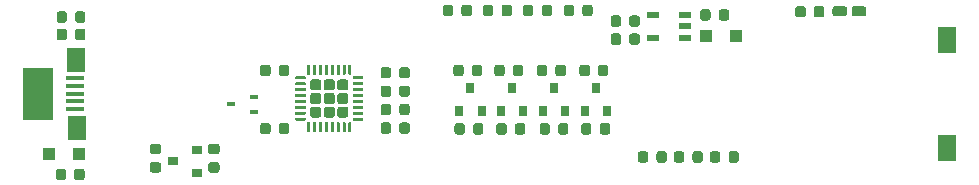
<source format=gtp>
G04 #@! TF.GenerationSoftware,KiCad,Pcbnew,(5.1.5-0-10_14)*
G04 #@! TF.CreationDate,2019-12-31T15:25:18-08:00*
G04 #@! TF.ProjectId,14500,31343530-302e-46b6-9963-61645f706362,rev?*
G04 #@! TF.SameCoordinates,Original*
G04 #@! TF.FileFunction,Paste,Top*
G04 #@! TF.FilePolarity,Positive*
%FSLAX46Y46*%
G04 Gerber Fmt 4.6, Leading zero omitted, Abs format (unit mm)*
G04 Created by KiCad (PCBNEW (5.1.5-0-10_14)) date 2019-12-31 15:25:18*
%MOMM*%
%LPD*%
G04 APERTURE LIST*
%ADD10R,1.050000X0.600000*%
%ADD11C,0.100000*%
%ADD12R,0.700000X0.450000*%
%ADD13R,0.900000X0.800000*%
%ADD14R,2.500000X4.400000*%
%ADD15R,1.650000X0.400000*%
%ADD16R,1.500000X2.000000*%
%ADD17R,1.600000X2.180000*%
%ADD18R,1.000000X1.000000*%
%ADD19R,0.800000X0.900000*%
G04 APERTURE END LIST*
D10*
X114395000Y-95225000D03*
X114395000Y-94275000D03*
X114395000Y-93325000D03*
X111695000Y-93325000D03*
X111695000Y-95225000D03*
D11*
G36*
X86088626Y-102375301D02*
G01*
X86094693Y-102376201D01*
X86100643Y-102377691D01*
X86106418Y-102379758D01*
X86111962Y-102382380D01*
X86117223Y-102385533D01*
X86122150Y-102389187D01*
X86126694Y-102393306D01*
X86130813Y-102397850D01*
X86134467Y-102402777D01*
X86137620Y-102408038D01*
X86140242Y-102413582D01*
X86142309Y-102419357D01*
X86143799Y-102425307D01*
X86144699Y-102431374D01*
X86145000Y-102437500D01*
X86145000Y-103187500D01*
X86144699Y-103193626D01*
X86143799Y-103199693D01*
X86142309Y-103205643D01*
X86140242Y-103211418D01*
X86137620Y-103216962D01*
X86134467Y-103222223D01*
X86130813Y-103227150D01*
X86126694Y-103231694D01*
X86122150Y-103235813D01*
X86117223Y-103239467D01*
X86111962Y-103242620D01*
X86106418Y-103245242D01*
X86100643Y-103247309D01*
X86094693Y-103248799D01*
X86088626Y-103249699D01*
X86082500Y-103250000D01*
X85957500Y-103250000D01*
X85951374Y-103249699D01*
X85945307Y-103248799D01*
X85939357Y-103247309D01*
X85933582Y-103245242D01*
X85928038Y-103242620D01*
X85922777Y-103239467D01*
X85917850Y-103235813D01*
X85913306Y-103231694D01*
X85909187Y-103227150D01*
X85905533Y-103222223D01*
X85902380Y-103216962D01*
X85899758Y-103211418D01*
X85897691Y-103205643D01*
X85896201Y-103199693D01*
X85895301Y-103193626D01*
X85895000Y-103187500D01*
X85895000Y-102437500D01*
X85895301Y-102431374D01*
X85896201Y-102425307D01*
X85897691Y-102419357D01*
X85899758Y-102413582D01*
X85902380Y-102408038D01*
X85905533Y-102402777D01*
X85909187Y-102397850D01*
X85913306Y-102393306D01*
X85917850Y-102389187D01*
X85922777Y-102385533D01*
X85928038Y-102382380D01*
X85933582Y-102379758D01*
X85939357Y-102377691D01*
X85945307Y-102376201D01*
X85951374Y-102375301D01*
X85957500Y-102375000D01*
X86082500Y-102375000D01*
X86088626Y-102375301D01*
G37*
G36*
X85588626Y-102375301D02*
G01*
X85594693Y-102376201D01*
X85600643Y-102377691D01*
X85606418Y-102379758D01*
X85611962Y-102382380D01*
X85617223Y-102385533D01*
X85622150Y-102389187D01*
X85626694Y-102393306D01*
X85630813Y-102397850D01*
X85634467Y-102402777D01*
X85637620Y-102408038D01*
X85640242Y-102413582D01*
X85642309Y-102419357D01*
X85643799Y-102425307D01*
X85644699Y-102431374D01*
X85645000Y-102437500D01*
X85645000Y-103187500D01*
X85644699Y-103193626D01*
X85643799Y-103199693D01*
X85642309Y-103205643D01*
X85640242Y-103211418D01*
X85637620Y-103216962D01*
X85634467Y-103222223D01*
X85630813Y-103227150D01*
X85626694Y-103231694D01*
X85622150Y-103235813D01*
X85617223Y-103239467D01*
X85611962Y-103242620D01*
X85606418Y-103245242D01*
X85600643Y-103247309D01*
X85594693Y-103248799D01*
X85588626Y-103249699D01*
X85582500Y-103250000D01*
X85457500Y-103250000D01*
X85451374Y-103249699D01*
X85445307Y-103248799D01*
X85439357Y-103247309D01*
X85433582Y-103245242D01*
X85428038Y-103242620D01*
X85422777Y-103239467D01*
X85417850Y-103235813D01*
X85413306Y-103231694D01*
X85409187Y-103227150D01*
X85405533Y-103222223D01*
X85402380Y-103216962D01*
X85399758Y-103211418D01*
X85397691Y-103205643D01*
X85396201Y-103199693D01*
X85395301Y-103193626D01*
X85395000Y-103187500D01*
X85395000Y-102437500D01*
X85395301Y-102431374D01*
X85396201Y-102425307D01*
X85397691Y-102419357D01*
X85399758Y-102413582D01*
X85402380Y-102408038D01*
X85405533Y-102402777D01*
X85409187Y-102397850D01*
X85413306Y-102393306D01*
X85417850Y-102389187D01*
X85422777Y-102385533D01*
X85428038Y-102382380D01*
X85433582Y-102379758D01*
X85439357Y-102377691D01*
X85445307Y-102376201D01*
X85451374Y-102375301D01*
X85457500Y-102375000D01*
X85582500Y-102375000D01*
X85588626Y-102375301D01*
G37*
G36*
X85088626Y-102375301D02*
G01*
X85094693Y-102376201D01*
X85100643Y-102377691D01*
X85106418Y-102379758D01*
X85111962Y-102382380D01*
X85117223Y-102385533D01*
X85122150Y-102389187D01*
X85126694Y-102393306D01*
X85130813Y-102397850D01*
X85134467Y-102402777D01*
X85137620Y-102408038D01*
X85140242Y-102413582D01*
X85142309Y-102419357D01*
X85143799Y-102425307D01*
X85144699Y-102431374D01*
X85145000Y-102437500D01*
X85145000Y-103187500D01*
X85144699Y-103193626D01*
X85143799Y-103199693D01*
X85142309Y-103205643D01*
X85140242Y-103211418D01*
X85137620Y-103216962D01*
X85134467Y-103222223D01*
X85130813Y-103227150D01*
X85126694Y-103231694D01*
X85122150Y-103235813D01*
X85117223Y-103239467D01*
X85111962Y-103242620D01*
X85106418Y-103245242D01*
X85100643Y-103247309D01*
X85094693Y-103248799D01*
X85088626Y-103249699D01*
X85082500Y-103250000D01*
X84957500Y-103250000D01*
X84951374Y-103249699D01*
X84945307Y-103248799D01*
X84939357Y-103247309D01*
X84933582Y-103245242D01*
X84928038Y-103242620D01*
X84922777Y-103239467D01*
X84917850Y-103235813D01*
X84913306Y-103231694D01*
X84909187Y-103227150D01*
X84905533Y-103222223D01*
X84902380Y-103216962D01*
X84899758Y-103211418D01*
X84897691Y-103205643D01*
X84896201Y-103199693D01*
X84895301Y-103193626D01*
X84895000Y-103187500D01*
X84895000Y-102437500D01*
X84895301Y-102431374D01*
X84896201Y-102425307D01*
X84897691Y-102419357D01*
X84899758Y-102413582D01*
X84902380Y-102408038D01*
X84905533Y-102402777D01*
X84909187Y-102397850D01*
X84913306Y-102393306D01*
X84917850Y-102389187D01*
X84922777Y-102385533D01*
X84928038Y-102382380D01*
X84933582Y-102379758D01*
X84939357Y-102377691D01*
X84945307Y-102376201D01*
X84951374Y-102375301D01*
X84957500Y-102375000D01*
X85082500Y-102375000D01*
X85088626Y-102375301D01*
G37*
G36*
X84588626Y-102375301D02*
G01*
X84594693Y-102376201D01*
X84600643Y-102377691D01*
X84606418Y-102379758D01*
X84611962Y-102382380D01*
X84617223Y-102385533D01*
X84622150Y-102389187D01*
X84626694Y-102393306D01*
X84630813Y-102397850D01*
X84634467Y-102402777D01*
X84637620Y-102408038D01*
X84640242Y-102413582D01*
X84642309Y-102419357D01*
X84643799Y-102425307D01*
X84644699Y-102431374D01*
X84645000Y-102437500D01*
X84645000Y-103187500D01*
X84644699Y-103193626D01*
X84643799Y-103199693D01*
X84642309Y-103205643D01*
X84640242Y-103211418D01*
X84637620Y-103216962D01*
X84634467Y-103222223D01*
X84630813Y-103227150D01*
X84626694Y-103231694D01*
X84622150Y-103235813D01*
X84617223Y-103239467D01*
X84611962Y-103242620D01*
X84606418Y-103245242D01*
X84600643Y-103247309D01*
X84594693Y-103248799D01*
X84588626Y-103249699D01*
X84582500Y-103250000D01*
X84457500Y-103250000D01*
X84451374Y-103249699D01*
X84445307Y-103248799D01*
X84439357Y-103247309D01*
X84433582Y-103245242D01*
X84428038Y-103242620D01*
X84422777Y-103239467D01*
X84417850Y-103235813D01*
X84413306Y-103231694D01*
X84409187Y-103227150D01*
X84405533Y-103222223D01*
X84402380Y-103216962D01*
X84399758Y-103211418D01*
X84397691Y-103205643D01*
X84396201Y-103199693D01*
X84395301Y-103193626D01*
X84395000Y-103187500D01*
X84395000Y-102437500D01*
X84395301Y-102431374D01*
X84396201Y-102425307D01*
X84397691Y-102419357D01*
X84399758Y-102413582D01*
X84402380Y-102408038D01*
X84405533Y-102402777D01*
X84409187Y-102397850D01*
X84413306Y-102393306D01*
X84417850Y-102389187D01*
X84422777Y-102385533D01*
X84428038Y-102382380D01*
X84433582Y-102379758D01*
X84439357Y-102377691D01*
X84445307Y-102376201D01*
X84451374Y-102375301D01*
X84457500Y-102375000D01*
X84582500Y-102375000D01*
X84588626Y-102375301D01*
G37*
G36*
X84088626Y-102375301D02*
G01*
X84094693Y-102376201D01*
X84100643Y-102377691D01*
X84106418Y-102379758D01*
X84111962Y-102382380D01*
X84117223Y-102385533D01*
X84122150Y-102389187D01*
X84126694Y-102393306D01*
X84130813Y-102397850D01*
X84134467Y-102402777D01*
X84137620Y-102408038D01*
X84140242Y-102413582D01*
X84142309Y-102419357D01*
X84143799Y-102425307D01*
X84144699Y-102431374D01*
X84145000Y-102437500D01*
X84145000Y-103187500D01*
X84144699Y-103193626D01*
X84143799Y-103199693D01*
X84142309Y-103205643D01*
X84140242Y-103211418D01*
X84137620Y-103216962D01*
X84134467Y-103222223D01*
X84130813Y-103227150D01*
X84126694Y-103231694D01*
X84122150Y-103235813D01*
X84117223Y-103239467D01*
X84111962Y-103242620D01*
X84106418Y-103245242D01*
X84100643Y-103247309D01*
X84094693Y-103248799D01*
X84088626Y-103249699D01*
X84082500Y-103250000D01*
X83957500Y-103250000D01*
X83951374Y-103249699D01*
X83945307Y-103248799D01*
X83939357Y-103247309D01*
X83933582Y-103245242D01*
X83928038Y-103242620D01*
X83922777Y-103239467D01*
X83917850Y-103235813D01*
X83913306Y-103231694D01*
X83909187Y-103227150D01*
X83905533Y-103222223D01*
X83902380Y-103216962D01*
X83899758Y-103211418D01*
X83897691Y-103205643D01*
X83896201Y-103199693D01*
X83895301Y-103193626D01*
X83895000Y-103187500D01*
X83895000Y-102437500D01*
X83895301Y-102431374D01*
X83896201Y-102425307D01*
X83897691Y-102419357D01*
X83899758Y-102413582D01*
X83902380Y-102408038D01*
X83905533Y-102402777D01*
X83909187Y-102397850D01*
X83913306Y-102393306D01*
X83917850Y-102389187D01*
X83922777Y-102385533D01*
X83928038Y-102382380D01*
X83933582Y-102379758D01*
X83939357Y-102377691D01*
X83945307Y-102376201D01*
X83951374Y-102375301D01*
X83957500Y-102375000D01*
X84082500Y-102375000D01*
X84088626Y-102375301D01*
G37*
G36*
X83588626Y-102375301D02*
G01*
X83594693Y-102376201D01*
X83600643Y-102377691D01*
X83606418Y-102379758D01*
X83611962Y-102382380D01*
X83617223Y-102385533D01*
X83622150Y-102389187D01*
X83626694Y-102393306D01*
X83630813Y-102397850D01*
X83634467Y-102402777D01*
X83637620Y-102408038D01*
X83640242Y-102413582D01*
X83642309Y-102419357D01*
X83643799Y-102425307D01*
X83644699Y-102431374D01*
X83645000Y-102437500D01*
X83645000Y-103187500D01*
X83644699Y-103193626D01*
X83643799Y-103199693D01*
X83642309Y-103205643D01*
X83640242Y-103211418D01*
X83637620Y-103216962D01*
X83634467Y-103222223D01*
X83630813Y-103227150D01*
X83626694Y-103231694D01*
X83622150Y-103235813D01*
X83617223Y-103239467D01*
X83611962Y-103242620D01*
X83606418Y-103245242D01*
X83600643Y-103247309D01*
X83594693Y-103248799D01*
X83588626Y-103249699D01*
X83582500Y-103250000D01*
X83457500Y-103250000D01*
X83451374Y-103249699D01*
X83445307Y-103248799D01*
X83439357Y-103247309D01*
X83433582Y-103245242D01*
X83428038Y-103242620D01*
X83422777Y-103239467D01*
X83417850Y-103235813D01*
X83413306Y-103231694D01*
X83409187Y-103227150D01*
X83405533Y-103222223D01*
X83402380Y-103216962D01*
X83399758Y-103211418D01*
X83397691Y-103205643D01*
X83396201Y-103199693D01*
X83395301Y-103193626D01*
X83395000Y-103187500D01*
X83395000Y-102437500D01*
X83395301Y-102431374D01*
X83396201Y-102425307D01*
X83397691Y-102419357D01*
X83399758Y-102413582D01*
X83402380Y-102408038D01*
X83405533Y-102402777D01*
X83409187Y-102397850D01*
X83413306Y-102393306D01*
X83417850Y-102389187D01*
X83422777Y-102385533D01*
X83428038Y-102382380D01*
X83433582Y-102379758D01*
X83439357Y-102377691D01*
X83445307Y-102376201D01*
X83451374Y-102375301D01*
X83457500Y-102375000D01*
X83582500Y-102375000D01*
X83588626Y-102375301D01*
G37*
G36*
X83088626Y-102375301D02*
G01*
X83094693Y-102376201D01*
X83100643Y-102377691D01*
X83106418Y-102379758D01*
X83111962Y-102382380D01*
X83117223Y-102385533D01*
X83122150Y-102389187D01*
X83126694Y-102393306D01*
X83130813Y-102397850D01*
X83134467Y-102402777D01*
X83137620Y-102408038D01*
X83140242Y-102413582D01*
X83142309Y-102419357D01*
X83143799Y-102425307D01*
X83144699Y-102431374D01*
X83145000Y-102437500D01*
X83145000Y-103187500D01*
X83144699Y-103193626D01*
X83143799Y-103199693D01*
X83142309Y-103205643D01*
X83140242Y-103211418D01*
X83137620Y-103216962D01*
X83134467Y-103222223D01*
X83130813Y-103227150D01*
X83126694Y-103231694D01*
X83122150Y-103235813D01*
X83117223Y-103239467D01*
X83111962Y-103242620D01*
X83106418Y-103245242D01*
X83100643Y-103247309D01*
X83094693Y-103248799D01*
X83088626Y-103249699D01*
X83082500Y-103250000D01*
X82957500Y-103250000D01*
X82951374Y-103249699D01*
X82945307Y-103248799D01*
X82939357Y-103247309D01*
X82933582Y-103245242D01*
X82928038Y-103242620D01*
X82922777Y-103239467D01*
X82917850Y-103235813D01*
X82913306Y-103231694D01*
X82909187Y-103227150D01*
X82905533Y-103222223D01*
X82902380Y-103216962D01*
X82899758Y-103211418D01*
X82897691Y-103205643D01*
X82896201Y-103199693D01*
X82895301Y-103193626D01*
X82895000Y-103187500D01*
X82895000Y-102437500D01*
X82895301Y-102431374D01*
X82896201Y-102425307D01*
X82897691Y-102419357D01*
X82899758Y-102413582D01*
X82902380Y-102408038D01*
X82905533Y-102402777D01*
X82909187Y-102397850D01*
X82913306Y-102393306D01*
X82917850Y-102389187D01*
X82922777Y-102385533D01*
X82928038Y-102382380D01*
X82933582Y-102379758D01*
X82939357Y-102377691D01*
X82945307Y-102376201D01*
X82951374Y-102375301D01*
X82957500Y-102375000D01*
X83082500Y-102375000D01*
X83088626Y-102375301D01*
G37*
G36*
X82588626Y-102375301D02*
G01*
X82594693Y-102376201D01*
X82600643Y-102377691D01*
X82606418Y-102379758D01*
X82611962Y-102382380D01*
X82617223Y-102385533D01*
X82622150Y-102389187D01*
X82626694Y-102393306D01*
X82630813Y-102397850D01*
X82634467Y-102402777D01*
X82637620Y-102408038D01*
X82640242Y-102413582D01*
X82642309Y-102419357D01*
X82643799Y-102425307D01*
X82644699Y-102431374D01*
X82645000Y-102437500D01*
X82645000Y-103187500D01*
X82644699Y-103193626D01*
X82643799Y-103199693D01*
X82642309Y-103205643D01*
X82640242Y-103211418D01*
X82637620Y-103216962D01*
X82634467Y-103222223D01*
X82630813Y-103227150D01*
X82626694Y-103231694D01*
X82622150Y-103235813D01*
X82617223Y-103239467D01*
X82611962Y-103242620D01*
X82606418Y-103245242D01*
X82600643Y-103247309D01*
X82594693Y-103248799D01*
X82588626Y-103249699D01*
X82582500Y-103250000D01*
X82457500Y-103250000D01*
X82451374Y-103249699D01*
X82445307Y-103248799D01*
X82439357Y-103247309D01*
X82433582Y-103245242D01*
X82428038Y-103242620D01*
X82422777Y-103239467D01*
X82417850Y-103235813D01*
X82413306Y-103231694D01*
X82409187Y-103227150D01*
X82405533Y-103222223D01*
X82402380Y-103216962D01*
X82399758Y-103211418D01*
X82397691Y-103205643D01*
X82396201Y-103199693D01*
X82395301Y-103193626D01*
X82395000Y-103187500D01*
X82395000Y-102437500D01*
X82395301Y-102431374D01*
X82396201Y-102425307D01*
X82397691Y-102419357D01*
X82399758Y-102413582D01*
X82402380Y-102408038D01*
X82405533Y-102402777D01*
X82409187Y-102397850D01*
X82413306Y-102393306D01*
X82417850Y-102389187D01*
X82422777Y-102385533D01*
X82428038Y-102382380D01*
X82433582Y-102379758D01*
X82439357Y-102377691D01*
X82445307Y-102376201D01*
X82451374Y-102375301D01*
X82457500Y-102375000D01*
X82582500Y-102375000D01*
X82588626Y-102375301D01*
G37*
G36*
X82213626Y-102000301D02*
G01*
X82219693Y-102001201D01*
X82225643Y-102002691D01*
X82231418Y-102004758D01*
X82236962Y-102007380D01*
X82242223Y-102010533D01*
X82247150Y-102014187D01*
X82251694Y-102018306D01*
X82255813Y-102022850D01*
X82259467Y-102027777D01*
X82262620Y-102033038D01*
X82265242Y-102038582D01*
X82267309Y-102044357D01*
X82268799Y-102050307D01*
X82269699Y-102056374D01*
X82270000Y-102062500D01*
X82270000Y-102187500D01*
X82269699Y-102193626D01*
X82268799Y-102199693D01*
X82267309Y-102205643D01*
X82265242Y-102211418D01*
X82262620Y-102216962D01*
X82259467Y-102222223D01*
X82255813Y-102227150D01*
X82251694Y-102231694D01*
X82247150Y-102235813D01*
X82242223Y-102239467D01*
X82236962Y-102242620D01*
X82231418Y-102245242D01*
X82225643Y-102247309D01*
X82219693Y-102248799D01*
X82213626Y-102249699D01*
X82207500Y-102250000D01*
X81457500Y-102250000D01*
X81451374Y-102249699D01*
X81445307Y-102248799D01*
X81439357Y-102247309D01*
X81433582Y-102245242D01*
X81428038Y-102242620D01*
X81422777Y-102239467D01*
X81417850Y-102235813D01*
X81413306Y-102231694D01*
X81409187Y-102227150D01*
X81405533Y-102222223D01*
X81402380Y-102216962D01*
X81399758Y-102211418D01*
X81397691Y-102205643D01*
X81396201Y-102199693D01*
X81395301Y-102193626D01*
X81395000Y-102187500D01*
X81395000Y-102062500D01*
X81395301Y-102056374D01*
X81396201Y-102050307D01*
X81397691Y-102044357D01*
X81399758Y-102038582D01*
X81402380Y-102033038D01*
X81405533Y-102027777D01*
X81409187Y-102022850D01*
X81413306Y-102018306D01*
X81417850Y-102014187D01*
X81422777Y-102010533D01*
X81428038Y-102007380D01*
X81433582Y-102004758D01*
X81439357Y-102002691D01*
X81445307Y-102001201D01*
X81451374Y-102000301D01*
X81457500Y-102000000D01*
X82207500Y-102000000D01*
X82213626Y-102000301D01*
G37*
G36*
X82213626Y-101500301D02*
G01*
X82219693Y-101501201D01*
X82225643Y-101502691D01*
X82231418Y-101504758D01*
X82236962Y-101507380D01*
X82242223Y-101510533D01*
X82247150Y-101514187D01*
X82251694Y-101518306D01*
X82255813Y-101522850D01*
X82259467Y-101527777D01*
X82262620Y-101533038D01*
X82265242Y-101538582D01*
X82267309Y-101544357D01*
X82268799Y-101550307D01*
X82269699Y-101556374D01*
X82270000Y-101562500D01*
X82270000Y-101687500D01*
X82269699Y-101693626D01*
X82268799Y-101699693D01*
X82267309Y-101705643D01*
X82265242Y-101711418D01*
X82262620Y-101716962D01*
X82259467Y-101722223D01*
X82255813Y-101727150D01*
X82251694Y-101731694D01*
X82247150Y-101735813D01*
X82242223Y-101739467D01*
X82236962Y-101742620D01*
X82231418Y-101745242D01*
X82225643Y-101747309D01*
X82219693Y-101748799D01*
X82213626Y-101749699D01*
X82207500Y-101750000D01*
X81457500Y-101750000D01*
X81451374Y-101749699D01*
X81445307Y-101748799D01*
X81439357Y-101747309D01*
X81433582Y-101745242D01*
X81428038Y-101742620D01*
X81422777Y-101739467D01*
X81417850Y-101735813D01*
X81413306Y-101731694D01*
X81409187Y-101727150D01*
X81405533Y-101722223D01*
X81402380Y-101716962D01*
X81399758Y-101711418D01*
X81397691Y-101705643D01*
X81396201Y-101699693D01*
X81395301Y-101693626D01*
X81395000Y-101687500D01*
X81395000Y-101562500D01*
X81395301Y-101556374D01*
X81396201Y-101550307D01*
X81397691Y-101544357D01*
X81399758Y-101538582D01*
X81402380Y-101533038D01*
X81405533Y-101527777D01*
X81409187Y-101522850D01*
X81413306Y-101518306D01*
X81417850Y-101514187D01*
X81422777Y-101510533D01*
X81428038Y-101507380D01*
X81433582Y-101504758D01*
X81439357Y-101502691D01*
X81445307Y-101501201D01*
X81451374Y-101500301D01*
X81457500Y-101500000D01*
X82207500Y-101500000D01*
X82213626Y-101500301D01*
G37*
G36*
X82213626Y-101000301D02*
G01*
X82219693Y-101001201D01*
X82225643Y-101002691D01*
X82231418Y-101004758D01*
X82236962Y-101007380D01*
X82242223Y-101010533D01*
X82247150Y-101014187D01*
X82251694Y-101018306D01*
X82255813Y-101022850D01*
X82259467Y-101027777D01*
X82262620Y-101033038D01*
X82265242Y-101038582D01*
X82267309Y-101044357D01*
X82268799Y-101050307D01*
X82269699Y-101056374D01*
X82270000Y-101062500D01*
X82270000Y-101187500D01*
X82269699Y-101193626D01*
X82268799Y-101199693D01*
X82267309Y-101205643D01*
X82265242Y-101211418D01*
X82262620Y-101216962D01*
X82259467Y-101222223D01*
X82255813Y-101227150D01*
X82251694Y-101231694D01*
X82247150Y-101235813D01*
X82242223Y-101239467D01*
X82236962Y-101242620D01*
X82231418Y-101245242D01*
X82225643Y-101247309D01*
X82219693Y-101248799D01*
X82213626Y-101249699D01*
X82207500Y-101250000D01*
X81457500Y-101250000D01*
X81451374Y-101249699D01*
X81445307Y-101248799D01*
X81439357Y-101247309D01*
X81433582Y-101245242D01*
X81428038Y-101242620D01*
X81422777Y-101239467D01*
X81417850Y-101235813D01*
X81413306Y-101231694D01*
X81409187Y-101227150D01*
X81405533Y-101222223D01*
X81402380Y-101216962D01*
X81399758Y-101211418D01*
X81397691Y-101205643D01*
X81396201Y-101199693D01*
X81395301Y-101193626D01*
X81395000Y-101187500D01*
X81395000Y-101062500D01*
X81395301Y-101056374D01*
X81396201Y-101050307D01*
X81397691Y-101044357D01*
X81399758Y-101038582D01*
X81402380Y-101033038D01*
X81405533Y-101027777D01*
X81409187Y-101022850D01*
X81413306Y-101018306D01*
X81417850Y-101014187D01*
X81422777Y-101010533D01*
X81428038Y-101007380D01*
X81433582Y-101004758D01*
X81439357Y-101002691D01*
X81445307Y-101001201D01*
X81451374Y-101000301D01*
X81457500Y-101000000D01*
X82207500Y-101000000D01*
X82213626Y-101000301D01*
G37*
G36*
X82213626Y-100500301D02*
G01*
X82219693Y-100501201D01*
X82225643Y-100502691D01*
X82231418Y-100504758D01*
X82236962Y-100507380D01*
X82242223Y-100510533D01*
X82247150Y-100514187D01*
X82251694Y-100518306D01*
X82255813Y-100522850D01*
X82259467Y-100527777D01*
X82262620Y-100533038D01*
X82265242Y-100538582D01*
X82267309Y-100544357D01*
X82268799Y-100550307D01*
X82269699Y-100556374D01*
X82270000Y-100562500D01*
X82270000Y-100687500D01*
X82269699Y-100693626D01*
X82268799Y-100699693D01*
X82267309Y-100705643D01*
X82265242Y-100711418D01*
X82262620Y-100716962D01*
X82259467Y-100722223D01*
X82255813Y-100727150D01*
X82251694Y-100731694D01*
X82247150Y-100735813D01*
X82242223Y-100739467D01*
X82236962Y-100742620D01*
X82231418Y-100745242D01*
X82225643Y-100747309D01*
X82219693Y-100748799D01*
X82213626Y-100749699D01*
X82207500Y-100750000D01*
X81457500Y-100750000D01*
X81451374Y-100749699D01*
X81445307Y-100748799D01*
X81439357Y-100747309D01*
X81433582Y-100745242D01*
X81428038Y-100742620D01*
X81422777Y-100739467D01*
X81417850Y-100735813D01*
X81413306Y-100731694D01*
X81409187Y-100727150D01*
X81405533Y-100722223D01*
X81402380Y-100716962D01*
X81399758Y-100711418D01*
X81397691Y-100705643D01*
X81396201Y-100699693D01*
X81395301Y-100693626D01*
X81395000Y-100687500D01*
X81395000Y-100562500D01*
X81395301Y-100556374D01*
X81396201Y-100550307D01*
X81397691Y-100544357D01*
X81399758Y-100538582D01*
X81402380Y-100533038D01*
X81405533Y-100527777D01*
X81409187Y-100522850D01*
X81413306Y-100518306D01*
X81417850Y-100514187D01*
X81422777Y-100510533D01*
X81428038Y-100507380D01*
X81433582Y-100504758D01*
X81439357Y-100502691D01*
X81445307Y-100501201D01*
X81451374Y-100500301D01*
X81457500Y-100500000D01*
X82207500Y-100500000D01*
X82213626Y-100500301D01*
G37*
G36*
X82213626Y-100000301D02*
G01*
X82219693Y-100001201D01*
X82225643Y-100002691D01*
X82231418Y-100004758D01*
X82236962Y-100007380D01*
X82242223Y-100010533D01*
X82247150Y-100014187D01*
X82251694Y-100018306D01*
X82255813Y-100022850D01*
X82259467Y-100027777D01*
X82262620Y-100033038D01*
X82265242Y-100038582D01*
X82267309Y-100044357D01*
X82268799Y-100050307D01*
X82269699Y-100056374D01*
X82270000Y-100062500D01*
X82270000Y-100187500D01*
X82269699Y-100193626D01*
X82268799Y-100199693D01*
X82267309Y-100205643D01*
X82265242Y-100211418D01*
X82262620Y-100216962D01*
X82259467Y-100222223D01*
X82255813Y-100227150D01*
X82251694Y-100231694D01*
X82247150Y-100235813D01*
X82242223Y-100239467D01*
X82236962Y-100242620D01*
X82231418Y-100245242D01*
X82225643Y-100247309D01*
X82219693Y-100248799D01*
X82213626Y-100249699D01*
X82207500Y-100250000D01*
X81457500Y-100250000D01*
X81451374Y-100249699D01*
X81445307Y-100248799D01*
X81439357Y-100247309D01*
X81433582Y-100245242D01*
X81428038Y-100242620D01*
X81422777Y-100239467D01*
X81417850Y-100235813D01*
X81413306Y-100231694D01*
X81409187Y-100227150D01*
X81405533Y-100222223D01*
X81402380Y-100216962D01*
X81399758Y-100211418D01*
X81397691Y-100205643D01*
X81396201Y-100199693D01*
X81395301Y-100193626D01*
X81395000Y-100187500D01*
X81395000Y-100062500D01*
X81395301Y-100056374D01*
X81396201Y-100050307D01*
X81397691Y-100044357D01*
X81399758Y-100038582D01*
X81402380Y-100033038D01*
X81405533Y-100027777D01*
X81409187Y-100022850D01*
X81413306Y-100018306D01*
X81417850Y-100014187D01*
X81422777Y-100010533D01*
X81428038Y-100007380D01*
X81433582Y-100004758D01*
X81439357Y-100002691D01*
X81445307Y-100001201D01*
X81451374Y-100000301D01*
X81457500Y-100000000D01*
X82207500Y-100000000D01*
X82213626Y-100000301D01*
G37*
G36*
X82213626Y-99500301D02*
G01*
X82219693Y-99501201D01*
X82225643Y-99502691D01*
X82231418Y-99504758D01*
X82236962Y-99507380D01*
X82242223Y-99510533D01*
X82247150Y-99514187D01*
X82251694Y-99518306D01*
X82255813Y-99522850D01*
X82259467Y-99527777D01*
X82262620Y-99533038D01*
X82265242Y-99538582D01*
X82267309Y-99544357D01*
X82268799Y-99550307D01*
X82269699Y-99556374D01*
X82270000Y-99562500D01*
X82270000Y-99687500D01*
X82269699Y-99693626D01*
X82268799Y-99699693D01*
X82267309Y-99705643D01*
X82265242Y-99711418D01*
X82262620Y-99716962D01*
X82259467Y-99722223D01*
X82255813Y-99727150D01*
X82251694Y-99731694D01*
X82247150Y-99735813D01*
X82242223Y-99739467D01*
X82236962Y-99742620D01*
X82231418Y-99745242D01*
X82225643Y-99747309D01*
X82219693Y-99748799D01*
X82213626Y-99749699D01*
X82207500Y-99750000D01*
X81457500Y-99750000D01*
X81451374Y-99749699D01*
X81445307Y-99748799D01*
X81439357Y-99747309D01*
X81433582Y-99745242D01*
X81428038Y-99742620D01*
X81422777Y-99739467D01*
X81417850Y-99735813D01*
X81413306Y-99731694D01*
X81409187Y-99727150D01*
X81405533Y-99722223D01*
X81402380Y-99716962D01*
X81399758Y-99711418D01*
X81397691Y-99705643D01*
X81396201Y-99699693D01*
X81395301Y-99693626D01*
X81395000Y-99687500D01*
X81395000Y-99562500D01*
X81395301Y-99556374D01*
X81396201Y-99550307D01*
X81397691Y-99544357D01*
X81399758Y-99538582D01*
X81402380Y-99533038D01*
X81405533Y-99527777D01*
X81409187Y-99522850D01*
X81413306Y-99518306D01*
X81417850Y-99514187D01*
X81422777Y-99510533D01*
X81428038Y-99507380D01*
X81433582Y-99504758D01*
X81439357Y-99502691D01*
X81445307Y-99501201D01*
X81451374Y-99500301D01*
X81457500Y-99500000D01*
X82207500Y-99500000D01*
X82213626Y-99500301D01*
G37*
G36*
X82213626Y-99000301D02*
G01*
X82219693Y-99001201D01*
X82225643Y-99002691D01*
X82231418Y-99004758D01*
X82236962Y-99007380D01*
X82242223Y-99010533D01*
X82247150Y-99014187D01*
X82251694Y-99018306D01*
X82255813Y-99022850D01*
X82259467Y-99027777D01*
X82262620Y-99033038D01*
X82265242Y-99038582D01*
X82267309Y-99044357D01*
X82268799Y-99050307D01*
X82269699Y-99056374D01*
X82270000Y-99062500D01*
X82270000Y-99187500D01*
X82269699Y-99193626D01*
X82268799Y-99199693D01*
X82267309Y-99205643D01*
X82265242Y-99211418D01*
X82262620Y-99216962D01*
X82259467Y-99222223D01*
X82255813Y-99227150D01*
X82251694Y-99231694D01*
X82247150Y-99235813D01*
X82242223Y-99239467D01*
X82236962Y-99242620D01*
X82231418Y-99245242D01*
X82225643Y-99247309D01*
X82219693Y-99248799D01*
X82213626Y-99249699D01*
X82207500Y-99250000D01*
X81457500Y-99250000D01*
X81451374Y-99249699D01*
X81445307Y-99248799D01*
X81439357Y-99247309D01*
X81433582Y-99245242D01*
X81428038Y-99242620D01*
X81422777Y-99239467D01*
X81417850Y-99235813D01*
X81413306Y-99231694D01*
X81409187Y-99227150D01*
X81405533Y-99222223D01*
X81402380Y-99216962D01*
X81399758Y-99211418D01*
X81397691Y-99205643D01*
X81396201Y-99199693D01*
X81395301Y-99193626D01*
X81395000Y-99187500D01*
X81395000Y-99062500D01*
X81395301Y-99056374D01*
X81396201Y-99050307D01*
X81397691Y-99044357D01*
X81399758Y-99038582D01*
X81402380Y-99033038D01*
X81405533Y-99027777D01*
X81409187Y-99022850D01*
X81413306Y-99018306D01*
X81417850Y-99014187D01*
X81422777Y-99010533D01*
X81428038Y-99007380D01*
X81433582Y-99004758D01*
X81439357Y-99002691D01*
X81445307Y-99001201D01*
X81451374Y-99000301D01*
X81457500Y-99000000D01*
X82207500Y-99000000D01*
X82213626Y-99000301D01*
G37*
G36*
X82213626Y-98500301D02*
G01*
X82219693Y-98501201D01*
X82225643Y-98502691D01*
X82231418Y-98504758D01*
X82236962Y-98507380D01*
X82242223Y-98510533D01*
X82247150Y-98514187D01*
X82251694Y-98518306D01*
X82255813Y-98522850D01*
X82259467Y-98527777D01*
X82262620Y-98533038D01*
X82265242Y-98538582D01*
X82267309Y-98544357D01*
X82268799Y-98550307D01*
X82269699Y-98556374D01*
X82270000Y-98562500D01*
X82270000Y-98687500D01*
X82269699Y-98693626D01*
X82268799Y-98699693D01*
X82267309Y-98705643D01*
X82265242Y-98711418D01*
X82262620Y-98716962D01*
X82259467Y-98722223D01*
X82255813Y-98727150D01*
X82251694Y-98731694D01*
X82247150Y-98735813D01*
X82242223Y-98739467D01*
X82236962Y-98742620D01*
X82231418Y-98745242D01*
X82225643Y-98747309D01*
X82219693Y-98748799D01*
X82213626Y-98749699D01*
X82207500Y-98750000D01*
X81457500Y-98750000D01*
X81451374Y-98749699D01*
X81445307Y-98748799D01*
X81439357Y-98747309D01*
X81433582Y-98745242D01*
X81428038Y-98742620D01*
X81422777Y-98739467D01*
X81417850Y-98735813D01*
X81413306Y-98731694D01*
X81409187Y-98727150D01*
X81405533Y-98722223D01*
X81402380Y-98716962D01*
X81399758Y-98711418D01*
X81397691Y-98705643D01*
X81396201Y-98699693D01*
X81395301Y-98693626D01*
X81395000Y-98687500D01*
X81395000Y-98562500D01*
X81395301Y-98556374D01*
X81396201Y-98550307D01*
X81397691Y-98544357D01*
X81399758Y-98538582D01*
X81402380Y-98533038D01*
X81405533Y-98527777D01*
X81409187Y-98522850D01*
X81413306Y-98518306D01*
X81417850Y-98514187D01*
X81422777Y-98510533D01*
X81428038Y-98507380D01*
X81433582Y-98504758D01*
X81439357Y-98502691D01*
X81445307Y-98501201D01*
X81451374Y-98500301D01*
X81457500Y-98500000D01*
X82207500Y-98500000D01*
X82213626Y-98500301D01*
G37*
G36*
X82588626Y-97500301D02*
G01*
X82594693Y-97501201D01*
X82600643Y-97502691D01*
X82606418Y-97504758D01*
X82611962Y-97507380D01*
X82617223Y-97510533D01*
X82622150Y-97514187D01*
X82626694Y-97518306D01*
X82630813Y-97522850D01*
X82634467Y-97527777D01*
X82637620Y-97533038D01*
X82640242Y-97538582D01*
X82642309Y-97544357D01*
X82643799Y-97550307D01*
X82644699Y-97556374D01*
X82645000Y-97562500D01*
X82645000Y-98312500D01*
X82644699Y-98318626D01*
X82643799Y-98324693D01*
X82642309Y-98330643D01*
X82640242Y-98336418D01*
X82637620Y-98341962D01*
X82634467Y-98347223D01*
X82630813Y-98352150D01*
X82626694Y-98356694D01*
X82622150Y-98360813D01*
X82617223Y-98364467D01*
X82611962Y-98367620D01*
X82606418Y-98370242D01*
X82600643Y-98372309D01*
X82594693Y-98373799D01*
X82588626Y-98374699D01*
X82582500Y-98375000D01*
X82457500Y-98375000D01*
X82451374Y-98374699D01*
X82445307Y-98373799D01*
X82439357Y-98372309D01*
X82433582Y-98370242D01*
X82428038Y-98367620D01*
X82422777Y-98364467D01*
X82417850Y-98360813D01*
X82413306Y-98356694D01*
X82409187Y-98352150D01*
X82405533Y-98347223D01*
X82402380Y-98341962D01*
X82399758Y-98336418D01*
X82397691Y-98330643D01*
X82396201Y-98324693D01*
X82395301Y-98318626D01*
X82395000Y-98312500D01*
X82395000Y-97562500D01*
X82395301Y-97556374D01*
X82396201Y-97550307D01*
X82397691Y-97544357D01*
X82399758Y-97538582D01*
X82402380Y-97533038D01*
X82405533Y-97527777D01*
X82409187Y-97522850D01*
X82413306Y-97518306D01*
X82417850Y-97514187D01*
X82422777Y-97510533D01*
X82428038Y-97507380D01*
X82433582Y-97504758D01*
X82439357Y-97502691D01*
X82445307Y-97501201D01*
X82451374Y-97500301D01*
X82457500Y-97500000D01*
X82582500Y-97500000D01*
X82588626Y-97500301D01*
G37*
G36*
X83088626Y-97500301D02*
G01*
X83094693Y-97501201D01*
X83100643Y-97502691D01*
X83106418Y-97504758D01*
X83111962Y-97507380D01*
X83117223Y-97510533D01*
X83122150Y-97514187D01*
X83126694Y-97518306D01*
X83130813Y-97522850D01*
X83134467Y-97527777D01*
X83137620Y-97533038D01*
X83140242Y-97538582D01*
X83142309Y-97544357D01*
X83143799Y-97550307D01*
X83144699Y-97556374D01*
X83145000Y-97562500D01*
X83145000Y-98312500D01*
X83144699Y-98318626D01*
X83143799Y-98324693D01*
X83142309Y-98330643D01*
X83140242Y-98336418D01*
X83137620Y-98341962D01*
X83134467Y-98347223D01*
X83130813Y-98352150D01*
X83126694Y-98356694D01*
X83122150Y-98360813D01*
X83117223Y-98364467D01*
X83111962Y-98367620D01*
X83106418Y-98370242D01*
X83100643Y-98372309D01*
X83094693Y-98373799D01*
X83088626Y-98374699D01*
X83082500Y-98375000D01*
X82957500Y-98375000D01*
X82951374Y-98374699D01*
X82945307Y-98373799D01*
X82939357Y-98372309D01*
X82933582Y-98370242D01*
X82928038Y-98367620D01*
X82922777Y-98364467D01*
X82917850Y-98360813D01*
X82913306Y-98356694D01*
X82909187Y-98352150D01*
X82905533Y-98347223D01*
X82902380Y-98341962D01*
X82899758Y-98336418D01*
X82897691Y-98330643D01*
X82896201Y-98324693D01*
X82895301Y-98318626D01*
X82895000Y-98312500D01*
X82895000Y-97562500D01*
X82895301Y-97556374D01*
X82896201Y-97550307D01*
X82897691Y-97544357D01*
X82899758Y-97538582D01*
X82902380Y-97533038D01*
X82905533Y-97527777D01*
X82909187Y-97522850D01*
X82913306Y-97518306D01*
X82917850Y-97514187D01*
X82922777Y-97510533D01*
X82928038Y-97507380D01*
X82933582Y-97504758D01*
X82939357Y-97502691D01*
X82945307Y-97501201D01*
X82951374Y-97500301D01*
X82957500Y-97500000D01*
X83082500Y-97500000D01*
X83088626Y-97500301D01*
G37*
G36*
X83588626Y-97500301D02*
G01*
X83594693Y-97501201D01*
X83600643Y-97502691D01*
X83606418Y-97504758D01*
X83611962Y-97507380D01*
X83617223Y-97510533D01*
X83622150Y-97514187D01*
X83626694Y-97518306D01*
X83630813Y-97522850D01*
X83634467Y-97527777D01*
X83637620Y-97533038D01*
X83640242Y-97538582D01*
X83642309Y-97544357D01*
X83643799Y-97550307D01*
X83644699Y-97556374D01*
X83645000Y-97562500D01*
X83645000Y-98312500D01*
X83644699Y-98318626D01*
X83643799Y-98324693D01*
X83642309Y-98330643D01*
X83640242Y-98336418D01*
X83637620Y-98341962D01*
X83634467Y-98347223D01*
X83630813Y-98352150D01*
X83626694Y-98356694D01*
X83622150Y-98360813D01*
X83617223Y-98364467D01*
X83611962Y-98367620D01*
X83606418Y-98370242D01*
X83600643Y-98372309D01*
X83594693Y-98373799D01*
X83588626Y-98374699D01*
X83582500Y-98375000D01*
X83457500Y-98375000D01*
X83451374Y-98374699D01*
X83445307Y-98373799D01*
X83439357Y-98372309D01*
X83433582Y-98370242D01*
X83428038Y-98367620D01*
X83422777Y-98364467D01*
X83417850Y-98360813D01*
X83413306Y-98356694D01*
X83409187Y-98352150D01*
X83405533Y-98347223D01*
X83402380Y-98341962D01*
X83399758Y-98336418D01*
X83397691Y-98330643D01*
X83396201Y-98324693D01*
X83395301Y-98318626D01*
X83395000Y-98312500D01*
X83395000Y-97562500D01*
X83395301Y-97556374D01*
X83396201Y-97550307D01*
X83397691Y-97544357D01*
X83399758Y-97538582D01*
X83402380Y-97533038D01*
X83405533Y-97527777D01*
X83409187Y-97522850D01*
X83413306Y-97518306D01*
X83417850Y-97514187D01*
X83422777Y-97510533D01*
X83428038Y-97507380D01*
X83433582Y-97504758D01*
X83439357Y-97502691D01*
X83445307Y-97501201D01*
X83451374Y-97500301D01*
X83457500Y-97500000D01*
X83582500Y-97500000D01*
X83588626Y-97500301D01*
G37*
G36*
X84088626Y-97500301D02*
G01*
X84094693Y-97501201D01*
X84100643Y-97502691D01*
X84106418Y-97504758D01*
X84111962Y-97507380D01*
X84117223Y-97510533D01*
X84122150Y-97514187D01*
X84126694Y-97518306D01*
X84130813Y-97522850D01*
X84134467Y-97527777D01*
X84137620Y-97533038D01*
X84140242Y-97538582D01*
X84142309Y-97544357D01*
X84143799Y-97550307D01*
X84144699Y-97556374D01*
X84145000Y-97562500D01*
X84145000Y-98312500D01*
X84144699Y-98318626D01*
X84143799Y-98324693D01*
X84142309Y-98330643D01*
X84140242Y-98336418D01*
X84137620Y-98341962D01*
X84134467Y-98347223D01*
X84130813Y-98352150D01*
X84126694Y-98356694D01*
X84122150Y-98360813D01*
X84117223Y-98364467D01*
X84111962Y-98367620D01*
X84106418Y-98370242D01*
X84100643Y-98372309D01*
X84094693Y-98373799D01*
X84088626Y-98374699D01*
X84082500Y-98375000D01*
X83957500Y-98375000D01*
X83951374Y-98374699D01*
X83945307Y-98373799D01*
X83939357Y-98372309D01*
X83933582Y-98370242D01*
X83928038Y-98367620D01*
X83922777Y-98364467D01*
X83917850Y-98360813D01*
X83913306Y-98356694D01*
X83909187Y-98352150D01*
X83905533Y-98347223D01*
X83902380Y-98341962D01*
X83899758Y-98336418D01*
X83897691Y-98330643D01*
X83896201Y-98324693D01*
X83895301Y-98318626D01*
X83895000Y-98312500D01*
X83895000Y-97562500D01*
X83895301Y-97556374D01*
X83896201Y-97550307D01*
X83897691Y-97544357D01*
X83899758Y-97538582D01*
X83902380Y-97533038D01*
X83905533Y-97527777D01*
X83909187Y-97522850D01*
X83913306Y-97518306D01*
X83917850Y-97514187D01*
X83922777Y-97510533D01*
X83928038Y-97507380D01*
X83933582Y-97504758D01*
X83939357Y-97502691D01*
X83945307Y-97501201D01*
X83951374Y-97500301D01*
X83957500Y-97500000D01*
X84082500Y-97500000D01*
X84088626Y-97500301D01*
G37*
G36*
X84588626Y-97500301D02*
G01*
X84594693Y-97501201D01*
X84600643Y-97502691D01*
X84606418Y-97504758D01*
X84611962Y-97507380D01*
X84617223Y-97510533D01*
X84622150Y-97514187D01*
X84626694Y-97518306D01*
X84630813Y-97522850D01*
X84634467Y-97527777D01*
X84637620Y-97533038D01*
X84640242Y-97538582D01*
X84642309Y-97544357D01*
X84643799Y-97550307D01*
X84644699Y-97556374D01*
X84645000Y-97562500D01*
X84645000Y-98312500D01*
X84644699Y-98318626D01*
X84643799Y-98324693D01*
X84642309Y-98330643D01*
X84640242Y-98336418D01*
X84637620Y-98341962D01*
X84634467Y-98347223D01*
X84630813Y-98352150D01*
X84626694Y-98356694D01*
X84622150Y-98360813D01*
X84617223Y-98364467D01*
X84611962Y-98367620D01*
X84606418Y-98370242D01*
X84600643Y-98372309D01*
X84594693Y-98373799D01*
X84588626Y-98374699D01*
X84582500Y-98375000D01*
X84457500Y-98375000D01*
X84451374Y-98374699D01*
X84445307Y-98373799D01*
X84439357Y-98372309D01*
X84433582Y-98370242D01*
X84428038Y-98367620D01*
X84422777Y-98364467D01*
X84417850Y-98360813D01*
X84413306Y-98356694D01*
X84409187Y-98352150D01*
X84405533Y-98347223D01*
X84402380Y-98341962D01*
X84399758Y-98336418D01*
X84397691Y-98330643D01*
X84396201Y-98324693D01*
X84395301Y-98318626D01*
X84395000Y-98312500D01*
X84395000Y-97562500D01*
X84395301Y-97556374D01*
X84396201Y-97550307D01*
X84397691Y-97544357D01*
X84399758Y-97538582D01*
X84402380Y-97533038D01*
X84405533Y-97527777D01*
X84409187Y-97522850D01*
X84413306Y-97518306D01*
X84417850Y-97514187D01*
X84422777Y-97510533D01*
X84428038Y-97507380D01*
X84433582Y-97504758D01*
X84439357Y-97502691D01*
X84445307Y-97501201D01*
X84451374Y-97500301D01*
X84457500Y-97500000D01*
X84582500Y-97500000D01*
X84588626Y-97500301D01*
G37*
G36*
X85088626Y-97500301D02*
G01*
X85094693Y-97501201D01*
X85100643Y-97502691D01*
X85106418Y-97504758D01*
X85111962Y-97507380D01*
X85117223Y-97510533D01*
X85122150Y-97514187D01*
X85126694Y-97518306D01*
X85130813Y-97522850D01*
X85134467Y-97527777D01*
X85137620Y-97533038D01*
X85140242Y-97538582D01*
X85142309Y-97544357D01*
X85143799Y-97550307D01*
X85144699Y-97556374D01*
X85145000Y-97562500D01*
X85145000Y-98312500D01*
X85144699Y-98318626D01*
X85143799Y-98324693D01*
X85142309Y-98330643D01*
X85140242Y-98336418D01*
X85137620Y-98341962D01*
X85134467Y-98347223D01*
X85130813Y-98352150D01*
X85126694Y-98356694D01*
X85122150Y-98360813D01*
X85117223Y-98364467D01*
X85111962Y-98367620D01*
X85106418Y-98370242D01*
X85100643Y-98372309D01*
X85094693Y-98373799D01*
X85088626Y-98374699D01*
X85082500Y-98375000D01*
X84957500Y-98375000D01*
X84951374Y-98374699D01*
X84945307Y-98373799D01*
X84939357Y-98372309D01*
X84933582Y-98370242D01*
X84928038Y-98367620D01*
X84922777Y-98364467D01*
X84917850Y-98360813D01*
X84913306Y-98356694D01*
X84909187Y-98352150D01*
X84905533Y-98347223D01*
X84902380Y-98341962D01*
X84899758Y-98336418D01*
X84897691Y-98330643D01*
X84896201Y-98324693D01*
X84895301Y-98318626D01*
X84895000Y-98312500D01*
X84895000Y-97562500D01*
X84895301Y-97556374D01*
X84896201Y-97550307D01*
X84897691Y-97544357D01*
X84899758Y-97538582D01*
X84902380Y-97533038D01*
X84905533Y-97527777D01*
X84909187Y-97522850D01*
X84913306Y-97518306D01*
X84917850Y-97514187D01*
X84922777Y-97510533D01*
X84928038Y-97507380D01*
X84933582Y-97504758D01*
X84939357Y-97502691D01*
X84945307Y-97501201D01*
X84951374Y-97500301D01*
X84957500Y-97500000D01*
X85082500Y-97500000D01*
X85088626Y-97500301D01*
G37*
G36*
X85588626Y-97500301D02*
G01*
X85594693Y-97501201D01*
X85600643Y-97502691D01*
X85606418Y-97504758D01*
X85611962Y-97507380D01*
X85617223Y-97510533D01*
X85622150Y-97514187D01*
X85626694Y-97518306D01*
X85630813Y-97522850D01*
X85634467Y-97527777D01*
X85637620Y-97533038D01*
X85640242Y-97538582D01*
X85642309Y-97544357D01*
X85643799Y-97550307D01*
X85644699Y-97556374D01*
X85645000Y-97562500D01*
X85645000Y-98312500D01*
X85644699Y-98318626D01*
X85643799Y-98324693D01*
X85642309Y-98330643D01*
X85640242Y-98336418D01*
X85637620Y-98341962D01*
X85634467Y-98347223D01*
X85630813Y-98352150D01*
X85626694Y-98356694D01*
X85622150Y-98360813D01*
X85617223Y-98364467D01*
X85611962Y-98367620D01*
X85606418Y-98370242D01*
X85600643Y-98372309D01*
X85594693Y-98373799D01*
X85588626Y-98374699D01*
X85582500Y-98375000D01*
X85457500Y-98375000D01*
X85451374Y-98374699D01*
X85445307Y-98373799D01*
X85439357Y-98372309D01*
X85433582Y-98370242D01*
X85428038Y-98367620D01*
X85422777Y-98364467D01*
X85417850Y-98360813D01*
X85413306Y-98356694D01*
X85409187Y-98352150D01*
X85405533Y-98347223D01*
X85402380Y-98341962D01*
X85399758Y-98336418D01*
X85397691Y-98330643D01*
X85396201Y-98324693D01*
X85395301Y-98318626D01*
X85395000Y-98312500D01*
X85395000Y-97562500D01*
X85395301Y-97556374D01*
X85396201Y-97550307D01*
X85397691Y-97544357D01*
X85399758Y-97538582D01*
X85402380Y-97533038D01*
X85405533Y-97527777D01*
X85409187Y-97522850D01*
X85413306Y-97518306D01*
X85417850Y-97514187D01*
X85422777Y-97510533D01*
X85428038Y-97507380D01*
X85433582Y-97504758D01*
X85439357Y-97502691D01*
X85445307Y-97501201D01*
X85451374Y-97500301D01*
X85457500Y-97500000D01*
X85582500Y-97500000D01*
X85588626Y-97500301D01*
G37*
G36*
X86088626Y-97500301D02*
G01*
X86094693Y-97501201D01*
X86100643Y-97502691D01*
X86106418Y-97504758D01*
X86111962Y-97507380D01*
X86117223Y-97510533D01*
X86122150Y-97514187D01*
X86126694Y-97518306D01*
X86130813Y-97522850D01*
X86134467Y-97527777D01*
X86137620Y-97533038D01*
X86140242Y-97538582D01*
X86142309Y-97544357D01*
X86143799Y-97550307D01*
X86144699Y-97556374D01*
X86145000Y-97562500D01*
X86145000Y-98312500D01*
X86144699Y-98318626D01*
X86143799Y-98324693D01*
X86142309Y-98330643D01*
X86140242Y-98336418D01*
X86137620Y-98341962D01*
X86134467Y-98347223D01*
X86130813Y-98352150D01*
X86126694Y-98356694D01*
X86122150Y-98360813D01*
X86117223Y-98364467D01*
X86111962Y-98367620D01*
X86106418Y-98370242D01*
X86100643Y-98372309D01*
X86094693Y-98373799D01*
X86088626Y-98374699D01*
X86082500Y-98375000D01*
X85957500Y-98375000D01*
X85951374Y-98374699D01*
X85945307Y-98373799D01*
X85939357Y-98372309D01*
X85933582Y-98370242D01*
X85928038Y-98367620D01*
X85922777Y-98364467D01*
X85917850Y-98360813D01*
X85913306Y-98356694D01*
X85909187Y-98352150D01*
X85905533Y-98347223D01*
X85902380Y-98341962D01*
X85899758Y-98336418D01*
X85897691Y-98330643D01*
X85896201Y-98324693D01*
X85895301Y-98318626D01*
X85895000Y-98312500D01*
X85895000Y-97562500D01*
X85895301Y-97556374D01*
X85896201Y-97550307D01*
X85897691Y-97544357D01*
X85899758Y-97538582D01*
X85902380Y-97533038D01*
X85905533Y-97527777D01*
X85909187Y-97522850D01*
X85913306Y-97518306D01*
X85917850Y-97514187D01*
X85922777Y-97510533D01*
X85928038Y-97507380D01*
X85933582Y-97504758D01*
X85939357Y-97502691D01*
X85945307Y-97501201D01*
X85951374Y-97500301D01*
X85957500Y-97500000D01*
X86082500Y-97500000D01*
X86088626Y-97500301D01*
G37*
G36*
X87088626Y-98500301D02*
G01*
X87094693Y-98501201D01*
X87100643Y-98502691D01*
X87106418Y-98504758D01*
X87111962Y-98507380D01*
X87117223Y-98510533D01*
X87122150Y-98514187D01*
X87126694Y-98518306D01*
X87130813Y-98522850D01*
X87134467Y-98527777D01*
X87137620Y-98533038D01*
X87140242Y-98538582D01*
X87142309Y-98544357D01*
X87143799Y-98550307D01*
X87144699Y-98556374D01*
X87145000Y-98562500D01*
X87145000Y-98687500D01*
X87144699Y-98693626D01*
X87143799Y-98699693D01*
X87142309Y-98705643D01*
X87140242Y-98711418D01*
X87137620Y-98716962D01*
X87134467Y-98722223D01*
X87130813Y-98727150D01*
X87126694Y-98731694D01*
X87122150Y-98735813D01*
X87117223Y-98739467D01*
X87111962Y-98742620D01*
X87106418Y-98745242D01*
X87100643Y-98747309D01*
X87094693Y-98748799D01*
X87088626Y-98749699D01*
X87082500Y-98750000D01*
X86332500Y-98750000D01*
X86326374Y-98749699D01*
X86320307Y-98748799D01*
X86314357Y-98747309D01*
X86308582Y-98745242D01*
X86303038Y-98742620D01*
X86297777Y-98739467D01*
X86292850Y-98735813D01*
X86288306Y-98731694D01*
X86284187Y-98727150D01*
X86280533Y-98722223D01*
X86277380Y-98716962D01*
X86274758Y-98711418D01*
X86272691Y-98705643D01*
X86271201Y-98699693D01*
X86270301Y-98693626D01*
X86270000Y-98687500D01*
X86270000Y-98562500D01*
X86270301Y-98556374D01*
X86271201Y-98550307D01*
X86272691Y-98544357D01*
X86274758Y-98538582D01*
X86277380Y-98533038D01*
X86280533Y-98527777D01*
X86284187Y-98522850D01*
X86288306Y-98518306D01*
X86292850Y-98514187D01*
X86297777Y-98510533D01*
X86303038Y-98507380D01*
X86308582Y-98504758D01*
X86314357Y-98502691D01*
X86320307Y-98501201D01*
X86326374Y-98500301D01*
X86332500Y-98500000D01*
X87082500Y-98500000D01*
X87088626Y-98500301D01*
G37*
G36*
X87088626Y-99000301D02*
G01*
X87094693Y-99001201D01*
X87100643Y-99002691D01*
X87106418Y-99004758D01*
X87111962Y-99007380D01*
X87117223Y-99010533D01*
X87122150Y-99014187D01*
X87126694Y-99018306D01*
X87130813Y-99022850D01*
X87134467Y-99027777D01*
X87137620Y-99033038D01*
X87140242Y-99038582D01*
X87142309Y-99044357D01*
X87143799Y-99050307D01*
X87144699Y-99056374D01*
X87145000Y-99062500D01*
X87145000Y-99187500D01*
X87144699Y-99193626D01*
X87143799Y-99199693D01*
X87142309Y-99205643D01*
X87140242Y-99211418D01*
X87137620Y-99216962D01*
X87134467Y-99222223D01*
X87130813Y-99227150D01*
X87126694Y-99231694D01*
X87122150Y-99235813D01*
X87117223Y-99239467D01*
X87111962Y-99242620D01*
X87106418Y-99245242D01*
X87100643Y-99247309D01*
X87094693Y-99248799D01*
X87088626Y-99249699D01*
X87082500Y-99250000D01*
X86332500Y-99250000D01*
X86326374Y-99249699D01*
X86320307Y-99248799D01*
X86314357Y-99247309D01*
X86308582Y-99245242D01*
X86303038Y-99242620D01*
X86297777Y-99239467D01*
X86292850Y-99235813D01*
X86288306Y-99231694D01*
X86284187Y-99227150D01*
X86280533Y-99222223D01*
X86277380Y-99216962D01*
X86274758Y-99211418D01*
X86272691Y-99205643D01*
X86271201Y-99199693D01*
X86270301Y-99193626D01*
X86270000Y-99187500D01*
X86270000Y-99062500D01*
X86270301Y-99056374D01*
X86271201Y-99050307D01*
X86272691Y-99044357D01*
X86274758Y-99038582D01*
X86277380Y-99033038D01*
X86280533Y-99027777D01*
X86284187Y-99022850D01*
X86288306Y-99018306D01*
X86292850Y-99014187D01*
X86297777Y-99010533D01*
X86303038Y-99007380D01*
X86308582Y-99004758D01*
X86314357Y-99002691D01*
X86320307Y-99001201D01*
X86326374Y-99000301D01*
X86332500Y-99000000D01*
X87082500Y-99000000D01*
X87088626Y-99000301D01*
G37*
G36*
X87088626Y-99500301D02*
G01*
X87094693Y-99501201D01*
X87100643Y-99502691D01*
X87106418Y-99504758D01*
X87111962Y-99507380D01*
X87117223Y-99510533D01*
X87122150Y-99514187D01*
X87126694Y-99518306D01*
X87130813Y-99522850D01*
X87134467Y-99527777D01*
X87137620Y-99533038D01*
X87140242Y-99538582D01*
X87142309Y-99544357D01*
X87143799Y-99550307D01*
X87144699Y-99556374D01*
X87145000Y-99562500D01*
X87145000Y-99687500D01*
X87144699Y-99693626D01*
X87143799Y-99699693D01*
X87142309Y-99705643D01*
X87140242Y-99711418D01*
X87137620Y-99716962D01*
X87134467Y-99722223D01*
X87130813Y-99727150D01*
X87126694Y-99731694D01*
X87122150Y-99735813D01*
X87117223Y-99739467D01*
X87111962Y-99742620D01*
X87106418Y-99745242D01*
X87100643Y-99747309D01*
X87094693Y-99748799D01*
X87088626Y-99749699D01*
X87082500Y-99750000D01*
X86332500Y-99750000D01*
X86326374Y-99749699D01*
X86320307Y-99748799D01*
X86314357Y-99747309D01*
X86308582Y-99745242D01*
X86303038Y-99742620D01*
X86297777Y-99739467D01*
X86292850Y-99735813D01*
X86288306Y-99731694D01*
X86284187Y-99727150D01*
X86280533Y-99722223D01*
X86277380Y-99716962D01*
X86274758Y-99711418D01*
X86272691Y-99705643D01*
X86271201Y-99699693D01*
X86270301Y-99693626D01*
X86270000Y-99687500D01*
X86270000Y-99562500D01*
X86270301Y-99556374D01*
X86271201Y-99550307D01*
X86272691Y-99544357D01*
X86274758Y-99538582D01*
X86277380Y-99533038D01*
X86280533Y-99527777D01*
X86284187Y-99522850D01*
X86288306Y-99518306D01*
X86292850Y-99514187D01*
X86297777Y-99510533D01*
X86303038Y-99507380D01*
X86308582Y-99504758D01*
X86314357Y-99502691D01*
X86320307Y-99501201D01*
X86326374Y-99500301D01*
X86332500Y-99500000D01*
X87082500Y-99500000D01*
X87088626Y-99500301D01*
G37*
G36*
X87088626Y-100000301D02*
G01*
X87094693Y-100001201D01*
X87100643Y-100002691D01*
X87106418Y-100004758D01*
X87111962Y-100007380D01*
X87117223Y-100010533D01*
X87122150Y-100014187D01*
X87126694Y-100018306D01*
X87130813Y-100022850D01*
X87134467Y-100027777D01*
X87137620Y-100033038D01*
X87140242Y-100038582D01*
X87142309Y-100044357D01*
X87143799Y-100050307D01*
X87144699Y-100056374D01*
X87145000Y-100062500D01*
X87145000Y-100187500D01*
X87144699Y-100193626D01*
X87143799Y-100199693D01*
X87142309Y-100205643D01*
X87140242Y-100211418D01*
X87137620Y-100216962D01*
X87134467Y-100222223D01*
X87130813Y-100227150D01*
X87126694Y-100231694D01*
X87122150Y-100235813D01*
X87117223Y-100239467D01*
X87111962Y-100242620D01*
X87106418Y-100245242D01*
X87100643Y-100247309D01*
X87094693Y-100248799D01*
X87088626Y-100249699D01*
X87082500Y-100250000D01*
X86332500Y-100250000D01*
X86326374Y-100249699D01*
X86320307Y-100248799D01*
X86314357Y-100247309D01*
X86308582Y-100245242D01*
X86303038Y-100242620D01*
X86297777Y-100239467D01*
X86292850Y-100235813D01*
X86288306Y-100231694D01*
X86284187Y-100227150D01*
X86280533Y-100222223D01*
X86277380Y-100216962D01*
X86274758Y-100211418D01*
X86272691Y-100205643D01*
X86271201Y-100199693D01*
X86270301Y-100193626D01*
X86270000Y-100187500D01*
X86270000Y-100062500D01*
X86270301Y-100056374D01*
X86271201Y-100050307D01*
X86272691Y-100044357D01*
X86274758Y-100038582D01*
X86277380Y-100033038D01*
X86280533Y-100027777D01*
X86284187Y-100022850D01*
X86288306Y-100018306D01*
X86292850Y-100014187D01*
X86297777Y-100010533D01*
X86303038Y-100007380D01*
X86308582Y-100004758D01*
X86314357Y-100002691D01*
X86320307Y-100001201D01*
X86326374Y-100000301D01*
X86332500Y-100000000D01*
X87082500Y-100000000D01*
X87088626Y-100000301D01*
G37*
G36*
X87088626Y-100500301D02*
G01*
X87094693Y-100501201D01*
X87100643Y-100502691D01*
X87106418Y-100504758D01*
X87111962Y-100507380D01*
X87117223Y-100510533D01*
X87122150Y-100514187D01*
X87126694Y-100518306D01*
X87130813Y-100522850D01*
X87134467Y-100527777D01*
X87137620Y-100533038D01*
X87140242Y-100538582D01*
X87142309Y-100544357D01*
X87143799Y-100550307D01*
X87144699Y-100556374D01*
X87145000Y-100562500D01*
X87145000Y-100687500D01*
X87144699Y-100693626D01*
X87143799Y-100699693D01*
X87142309Y-100705643D01*
X87140242Y-100711418D01*
X87137620Y-100716962D01*
X87134467Y-100722223D01*
X87130813Y-100727150D01*
X87126694Y-100731694D01*
X87122150Y-100735813D01*
X87117223Y-100739467D01*
X87111962Y-100742620D01*
X87106418Y-100745242D01*
X87100643Y-100747309D01*
X87094693Y-100748799D01*
X87088626Y-100749699D01*
X87082500Y-100750000D01*
X86332500Y-100750000D01*
X86326374Y-100749699D01*
X86320307Y-100748799D01*
X86314357Y-100747309D01*
X86308582Y-100745242D01*
X86303038Y-100742620D01*
X86297777Y-100739467D01*
X86292850Y-100735813D01*
X86288306Y-100731694D01*
X86284187Y-100727150D01*
X86280533Y-100722223D01*
X86277380Y-100716962D01*
X86274758Y-100711418D01*
X86272691Y-100705643D01*
X86271201Y-100699693D01*
X86270301Y-100693626D01*
X86270000Y-100687500D01*
X86270000Y-100562500D01*
X86270301Y-100556374D01*
X86271201Y-100550307D01*
X86272691Y-100544357D01*
X86274758Y-100538582D01*
X86277380Y-100533038D01*
X86280533Y-100527777D01*
X86284187Y-100522850D01*
X86288306Y-100518306D01*
X86292850Y-100514187D01*
X86297777Y-100510533D01*
X86303038Y-100507380D01*
X86308582Y-100504758D01*
X86314357Y-100502691D01*
X86320307Y-100501201D01*
X86326374Y-100500301D01*
X86332500Y-100500000D01*
X87082500Y-100500000D01*
X87088626Y-100500301D01*
G37*
G36*
X87088626Y-101000301D02*
G01*
X87094693Y-101001201D01*
X87100643Y-101002691D01*
X87106418Y-101004758D01*
X87111962Y-101007380D01*
X87117223Y-101010533D01*
X87122150Y-101014187D01*
X87126694Y-101018306D01*
X87130813Y-101022850D01*
X87134467Y-101027777D01*
X87137620Y-101033038D01*
X87140242Y-101038582D01*
X87142309Y-101044357D01*
X87143799Y-101050307D01*
X87144699Y-101056374D01*
X87145000Y-101062500D01*
X87145000Y-101187500D01*
X87144699Y-101193626D01*
X87143799Y-101199693D01*
X87142309Y-101205643D01*
X87140242Y-101211418D01*
X87137620Y-101216962D01*
X87134467Y-101222223D01*
X87130813Y-101227150D01*
X87126694Y-101231694D01*
X87122150Y-101235813D01*
X87117223Y-101239467D01*
X87111962Y-101242620D01*
X87106418Y-101245242D01*
X87100643Y-101247309D01*
X87094693Y-101248799D01*
X87088626Y-101249699D01*
X87082500Y-101250000D01*
X86332500Y-101250000D01*
X86326374Y-101249699D01*
X86320307Y-101248799D01*
X86314357Y-101247309D01*
X86308582Y-101245242D01*
X86303038Y-101242620D01*
X86297777Y-101239467D01*
X86292850Y-101235813D01*
X86288306Y-101231694D01*
X86284187Y-101227150D01*
X86280533Y-101222223D01*
X86277380Y-101216962D01*
X86274758Y-101211418D01*
X86272691Y-101205643D01*
X86271201Y-101199693D01*
X86270301Y-101193626D01*
X86270000Y-101187500D01*
X86270000Y-101062500D01*
X86270301Y-101056374D01*
X86271201Y-101050307D01*
X86272691Y-101044357D01*
X86274758Y-101038582D01*
X86277380Y-101033038D01*
X86280533Y-101027777D01*
X86284187Y-101022850D01*
X86288306Y-101018306D01*
X86292850Y-101014187D01*
X86297777Y-101010533D01*
X86303038Y-101007380D01*
X86308582Y-101004758D01*
X86314357Y-101002691D01*
X86320307Y-101001201D01*
X86326374Y-101000301D01*
X86332500Y-101000000D01*
X87082500Y-101000000D01*
X87088626Y-101000301D01*
G37*
G36*
X87088626Y-101500301D02*
G01*
X87094693Y-101501201D01*
X87100643Y-101502691D01*
X87106418Y-101504758D01*
X87111962Y-101507380D01*
X87117223Y-101510533D01*
X87122150Y-101514187D01*
X87126694Y-101518306D01*
X87130813Y-101522850D01*
X87134467Y-101527777D01*
X87137620Y-101533038D01*
X87140242Y-101538582D01*
X87142309Y-101544357D01*
X87143799Y-101550307D01*
X87144699Y-101556374D01*
X87145000Y-101562500D01*
X87145000Y-101687500D01*
X87144699Y-101693626D01*
X87143799Y-101699693D01*
X87142309Y-101705643D01*
X87140242Y-101711418D01*
X87137620Y-101716962D01*
X87134467Y-101722223D01*
X87130813Y-101727150D01*
X87126694Y-101731694D01*
X87122150Y-101735813D01*
X87117223Y-101739467D01*
X87111962Y-101742620D01*
X87106418Y-101745242D01*
X87100643Y-101747309D01*
X87094693Y-101748799D01*
X87088626Y-101749699D01*
X87082500Y-101750000D01*
X86332500Y-101750000D01*
X86326374Y-101749699D01*
X86320307Y-101748799D01*
X86314357Y-101747309D01*
X86308582Y-101745242D01*
X86303038Y-101742620D01*
X86297777Y-101739467D01*
X86292850Y-101735813D01*
X86288306Y-101731694D01*
X86284187Y-101727150D01*
X86280533Y-101722223D01*
X86277380Y-101716962D01*
X86274758Y-101711418D01*
X86272691Y-101705643D01*
X86271201Y-101699693D01*
X86270301Y-101693626D01*
X86270000Y-101687500D01*
X86270000Y-101562500D01*
X86270301Y-101556374D01*
X86271201Y-101550307D01*
X86272691Y-101544357D01*
X86274758Y-101538582D01*
X86277380Y-101533038D01*
X86280533Y-101527777D01*
X86284187Y-101522850D01*
X86288306Y-101518306D01*
X86292850Y-101514187D01*
X86297777Y-101510533D01*
X86303038Y-101507380D01*
X86308582Y-101504758D01*
X86314357Y-101502691D01*
X86320307Y-101501201D01*
X86326374Y-101500301D01*
X86332500Y-101500000D01*
X87082500Y-101500000D01*
X87088626Y-101500301D01*
G37*
G36*
X87088626Y-102000301D02*
G01*
X87094693Y-102001201D01*
X87100643Y-102002691D01*
X87106418Y-102004758D01*
X87111962Y-102007380D01*
X87117223Y-102010533D01*
X87122150Y-102014187D01*
X87126694Y-102018306D01*
X87130813Y-102022850D01*
X87134467Y-102027777D01*
X87137620Y-102033038D01*
X87140242Y-102038582D01*
X87142309Y-102044357D01*
X87143799Y-102050307D01*
X87144699Y-102056374D01*
X87145000Y-102062500D01*
X87145000Y-102187500D01*
X87144699Y-102193626D01*
X87143799Y-102199693D01*
X87142309Y-102205643D01*
X87140242Y-102211418D01*
X87137620Y-102216962D01*
X87134467Y-102222223D01*
X87130813Y-102227150D01*
X87126694Y-102231694D01*
X87122150Y-102235813D01*
X87117223Y-102239467D01*
X87111962Y-102242620D01*
X87106418Y-102245242D01*
X87100643Y-102247309D01*
X87094693Y-102248799D01*
X87088626Y-102249699D01*
X87082500Y-102250000D01*
X86332500Y-102250000D01*
X86326374Y-102249699D01*
X86320307Y-102248799D01*
X86314357Y-102247309D01*
X86308582Y-102245242D01*
X86303038Y-102242620D01*
X86297777Y-102239467D01*
X86292850Y-102235813D01*
X86288306Y-102231694D01*
X86284187Y-102227150D01*
X86280533Y-102222223D01*
X86277380Y-102216962D01*
X86274758Y-102211418D01*
X86272691Y-102205643D01*
X86271201Y-102199693D01*
X86270301Y-102193626D01*
X86270000Y-102187500D01*
X86270000Y-102062500D01*
X86270301Y-102056374D01*
X86271201Y-102050307D01*
X86272691Y-102044357D01*
X86274758Y-102038582D01*
X86277380Y-102033038D01*
X86280533Y-102027777D01*
X86284187Y-102022850D01*
X86288306Y-102018306D01*
X86292850Y-102014187D01*
X86297777Y-102010533D01*
X86303038Y-102007380D01*
X86308582Y-102004758D01*
X86314357Y-102002691D01*
X86320307Y-102001201D01*
X86326374Y-102000301D01*
X86332500Y-102000000D01*
X87082500Y-102000000D01*
X87088626Y-102000301D01*
G37*
G36*
X83375289Y-98761120D02*
G01*
X83397858Y-98764467D01*
X83419991Y-98770011D01*
X83441474Y-98777698D01*
X83462100Y-98787453D01*
X83481670Y-98799183D01*
X83499996Y-98812775D01*
X83516902Y-98828098D01*
X83532225Y-98845004D01*
X83545817Y-98863330D01*
X83557547Y-98882900D01*
X83567302Y-98903526D01*
X83574989Y-98925009D01*
X83580533Y-98947142D01*
X83583880Y-98969711D01*
X83585000Y-98992500D01*
X83585000Y-99457500D01*
X83583880Y-99480289D01*
X83580533Y-99502858D01*
X83574989Y-99524991D01*
X83567302Y-99546474D01*
X83557547Y-99567100D01*
X83545817Y-99586670D01*
X83532225Y-99604996D01*
X83516902Y-99621902D01*
X83499996Y-99637225D01*
X83481670Y-99650817D01*
X83462100Y-99662547D01*
X83441474Y-99672302D01*
X83419991Y-99679989D01*
X83397858Y-99685533D01*
X83375289Y-99688880D01*
X83352500Y-99690000D01*
X82887500Y-99690000D01*
X82864711Y-99688880D01*
X82842142Y-99685533D01*
X82820009Y-99679989D01*
X82798526Y-99672302D01*
X82777900Y-99662547D01*
X82758330Y-99650817D01*
X82740004Y-99637225D01*
X82723098Y-99621902D01*
X82707775Y-99604996D01*
X82694183Y-99586670D01*
X82682453Y-99567100D01*
X82672698Y-99546474D01*
X82665011Y-99524991D01*
X82659467Y-99502858D01*
X82656120Y-99480289D01*
X82655000Y-99457500D01*
X82655000Y-98992500D01*
X82656120Y-98969711D01*
X82659467Y-98947142D01*
X82665011Y-98925009D01*
X82672698Y-98903526D01*
X82682453Y-98882900D01*
X82694183Y-98863330D01*
X82707775Y-98845004D01*
X82723098Y-98828098D01*
X82740004Y-98812775D01*
X82758330Y-98799183D01*
X82777900Y-98787453D01*
X82798526Y-98777698D01*
X82820009Y-98770011D01*
X82842142Y-98764467D01*
X82864711Y-98761120D01*
X82887500Y-98760000D01*
X83352500Y-98760000D01*
X83375289Y-98761120D01*
G37*
G36*
X83375289Y-99911120D02*
G01*
X83397858Y-99914467D01*
X83419991Y-99920011D01*
X83441474Y-99927698D01*
X83462100Y-99937453D01*
X83481670Y-99949183D01*
X83499996Y-99962775D01*
X83516902Y-99978098D01*
X83532225Y-99995004D01*
X83545817Y-100013330D01*
X83557547Y-100032900D01*
X83567302Y-100053526D01*
X83574989Y-100075009D01*
X83580533Y-100097142D01*
X83583880Y-100119711D01*
X83585000Y-100142500D01*
X83585000Y-100607500D01*
X83583880Y-100630289D01*
X83580533Y-100652858D01*
X83574989Y-100674991D01*
X83567302Y-100696474D01*
X83557547Y-100717100D01*
X83545817Y-100736670D01*
X83532225Y-100754996D01*
X83516902Y-100771902D01*
X83499996Y-100787225D01*
X83481670Y-100800817D01*
X83462100Y-100812547D01*
X83441474Y-100822302D01*
X83419991Y-100829989D01*
X83397858Y-100835533D01*
X83375289Y-100838880D01*
X83352500Y-100840000D01*
X82887500Y-100840000D01*
X82864711Y-100838880D01*
X82842142Y-100835533D01*
X82820009Y-100829989D01*
X82798526Y-100822302D01*
X82777900Y-100812547D01*
X82758330Y-100800817D01*
X82740004Y-100787225D01*
X82723098Y-100771902D01*
X82707775Y-100754996D01*
X82694183Y-100736670D01*
X82682453Y-100717100D01*
X82672698Y-100696474D01*
X82665011Y-100674991D01*
X82659467Y-100652858D01*
X82656120Y-100630289D01*
X82655000Y-100607500D01*
X82655000Y-100142500D01*
X82656120Y-100119711D01*
X82659467Y-100097142D01*
X82665011Y-100075009D01*
X82672698Y-100053526D01*
X82682453Y-100032900D01*
X82694183Y-100013330D01*
X82707775Y-99995004D01*
X82723098Y-99978098D01*
X82740004Y-99962775D01*
X82758330Y-99949183D01*
X82777900Y-99937453D01*
X82798526Y-99927698D01*
X82820009Y-99920011D01*
X82842142Y-99914467D01*
X82864711Y-99911120D01*
X82887500Y-99910000D01*
X83352500Y-99910000D01*
X83375289Y-99911120D01*
G37*
G36*
X83375289Y-101061120D02*
G01*
X83397858Y-101064467D01*
X83419991Y-101070011D01*
X83441474Y-101077698D01*
X83462100Y-101087453D01*
X83481670Y-101099183D01*
X83499996Y-101112775D01*
X83516902Y-101128098D01*
X83532225Y-101145004D01*
X83545817Y-101163330D01*
X83557547Y-101182900D01*
X83567302Y-101203526D01*
X83574989Y-101225009D01*
X83580533Y-101247142D01*
X83583880Y-101269711D01*
X83585000Y-101292500D01*
X83585000Y-101757500D01*
X83583880Y-101780289D01*
X83580533Y-101802858D01*
X83574989Y-101824991D01*
X83567302Y-101846474D01*
X83557547Y-101867100D01*
X83545817Y-101886670D01*
X83532225Y-101904996D01*
X83516902Y-101921902D01*
X83499996Y-101937225D01*
X83481670Y-101950817D01*
X83462100Y-101962547D01*
X83441474Y-101972302D01*
X83419991Y-101979989D01*
X83397858Y-101985533D01*
X83375289Y-101988880D01*
X83352500Y-101990000D01*
X82887500Y-101990000D01*
X82864711Y-101988880D01*
X82842142Y-101985533D01*
X82820009Y-101979989D01*
X82798526Y-101972302D01*
X82777900Y-101962547D01*
X82758330Y-101950817D01*
X82740004Y-101937225D01*
X82723098Y-101921902D01*
X82707775Y-101904996D01*
X82694183Y-101886670D01*
X82682453Y-101867100D01*
X82672698Y-101846474D01*
X82665011Y-101824991D01*
X82659467Y-101802858D01*
X82656120Y-101780289D01*
X82655000Y-101757500D01*
X82655000Y-101292500D01*
X82656120Y-101269711D01*
X82659467Y-101247142D01*
X82665011Y-101225009D01*
X82672698Y-101203526D01*
X82682453Y-101182900D01*
X82694183Y-101163330D01*
X82707775Y-101145004D01*
X82723098Y-101128098D01*
X82740004Y-101112775D01*
X82758330Y-101099183D01*
X82777900Y-101087453D01*
X82798526Y-101077698D01*
X82820009Y-101070011D01*
X82842142Y-101064467D01*
X82864711Y-101061120D01*
X82887500Y-101060000D01*
X83352500Y-101060000D01*
X83375289Y-101061120D01*
G37*
G36*
X84525289Y-98761120D02*
G01*
X84547858Y-98764467D01*
X84569991Y-98770011D01*
X84591474Y-98777698D01*
X84612100Y-98787453D01*
X84631670Y-98799183D01*
X84649996Y-98812775D01*
X84666902Y-98828098D01*
X84682225Y-98845004D01*
X84695817Y-98863330D01*
X84707547Y-98882900D01*
X84717302Y-98903526D01*
X84724989Y-98925009D01*
X84730533Y-98947142D01*
X84733880Y-98969711D01*
X84735000Y-98992500D01*
X84735000Y-99457500D01*
X84733880Y-99480289D01*
X84730533Y-99502858D01*
X84724989Y-99524991D01*
X84717302Y-99546474D01*
X84707547Y-99567100D01*
X84695817Y-99586670D01*
X84682225Y-99604996D01*
X84666902Y-99621902D01*
X84649996Y-99637225D01*
X84631670Y-99650817D01*
X84612100Y-99662547D01*
X84591474Y-99672302D01*
X84569991Y-99679989D01*
X84547858Y-99685533D01*
X84525289Y-99688880D01*
X84502500Y-99690000D01*
X84037500Y-99690000D01*
X84014711Y-99688880D01*
X83992142Y-99685533D01*
X83970009Y-99679989D01*
X83948526Y-99672302D01*
X83927900Y-99662547D01*
X83908330Y-99650817D01*
X83890004Y-99637225D01*
X83873098Y-99621902D01*
X83857775Y-99604996D01*
X83844183Y-99586670D01*
X83832453Y-99567100D01*
X83822698Y-99546474D01*
X83815011Y-99524991D01*
X83809467Y-99502858D01*
X83806120Y-99480289D01*
X83805000Y-99457500D01*
X83805000Y-98992500D01*
X83806120Y-98969711D01*
X83809467Y-98947142D01*
X83815011Y-98925009D01*
X83822698Y-98903526D01*
X83832453Y-98882900D01*
X83844183Y-98863330D01*
X83857775Y-98845004D01*
X83873098Y-98828098D01*
X83890004Y-98812775D01*
X83908330Y-98799183D01*
X83927900Y-98787453D01*
X83948526Y-98777698D01*
X83970009Y-98770011D01*
X83992142Y-98764467D01*
X84014711Y-98761120D01*
X84037500Y-98760000D01*
X84502500Y-98760000D01*
X84525289Y-98761120D01*
G37*
G36*
X84525289Y-99911120D02*
G01*
X84547858Y-99914467D01*
X84569991Y-99920011D01*
X84591474Y-99927698D01*
X84612100Y-99937453D01*
X84631670Y-99949183D01*
X84649996Y-99962775D01*
X84666902Y-99978098D01*
X84682225Y-99995004D01*
X84695817Y-100013330D01*
X84707547Y-100032900D01*
X84717302Y-100053526D01*
X84724989Y-100075009D01*
X84730533Y-100097142D01*
X84733880Y-100119711D01*
X84735000Y-100142500D01*
X84735000Y-100607500D01*
X84733880Y-100630289D01*
X84730533Y-100652858D01*
X84724989Y-100674991D01*
X84717302Y-100696474D01*
X84707547Y-100717100D01*
X84695817Y-100736670D01*
X84682225Y-100754996D01*
X84666902Y-100771902D01*
X84649996Y-100787225D01*
X84631670Y-100800817D01*
X84612100Y-100812547D01*
X84591474Y-100822302D01*
X84569991Y-100829989D01*
X84547858Y-100835533D01*
X84525289Y-100838880D01*
X84502500Y-100840000D01*
X84037500Y-100840000D01*
X84014711Y-100838880D01*
X83992142Y-100835533D01*
X83970009Y-100829989D01*
X83948526Y-100822302D01*
X83927900Y-100812547D01*
X83908330Y-100800817D01*
X83890004Y-100787225D01*
X83873098Y-100771902D01*
X83857775Y-100754996D01*
X83844183Y-100736670D01*
X83832453Y-100717100D01*
X83822698Y-100696474D01*
X83815011Y-100674991D01*
X83809467Y-100652858D01*
X83806120Y-100630289D01*
X83805000Y-100607500D01*
X83805000Y-100142500D01*
X83806120Y-100119711D01*
X83809467Y-100097142D01*
X83815011Y-100075009D01*
X83822698Y-100053526D01*
X83832453Y-100032900D01*
X83844183Y-100013330D01*
X83857775Y-99995004D01*
X83873098Y-99978098D01*
X83890004Y-99962775D01*
X83908330Y-99949183D01*
X83927900Y-99937453D01*
X83948526Y-99927698D01*
X83970009Y-99920011D01*
X83992142Y-99914467D01*
X84014711Y-99911120D01*
X84037500Y-99910000D01*
X84502500Y-99910000D01*
X84525289Y-99911120D01*
G37*
G36*
X84525289Y-101061120D02*
G01*
X84547858Y-101064467D01*
X84569991Y-101070011D01*
X84591474Y-101077698D01*
X84612100Y-101087453D01*
X84631670Y-101099183D01*
X84649996Y-101112775D01*
X84666902Y-101128098D01*
X84682225Y-101145004D01*
X84695817Y-101163330D01*
X84707547Y-101182900D01*
X84717302Y-101203526D01*
X84724989Y-101225009D01*
X84730533Y-101247142D01*
X84733880Y-101269711D01*
X84735000Y-101292500D01*
X84735000Y-101757500D01*
X84733880Y-101780289D01*
X84730533Y-101802858D01*
X84724989Y-101824991D01*
X84717302Y-101846474D01*
X84707547Y-101867100D01*
X84695817Y-101886670D01*
X84682225Y-101904996D01*
X84666902Y-101921902D01*
X84649996Y-101937225D01*
X84631670Y-101950817D01*
X84612100Y-101962547D01*
X84591474Y-101972302D01*
X84569991Y-101979989D01*
X84547858Y-101985533D01*
X84525289Y-101988880D01*
X84502500Y-101990000D01*
X84037500Y-101990000D01*
X84014711Y-101988880D01*
X83992142Y-101985533D01*
X83970009Y-101979989D01*
X83948526Y-101972302D01*
X83927900Y-101962547D01*
X83908330Y-101950817D01*
X83890004Y-101937225D01*
X83873098Y-101921902D01*
X83857775Y-101904996D01*
X83844183Y-101886670D01*
X83832453Y-101867100D01*
X83822698Y-101846474D01*
X83815011Y-101824991D01*
X83809467Y-101802858D01*
X83806120Y-101780289D01*
X83805000Y-101757500D01*
X83805000Y-101292500D01*
X83806120Y-101269711D01*
X83809467Y-101247142D01*
X83815011Y-101225009D01*
X83822698Y-101203526D01*
X83832453Y-101182900D01*
X83844183Y-101163330D01*
X83857775Y-101145004D01*
X83873098Y-101128098D01*
X83890004Y-101112775D01*
X83908330Y-101099183D01*
X83927900Y-101087453D01*
X83948526Y-101077698D01*
X83970009Y-101070011D01*
X83992142Y-101064467D01*
X84014711Y-101061120D01*
X84037500Y-101060000D01*
X84502500Y-101060000D01*
X84525289Y-101061120D01*
G37*
G36*
X85675289Y-98761120D02*
G01*
X85697858Y-98764467D01*
X85719991Y-98770011D01*
X85741474Y-98777698D01*
X85762100Y-98787453D01*
X85781670Y-98799183D01*
X85799996Y-98812775D01*
X85816902Y-98828098D01*
X85832225Y-98845004D01*
X85845817Y-98863330D01*
X85857547Y-98882900D01*
X85867302Y-98903526D01*
X85874989Y-98925009D01*
X85880533Y-98947142D01*
X85883880Y-98969711D01*
X85885000Y-98992500D01*
X85885000Y-99457500D01*
X85883880Y-99480289D01*
X85880533Y-99502858D01*
X85874989Y-99524991D01*
X85867302Y-99546474D01*
X85857547Y-99567100D01*
X85845817Y-99586670D01*
X85832225Y-99604996D01*
X85816902Y-99621902D01*
X85799996Y-99637225D01*
X85781670Y-99650817D01*
X85762100Y-99662547D01*
X85741474Y-99672302D01*
X85719991Y-99679989D01*
X85697858Y-99685533D01*
X85675289Y-99688880D01*
X85652500Y-99690000D01*
X85187500Y-99690000D01*
X85164711Y-99688880D01*
X85142142Y-99685533D01*
X85120009Y-99679989D01*
X85098526Y-99672302D01*
X85077900Y-99662547D01*
X85058330Y-99650817D01*
X85040004Y-99637225D01*
X85023098Y-99621902D01*
X85007775Y-99604996D01*
X84994183Y-99586670D01*
X84982453Y-99567100D01*
X84972698Y-99546474D01*
X84965011Y-99524991D01*
X84959467Y-99502858D01*
X84956120Y-99480289D01*
X84955000Y-99457500D01*
X84955000Y-98992500D01*
X84956120Y-98969711D01*
X84959467Y-98947142D01*
X84965011Y-98925009D01*
X84972698Y-98903526D01*
X84982453Y-98882900D01*
X84994183Y-98863330D01*
X85007775Y-98845004D01*
X85023098Y-98828098D01*
X85040004Y-98812775D01*
X85058330Y-98799183D01*
X85077900Y-98787453D01*
X85098526Y-98777698D01*
X85120009Y-98770011D01*
X85142142Y-98764467D01*
X85164711Y-98761120D01*
X85187500Y-98760000D01*
X85652500Y-98760000D01*
X85675289Y-98761120D01*
G37*
G36*
X85675289Y-99911120D02*
G01*
X85697858Y-99914467D01*
X85719991Y-99920011D01*
X85741474Y-99927698D01*
X85762100Y-99937453D01*
X85781670Y-99949183D01*
X85799996Y-99962775D01*
X85816902Y-99978098D01*
X85832225Y-99995004D01*
X85845817Y-100013330D01*
X85857547Y-100032900D01*
X85867302Y-100053526D01*
X85874989Y-100075009D01*
X85880533Y-100097142D01*
X85883880Y-100119711D01*
X85885000Y-100142500D01*
X85885000Y-100607500D01*
X85883880Y-100630289D01*
X85880533Y-100652858D01*
X85874989Y-100674991D01*
X85867302Y-100696474D01*
X85857547Y-100717100D01*
X85845817Y-100736670D01*
X85832225Y-100754996D01*
X85816902Y-100771902D01*
X85799996Y-100787225D01*
X85781670Y-100800817D01*
X85762100Y-100812547D01*
X85741474Y-100822302D01*
X85719991Y-100829989D01*
X85697858Y-100835533D01*
X85675289Y-100838880D01*
X85652500Y-100840000D01*
X85187500Y-100840000D01*
X85164711Y-100838880D01*
X85142142Y-100835533D01*
X85120009Y-100829989D01*
X85098526Y-100822302D01*
X85077900Y-100812547D01*
X85058330Y-100800817D01*
X85040004Y-100787225D01*
X85023098Y-100771902D01*
X85007775Y-100754996D01*
X84994183Y-100736670D01*
X84982453Y-100717100D01*
X84972698Y-100696474D01*
X84965011Y-100674991D01*
X84959467Y-100652858D01*
X84956120Y-100630289D01*
X84955000Y-100607500D01*
X84955000Y-100142500D01*
X84956120Y-100119711D01*
X84959467Y-100097142D01*
X84965011Y-100075009D01*
X84972698Y-100053526D01*
X84982453Y-100032900D01*
X84994183Y-100013330D01*
X85007775Y-99995004D01*
X85023098Y-99978098D01*
X85040004Y-99962775D01*
X85058330Y-99949183D01*
X85077900Y-99937453D01*
X85098526Y-99927698D01*
X85120009Y-99920011D01*
X85142142Y-99914467D01*
X85164711Y-99911120D01*
X85187500Y-99910000D01*
X85652500Y-99910000D01*
X85675289Y-99911120D01*
G37*
G36*
X85675289Y-101061120D02*
G01*
X85697858Y-101064467D01*
X85719991Y-101070011D01*
X85741474Y-101077698D01*
X85762100Y-101087453D01*
X85781670Y-101099183D01*
X85799996Y-101112775D01*
X85816902Y-101128098D01*
X85832225Y-101145004D01*
X85845817Y-101163330D01*
X85857547Y-101182900D01*
X85867302Y-101203526D01*
X85874989Y-101225009D01*
X85880533Y-101247142D01*
X85883880Y-101269711D01*
X85885000Y-101292500D01*
X85885000Y-101757500D01*
X85883880Y-101780289D01*
X85880533Y-101802858D01*
X85874989Y-101824991D01*
X85867302Y-101846474D01*
X85857547Y-101867100D01*
X85845817Y-101886670D01*
X85832225Y-101904996D01*
X85816902Y-101921902D01*
X85799996Y-101937225D01*
X85781670Y-101950817D01*
X85762100Y-101962547D01*
X85741474Y-101972302D01*
X85719991Y-101979989D01*
X85697858Y-101985533D01*
X85675289Y-101988880D01*
X85652500Y-101990000D01*
X85187500Y-101990000D01*
X85164711Y-101988880D01*
X85142142Y-101985533D01*
X85120009Y-101979989D01*
X85098526Y-101972302D01*
X85077900Y-101962547D01*
X85058330Y-101950817D01*
X85040004Y-101937225D01*
X85023098Y-101921902D01*
X85007775Y-101904996D01*
X84994183Y-101886670D01*
X84982453Y-101867100D01*
X84972698Y-101846474D01*
X84965011Y-101824991D01*
X84959467Y-101802858D01*
X84956120Y-101780289D01*
X84955000Y-101757500D01*
X84955000Y-101292500D01*
X84956120Y-101269711D01*
X84959467Y-101247142D01*
X84965011Y-101225009D01*
X84972698Y-101203526D01*
X84982453Y-101182900D01*
X84994183Y-101163330D01*
X85007775Y-101145004D01*
X85023098Y-101128098D01*
X85040004Y-101112775D01*
X85058330Y-101099183D01*
X85077900Y-101087453D01*
X85098526Y-101077698D01*
X85120009Y-101070011D01*
X85142142Y-101064467D01*
X85164711Y-101061120D01*
X85187500Y-101060000D01*
X85652500Y-101060000D01*
X85675289Y-101061120D01*
G37*
G36*
X108777691Y-94871053D02*
G01*
X108798926Y-94874203D01*
X108819750Y-94879419D01*
X108839962Y-94886651D01*
X108859368Y-94895830D01*
X108877781Y-94906866D01*
X108895024Y-94919654D01*
X108910930Y-94934070D01*
X108925346Y-94949976D01*
X108938134Y-94967219D01*
X108949170Y-94985632D01*
X108958349Y-95005038D01*
X108965581Y-95025250D01*
X108970797Y-95046074D01*
X108973947Y-95067309D01*
X108975000Y-95088750D01*
X108975000Y-95601250D01*
X108973947Y-95622691D01*
X108970797Y-95643926D01*
X108965581Y-95664750D01*
X108958349Y-95684962D01*
X108949170Y-95704368D01*
X108938134Y-95722781D01*
X108925346Y-95740024D01*
X108910930Y-95755930D01*
X108895024Y-95770346D01*
X108877781Y-95783134D01*
X108859368Y-95794170D01*
X108839962Y-95803349D01*
X108819750Y-95810581D01*
X108798926Y-95815797D01*
X108777691Y-95818947D01*
X108756250Y-95820000D01*
X108318750Y-95820000D01*
X108297309Y-95818947D01*
X108276074Y-95815797D01*
X108255250Y-95810581D01*
X108235038Y-95803349D01*
X108215632Y-95794170D01*
X108197219Y-95783134D01*
X108179976Y-95770346D01*
X108164070Y-95755930D01*
X108149654Y-95740024D01*
X108136866Y-95722781D01*
X108125830Y-95704368D01*
X108116651Y-95684962D01*
X108109419Y-95664750D01*
X108104203Y-95643926D01*
X108101053Y-95622691D01*
X108100000Y-95601250D01*
X108100000Y-95088750D01*
X108101053Y-95067309D01*
X108104203Y-95046074D01*
X108109419Y-95025250D01*
X108116651Y-95005038D01*
X108125830Y-94985632D01*
X108136866Y-94967219D01*
X108149654Y-94949976D01*
X108164070Y-94934070D01*
X108179976Y-94919654D01*
X108197219Y-94906866D01*
X108215632Y-94895830D01*
X108235038Y-94886651D01*
X108255250Y-94879419D01*
X108276074Y-94874203D01*
X108297309Y-94871053D01*
X108318750Y-94870000D01*
X108756250Y-94870000D01*
X108777691Y-94871053D01*
G37*
G36*
X110352691Y-94871053D02*
G01*
X110373926Y-94874203D01*
X110394750Y-94879419D01*
X110414962Y-94886651D01*
X110434368Y-94895830D01*
X110452781Y-94906866D01*
X110470024Y-94919654D01*
X110485930Y-94934070D01*
X110500346Y-94949976D01*
X110513134Y-94967219D01*
X110524170Y-94985632D01*
X110533349Y-95005038D01*
X110540581Y-95025250D01*
X110545797Y-95046074D01*
X110548947Y-95067309D01*
X110550000Y-95088750D01*
X110550000Y-95601250D01*
X110548947Y-95622691D01*
X110545797Y-95643926D01*
X110540581Y-95664750D01*
X110533349Y-95684962D01*
X110524170Y-95704368D01*
X110513134Y-95722781D01*
X110500346Y-95740024D01*
X110485930Y-95755930D01*
X110470024Y-95770346D01*
X110452781Y-95783134D01*
X110434368Y-95794170D01*
X110414962Y-95803349D01*
X110394750Y-95810581D01*
X110373926Y-95815797D01*
X110352691Y-95818947D01*
X110331250Y-95820000D01*
X109893750Y-95820000D01*
X109872309Y-95818947D01*
X109851074Y-95815797D01*
X109830250Y-95810581D01*
X109810038Y-95803349D01*
X109790632Y-95794170D01*
X109772219Y-95783134D01*
X109754976Y-95770346D01*
X109739070Y-95755930D01*
X109724654Y-95740024D01*
X109711866Y-95722781D01*
X109700830Y-95704368D01*
X109691651Y-95684962D01*
X109684419Y-95664750D01*
X109679203Y-95643926D01*
X109676053Y-95622691D01*
X109675000Y-95601250D01*
X109675000Y-95088750D01*
X109676053Y-95067309D01*
X109679203Y-95046074D01*
X109684419Y-95025250D01*
X109691651Y-95005038D01*
X109700830Y-94985632D01*
X109711866Y-94967219D01*
X109724654Y-94949976D01*
X109739070Y-94934070D01*
X109754976Y-94919654D01*
X109772219Y-94906866D01*
X109790632Y-94895830D01*
X109810038Y-94886651D01*
X109830250Y-94879419D01*
X109851074Y-94874203D01*
X109872309Y-94871053D01*
X109893750Y-94870000D01*
X110331250Y-94870000D01*
X110352691Y-94871053D01*
G37*
G36*
X63427691Y-94476053D02*
G01*
X63448926Y-94479203D01*
X63469750Y-94484419D01*
X63489962Y-94491651D01*
X63509368Y-94500830D01*
X63527781Y-94511866D01*
X63545024Y-94524654D01*
X63560930Y-94539070D01*
X63575346Y-94554976D01*
X63588134Y-94572219D01*
X63599170Y-94590632D01*
X63608349Y-94610038D01*
X63615581Y-94630250D01*
X63620797Y-94651074D01*
X63623947Y-94672309D01*
X63625000Y-94693750D01*
X63625000Y-95206250D01*
X63623947Y-95227691D01*
X63620797Y-95248926D01*
X63615581Y-95269750D01*
X63608349Y-95289962D01*
X63599170Y-95309368D01*
X63588134Y-95327781D01*
X63575346Y-95345024D01*
X63560930Y-95360930D01*
X63545024Y-95375346D01*
X63527781Y-95388134D01*
X63509368Y-95399170D01*
X63489962Y-95408349D01*
X63469750Y-95415581D01*
X63448926Y-95420797D01*
X63427691Y-95423947D01*
X63406250Y-95425000D01*
X62968750Y-95425000D01*
X62947309Y-95423947D01*
X62926074Y-95420797D01*
X62905250Y-95415581D01*
X62885038Y-95408349D01*
X62865632Y-95399170D01*
X62847219Y-95388134D01*
X62829976Y-95375346D01*
X62814070Y-95360930D01*
X62799654Y-95345024D01*
X62786866Y-95327781D01*
X62775830Y-95309368D01*
X62766651Y-95289962D01*
X62759419Y-95269750D01*
X62754203Y-95248926D01*
X62751053Y-95227691D01*
X62750000Y-95206250D01*
X62750000Y-94693750D01*
X62751053Y-94672309D01*
X62754203Y-94651074D01*
X62759419Y-94630250D01*
X62766651Y-94610038D01*
X62775830Y-94590632D01*
X62786866Y-94572219D01*
X62799654Y-94554976D01*
X62814070Y-94539070D01*
X62829976Y-94524654D01*
X62847219Y-94511866D01*
X62865632Y-94500830D01*
X62885038Y-94491651D01*
X62905250Y-94484419D01*
X62926074Y-94479203D01*
X62947309Y-94476053D01*
X62968750Y-94475000D01*
X63406250Y-94475000D01*
X63427691Y-94476053D01*
G37*
G36*
X61852691Y-94476053D02*
G01*
X61873926Y-94479203D01*
X61894750Y-94484419D01*
X61914962Y-94491651D01*
X61934368Y-94500830D01*
X61952781Y-94511866D01*
X61970024Y-94524654D01*
X61985930Y-94539070D01*
X62000346Y-94554976D01*
X62013134Y-94572219D01*
X62024170Y-94590632D01*
X62033349Y-94610038D01*
X62040581Y-94630250D01*
X62045797Y-94651074D01*
X62048947Y-94672309D01*
X62050000Y-94693750D01*
X62050000Y-95206250D01*
X62048947Y-95227691D01*
X62045797Y-95248926D01*
X62040581Y-95269750D01*
X62033349Y-95289962D01*
X62024170Y-95309368D01*
X62013134Y-95327781D01*
X62000346Y-95345024D01*
X61985930Y-95360930D01*
X61970024Y-95375346D01*
X61952781Y-95388134D01*
X61934368Y-95399170D01*
X61914962Y-95408349D01*
X61894750Y-95415581D01*
X61873926Y-95420797D01*
X61852691Y-95423947D01*
X61831250Y-95425000D01*
X61393750Y-95425000D01*
X61372309Y-95423947D01*
X61351074Y-95420797D01*
X61330250Y-95415581D01*
X61310038Y-95408349D01*
X61290632Y-95399170D01*
X61272219Y-95388134D01*
X61254976Y-95375346D01*
X61239070Y-95360930D01*
X61224654Y-95345024D01*
X61211866Y-95327781D01*
X61200830Y-95309368D01*
X61191651Y-95289962D01*
X61184419Y-95269750D01*
X61179203Y-95248926D01*
X61176053Y-95227691D01*
X61175000Y-95206250D01*
X61175000Y-94693750D01*
X61176053Y-94672309D01*
X61179203Y-94651074D01*
X61184419Y-94630250D01*
X61191651Y-94610038D01*
X61200830Y-94590632D01*
X61211866Y-94572219D01*
X61224654Y-94554976D01*
X61239070Y-94539070D01*
X61254976Y-94524654D01*
X61272219Y-94511866D01*
X61290632Y-94500830D01*
X61310038Y-94491651D01*
X61330250Y-94484419D01*
X61351074Y-94479203D01*
X61372309Y-94476053D01*
X61393750Y-94475000D01*
X61831250Y-94475000D01*
X61852691Y-94476053D01*
G37*
G36*
X63427691Y-93001053D02*
G01*
X63448926Y-93004203D01*
X63469750Y-93009419D01*
X63489962Y-93016651D01*
X63509368Y-93025830D01*
X63527781Y-93036866D01*
X63545024Y-93049654D01*
X63560930Y-93064070D01*
X63575346Y-93079976D01*
X63588134Y-93097219D01*
X63599170Y-93115632D01*
X63608349Y-93135038D01*
X63615581Y-93155250D01*
X63620797Y-93176074D01*
X63623947Y-93197309D01*
X63625000Y-93218750D01*
X63625000Y-93731250D01*
X63623947Y-93752691D01*
X63620797Y-93773926D01*
X63615581Y-93794750D01*
X63608349Y-93814962D01*
X63599170Y-93834368D01*
X63588134Y-93852781D01*
X63575346Y-93870024D01*
X63560930Y-93885930D01*
X63545024Y-93900346D01*
X63527781Y-93913134D01*
X63509368Y-93924170D01*
X63489962Y-93933349D01*
X63469750Y-93940581D01*
X63448926Y-93945797D01*
X63427691Y-93948947D01*
X63406250Y-93950000D01*
X62968750Y-93950000D01*
X62947309Y-93948947D01*
X62926074Y-93945797D01*
X62905250Y-93940581D01*
X62885038Y-93933349D01*
X62865632Y-93924170D01*
X62847219Y-93913134D01*
X62829976Y-93900346D01*
X62814070Y-93885930D01*
X62799654Y-93870024D01*
X62786866Y-93852781D01*
X62775830Y-93834368D01*
X62766651Y-93814962D01*
X62759419Y-93794750D01*
X62754203Y-93773926D01*
X62751053Y-93752691D01*
X62750000Y-93731250D01*
X62750000Y-93218750D01*
X62751053Y-93197309D01*
X62754203Y-93176074D01*
X62759419Y-93155250D01*
X62766651Y-93135038D01*
X62775830Y-93115632D01*
X62786866Y-93097219D01*
X62799654Y-93079976D01*
X62814070Y-93064070D01*
X62829976Y-93049654D01*
X62847219Y-93036866D01*
X62865632Y-93025830D01*
X62885038Y-93016651D01*
X62905250Y-93009419D01*
X62926074Y-93004203D01*
X62947309Y-93001053D01*
X62968750Y-93000000D01*
X63406250Y-93000000D01*
X63427691Y-93001053D01*
G37*
G36*
X61852691Y-93001053D02*
G01*
X61873926Y-93004203D01*
X61894750Y-93009419D01*
X61914962Y-93016651D01*
X61934368Y-93025830D01*
X61952781Y-93036866D01*
X61970024Y-93049654D01*
X61985930Y-93064070D01*
X62000346Y-93079976D01*
X62013134Y-93097219D01*
X62024170Y-93115632D01*
X62033349Y-93135038D01*
X62040581Y-93155250D01*
X62045797Y-93176074D01*
X62048947Y-93197309D01*
X62050000Y-93218750D01*
X62050000Y-93731250D01*
X62048947Y-93752691D01*
X62045797Y-93773926D01*
X62040581Y-93794750D01*
X62033349Y-93814962D01*
X62024170Y-93834368D01*
X62013134Y-93852781D01*
X62000346Y-93870024D01*
X61985930Y-93885930D01*
X61970024Y-93900346D01*
X61952781Y-93913134D01*
X61934368Y-93924170D01*
X61914962Y-93933349D01*
X61894750Y-93940581D01*
X61873926Y-93945797D01*
X61852691Y-93948947D01*
X61831250Y-93950000D01*
X61393750Y-93950000D01*
X61372309Y-93948947D01*
X61351074Y-93945797D01*
X61330250Y-93940581D01*
X61310038Y-93933349D01*
X61290632Y-93924170D01*
X61272219Y-93913134D01*
X61254976Y-93900346D01*
X61239070Y-93885930D01*
X61224654Y-93870024D01*
X61211866Y-93852781D01*
X61200830Y-93834368D01*
X61191651Y-93814962D01*
X61184419Y-93794750D01*
X61179203Y-93773926D01*
X61176053Y-93752691D01*
X61175000Y-93731250D01*
X61175000Y-93218750D01*
X61176053Y-93197309D01*
X61179203Y-93176074D01*
X61184419Y-93155250D01*
X61191651Y-93135038D01*
X61200830Y-93115632D01*
X61211866Y-93097219D01*
X61224654Y-93079976D01*
X61239070Y-93064070D01*
X61254976Y-93049654D01*
X61272219Y-93036866D01*
X61290632Y-93025830D01*
X61310038Y-93016651D01*
X61330250Y-93009419D01*
X61351074Y-93004203D01*
X61372309Y-93001053D01*
X61393750Y-93000000D01*
X61831250Y-93000000D01*
X61852691Y-93001053D01*
G37*
G36*
X117927691Y-92826053D02*
G01*
X117948926Y-92829203D01*
X117969750Y-92834419D01*
X117989962Y-92841651D01*
X118009368Y-92850830D01*
X118027781Y-92861866D01*
X118045024Y-92874654D01*
X118060930Y-92889070D01*
X118075346Y-92904976D01*
X118088134Y-92922219D01*
X118099170Y-92940632D01*
X118108349Y-92960038D01*
X118115581Y-92980250D01*
X118120797Y-93001074D01*
X118123947Y-93022309D01*
X118125000Y-93043750D01*
X118125000Y-93556250D01*
X118123947Y-93577691D01*
X118120797Y-93598926D01*
X118115581Y-93619750D01*
X118108349Y-93639962D01*
X118099170Y-93659368D01*
X118088134Y-93677781D01*
X118075346Y-93695024D01*
X118060930Y-93710930D01*
X118045024Y-93725346D01*
X118027781Y-93738134D01*
X118009368Y-93749170D01*
X117989962Y-93758349D01*
X117969750Y-93765581D01*
X117948926Y-93770797D01*
X117927691Y-93773947D01*
X117906250Y-93775000D01*
X117468750Y-93775000D01*
X117447309Y-93773947D01*
X117426074Y-93770797D01*
X117405250Y-93765581D01*
X117385038Y-93758349D01*
X117365632Y-93749170D01*
X117347219Y-93738134D01*
X117329976Y-93725346D01*
X117314070Y-93710930D01*
X117299654Y-93695024D01*
X117286866Y-93677781D01*
X117275830Y-93659368D01*
X117266651Y-93639962D01*
X117259419Y-93619750D01*
X117254203Y-93598926D01*
X117251053Y-93577691D01*
X117250000Y-93556250D01*
X117250000Y-93043750D01*
X117251053Y-93022309D01*
X117254203Y-93001074D01*
X117259419Y-92980250D01*
X117266651Y-92960038D01*
X117275830Y-92940632D01*
X117286866Y-92922219D01*
X117299654Y-92904976D01*
X117314070Y-92889070D01*
X117329976Y-92874654D01*
X117347219Y-92861866D01*
X117365632Y-92850830D01*
X117385038Y-92841651D01*
X117405250Y-92834419D01*
X117426074Y-92829203D01*
X117447309Y-92826053D01*
X117468750Y-92825000D01*
X117906250Y-92825000D01*
X117927691Y-92826053D01*
G37*
G36*
X116352691Y-92826053D02*
G01*
X116373926Y-92829203D01*
X116394750Y-92834419D01*
X116414962Y-92841651D01*
X116434368Y-92850830D01*
X116452781Y-92861866D01*
X116470024Y-92874654D01*
X116485930Y-92889070D01*
X116500346Y-92904976D01*
X116513134Y-92922219D01*
X116524170Y-92940632D01*
X116533349Y-92960038D01*
X116540581Y-92980250D01*
X116545797Y-93001074D01*
X116548947Y-93022309D01*
X116550000Y-93043750D01*
X116550000Y-93556250D01*
X116548947Y-93577691D01*
X116545797Y-93598926D01*
X116540581Y-93619750D01*
X116533349Y-93639962D01*
X116524170Y-93659368D01*
X116513134Y-93677781D01*
X116500346Y-93695024D01*
X116485930Y-93710930D01*
X116470024Y-93725346D01*
X116452781Y-93738134D01*
X116434368Y-93749170D01*
X116414962Y-93758349D01*
X116394750Y-93765581D01*
X116373926Y-93770797D01*
X116352691Y-93773947D01*
X116331250Y-93775000D01*
X115893750Y-93775000D01*
X115872309Y-93773947D01*
X115851074Y-93770797D01*
X115830250Y-93765581D01*
X115810038Y-93758349D01*
X115790632Y-93749170D01*
X115772219Y-93738134D01*
X115754976Y-93725346D01*
X115739070Y-93710930D01*
X115724654Y-93695024D01*
X115711866Y-93677781D01*
X115700830Y-93659368D01*
X115691651Y-93639962D01*
X115684419Y-93619750D01*
X115679203Y-93598926D01*
X115676053Y-93577691D01*
X115675000Y-93556250D01*
X115675000Y-93043750D01*
X115676053Y-93022309D01*
X115679203Y-93001074D01*
X115684419Y-92980250D01*
X115691651Y-92960038D01*
X115700830Y-92940632D01*
X115711866Y-92922219D01*
X115724654Y-92904976D01*
X115739070Y-92889070D01*
X115754976Y-92874654D01*
X115772219Y-92861866D01*
X115790632Y-92850830D01*
X115810038Y-92841651D01*
X115830250Y-92834419D01*
X115851074Y-92829203D01*
X115872309Y-92826053D01*
X115893750Y-92825000D01*
X116331250Y-92825000D01*
X116352691Y-92826053D01*
G37*
G36*
X110352691Y-93346053D02*
G01*
X110373926Y-93349203D01*
X110394750Y-93354419D01*
X110414962Y-93361651D01*
X110434368Y-93370830D01*
X110452781Y-93381866D01*
X110470024Y-93394654D01*
X110485930Y-93409070D01*
X110500346Y-93424976D01*
X110513134Y-93442219D01*
X110524170Y-93460632D01*
X110533349Y-93480038D01*
X110540581Y-93500250D01*
X110545797Y-93521074D01*
X110548947Y-93542309D01*
X110550000Y-93563750D01*
X110550000Y-94076250D01*
X110548947Y-94097691D01*
X110545797Y-94118926D01*
X110540581Y-94139750D01*
X110533349Y-94159962D01*
X110524170Y-94179368D01*
X110513134Y-94197781D01*
X110500346Y-94215024D01*
X110485930Y-94230930D01*
X110470024Y-94245346D01*
X110452781Y-94258134D01*
X110434368Y-94269170D01*
X110414962Y-94278349D01*
X110394750Y-94285581D01*
X110373926Y-94290797D01*
X110352691Y-94293947D01*
X110331250Y-94295000D01*
X109893750Y-94295000D01*
X109872309Y-94293947D01*
X109851074Y-94290797D01*
X109830250Y-94285581D01*
X109810038Y-94278349D01*
X109790632Y-94269170D01*
X109772219Y-94258134D01*
X109754976Y-94245346D01*
X109739070Y-94230930D01*
X109724654Y-94215024D01*
X109711866Y-94197781D01*
X109700830Y-94179368D01*
X109691651Y-94159962D01*
X109684419Y-94139750D01*
X109679203Y-94118926D01*
X109676053Y-94097691D01*
X109675000Y-94076250D01*
X109675000Y-93563750D01*
X109676053Y-93542309D01*
X109679203Y-93521074D01*
X109684419Y-93500250D01*
X109691651Y-93480038D01*
X109700830Y-93460632D01*
X109711866Y-93442219D01*
X109724654Y-93424976D01*
X109739070Y-93409070D01*
X109754976Y-93394654D01*
X109772219Y-93381866D01*
X109790632Y-93370830D01*
X109810038Y-93361651D01*
X109830250Y-93354419D01*
X109851074Y-93349203D01*
X109872309Y-93346053D01*
X109893750Y-93345000D01*
X110331250Y-93345000D01*
X110352691Y-93346053D01*
G37*
G36*
X108777691Y-93346053D02*
G01*
X108798926Y-93349203D01*
X108819750Y-93354419D01*
X108839962Y-93361651D01*
X108859368Y-93370830D01*
X108877781Y-93381866D01*
X108895024Y-93394654D01*
X108910930Y-93409070D01*
X108925346Y-93424976D01*
X108938134Y-93442219D01*
X108949170Y-93460632D01*
X108958349Y-93480038D01*
X108965581Y-93500250D01*
X108970797Y-93521074D01*
X108973947Y-93542309D01*
X108975000Y-93563750D01*
X108975000Y-94076250D01*
X108973947Y-94097691D01*
X108970797Y-94118926D01*
X108965581Y-94139750D01*
X108958349Y-94159962D01*
X108949170Y-94179368D01*
X108938134Y-94197781D01*
X108925346Y-94215024D01*
X108910930Y-94230930D01*
X108895024Y-94245346D01*
X108877781Y-94258134D01*
X108859368Y-94269170D01*
X108839962Y-94278349D01*
X108819750Y-94285581D01*
X108798926Y-94290797D01*
X108777691Y-94293947D01*
X108756250Y-94295000D01*
X108318750Y-94295000D01*
X108297309Y-94293947D01*
X108276074Y-94290797D01*
X108255250Y-94285581D01*
X108235038Y-94278349D01*
X108215632Y-94269170D01*
X108197219Y-94258134D01*
X108179976Y-94245346D01*
X108164070Y-94230930D01*
X108149654Y-94215024D01*
X108136866Y-94197781D01*
X108125830Y-94179368D01*
X108116651Y-94159962D01*
X108109419Y-94139750D01*
X108104203Y-94118926D01*
X108101053Y-94097691D01*
X108100000Y-94076250D01*
X108100000Y-93563750D01*
X108101053Y-93542309D01*
X108104203Y-93521074D01*
X108109419Y-93500250D01*
X108116651Y-93480038D01*
X108125830Y-93460632D01*
X108136866Y-93442219D01*
X108149654Y-93424976D01*
X108164070Y-93409070D01*
X108179976Y-93394654D01*
X108197219Y-93381866D01*
X108215632Y-93370830D01*
X108235038Y-93361651D01*
X108255250Y-93354419D01*
X108276074Y-93349203D01*
X108297309Y-93346053D01*
X108318750Y-93345000D01*
X108756250Y-93345000D01*
X108777691Y-93346053D01*
G37*
D12*
X77925000Y-101525000D03*
X77925000Y-100225000D03*
X75925000Y-100875000D03*
D11*
G36*
X61777691Y-106326053D02*
G01*
X61798926Y-106329203D01*
X61819750Y-106334419D01*
X61839962Y-106341651D01*
X61859368Y-106350830D01*
X61877781Y-106361866D01*
X61895024Y-106374654D01*
X61910930Y-106389070D01*
X61925346Y-106404976D01*
X61938134Y-106422219D01*
X61949170Y-106440632D01*
X61958349Y-106460038D01*
X61965581Y-106480250D01*
X61970797Y-106501074D01*
X61973947Y-106522309D01*
X61975000Y-106543750D01*
X61975000Y-107056250D01*
X61973947Y-107077691D01*
X61970797Y-107098926D01*
X61965581Y-107119750D01*
X61958349Y-107139962D01*
X61949170Y-107159368D01*
X61938134Y-107177781D01*
X61925346Y-107195024D01*
X61910930Y-107210930D01*
X61895024Y-107225346D01*
X61877781Y-107238134D01*
X61859368Y-107249170D01*
X61839962Y-107258349D01*
X61819750Y-107265581D01*
X61798926Y-107270797D01*
X61777691Y-107273947D01*
X61756250Y-107275000D01*
X61318750Y-107275000D01*
X61297309Y-107273947D01*
X61276074Y-107270797D01*
X61255250Y-107265581D01*
X61235038Y-107258349D01*
X61215632Y-107249170D01*
X61197219Y-107238134D01*
X61179976Y-107225346D01*
X61164070Y-107210930D01*
X61149654Y-107195024D01*
X61136866Y-107177781D01*
X61125830Y-107159368D01*
X61116651Y-107139962D01*
X61109419Y-107119750D01*
X61104203Y-107098926D01*
X61101053Y-107077691D01*
X61100000Y-107056250D01*
X61100000Y-106543750D01*
X61101053Y-106522309D01*
X61104203Y-106501074D01*
X61109419Y-106480250D01*
X61116651Y-106460038D01*
X61125830Y-106440632D01*
X61136866Y-106422219D01*
X61149654Y-106404976D01*
X61164070Y-106389070D01*
X61179976Y-106374654D01*
X61197219Y-106361866D01*
X61215632Y-106350830D01*
X61235038Y-106341651D01*
X61255250Y-106334419D01*
X61276074Y-106329203D01*
X61297309Y-106326053D01*
X61318750Y-106325000D01*
X61756250Y-106325000D01*
X61777691Y-106326053D01*
G37*
G36*
X63352691Y-106326053D02*
G01*
X63373926Y-106329203D01*
X63394750Y-106334419D01*
X63414962Y-106341651D01*
X63434368Y-106350830D01*
X63452781Y-106361866D01*
X63470024Y-106374654D01*
X63485930Y-106389070D01*
X63500346Y-106404976D01*
X63513134Y-106422219D01*
X63524170Y-106440632D01*
X63533349Y-106460038D01*
X63540581Y-106480250D01*
X63545797Y-106501074D01*
X63548947Y-106522309D01*
X63550000Y-106543750D01*
X63550000Y-107056250D01*
X63548947Y-107077691D01*
X63545797Y-107098926D01*
X63540581Y-107119750D01*
X63533349Y-107139962D01*
X63524170Y-107159368D01*
X63513134Y-107177781D01*
X63500346Y-107195024D01*
X63485930Y-107210930D01*
X63470024Y-107225346D01*
X63452781Y-107238134D01*
X63434368Y-107249170D01*
X63414962Y-107258349D01*
X63394750Y-107265581D01*
X63373926Y-107270797D01*
X63352691Y-107273947D01*
X63331250Y-107275000D01*
X62893750Y-107275000D01*
X62872309Y-107273947D01*
X62851074Y-107270797D01*
X62830250Y-107265581D01*
X62810038Y-107258349D01*
X62790632Y-107249170D01*
X62772219Y-107238134D01*
X62754976Y-107225346D01*
X62739070Y-107210930D01*
X62724654Y-107195024D01*
X62711866Y-107177781D01*
X62700830Y-107159368D01*
X62691651Y-107139962D01*
X62684419Y-107119750D01*
X62679203Y-107098926D01*
X62676053Y-107077691D01*
X62675000Y-107056250D01*
X62675000Y-106543750D01*
X62676053Y-106522309D01*
X62679203Y-106501074D01*
X62684419Y-106480250D01*
X62691651Y-106460038D01*
X62700830Y-106440632D01*
X62711866Y-106422219D01*
X62724654Y-106404976D01*
X62739070Y-106389070D01*
X62754976Y-106374654D01*
X62772219Y-106361866D01*
X62790632Y-106350830D01*
X62810038Y-106341651D01*
X62830250Y-106334419D01*
X62851074Y-106329203D01*
X62872309Y-106326053D01*
X62893750Y-106325000D01*
X63331250Y-106325000D01*
X63352691Y-106326053D01*
G37*
G36*
X74777691Y-105776053D02*
G01*
X74798926Y-105779203D01*
X74819750Y-105784419D01*
X74839962Y-105791651D01*
X74859368Y-105800830D01*
X74877781Y-105811866D01*
X74895024Y-105824654D01*
X74910930Y-105839070D01*
X74925346Y-105854976D01*
X74938134Y-105872219D01*
X74949170Y-105890632D01*
X74958349Y-105910038D01*
X74965581Y-105930250D01*
X74970797Y-105951074D01*
X74973947Y-105972309D01*
X74975000Y-105993750D01*
X74975000Y-106431250D01*
X74973947Y-106452691D01*
X74970797Y-106473926D01*
X74965581Y-106494750D01*
X74958349Y-106514962D01*
X74949170Y-106534368D01*
X74938134Y-106552781D01*
X74925346Y-106570024D01*
X74910930Y-106585930D01*
X74895024Y-106600346D01*
X74877781Y-106613134D01*
X74859368Y-106624170D01*
X74839962Y-106633349D01*
X74819750Y-106640581D01*
X74798926Y-106645797D01*
X74777691Y-106648947D01*
X74756250Y-106650000D01*
X74243750Y-106650000D01*
X74222309Y-106648947D01*
X74201074Y-106645797D01*
X74180250Y-106640581D01*
X74160038Y-106633349D01*
X74140632Y-106624170D01*
X74122219Y-106613134D01*
X74104976Y-106600346D01*
X74089070Y-106585930D01*
X74074654Y-106570024D01*
X74061866Y-106552781D01*
X74050830Y-106534368D01*
X74041651Y-106514962D01*
X74034419Y-106494750D01*
X74029203Y-106473926D01*
X74026053Y-106452691D01*
X74025000Y-106431250D01*
X74025000Y-105993750D01*
X74026053Y-105972309D01*
X74029203Y-105951074D01*
X74034419Y-105930250D01*
X74041651Y-105910038D01*
X74050830Y-105890632D01*
X74061866Y-105872219D01*
X74074654Y-105854976D01*
X74089070Y-105839070D01*
X74104976Y-105824654D01*
X74122219Y-105811866D01*
X74140632Y-105800830D01*
X74160038Y-105791651D01*
X74180250Y-105784419D01*
X74201074Y-105779203D01*
X74222309Y-105776053D01*
X74243750Y-105775000D01*
X74756250Y-105775000D01*
X74777691Y-105776053D01*
G37*
G36*
X74777691Y-104201053D02*
G01*
X74798926Y-104204203D01*
X74819750Y-104209419D01*
X74839962Y-104216651D01*
X74859368Y-104225830D01*
X74877781Y-104236866D01*
X74895024Y-104249654D01*
X74910930Y-104264070D01*
X74925346Y-104279976D01*
X74938134Y-104297219D01*
X74949170Y-104315632D01*
X74958349Y-104335038D01*
X74965581Y-104355250D01*
X74970797Y-104376074D01*
X74973947Y-104397309D01*
X74975000Y-104418750D01*
X74975000Y-104856250D01*
X74973947Y-104877691D01*
X74970797Y-104898926D01*
X74965581Y-104919750D01*
X74958349Y-104939962D01*
X74949170Y-104959368D01*
X74938134Y-104977781D01*
X74925346Y-104995024D01*
X74910930Y-105010930D01*
X74895024Y-105025346D01*
X74877781Y-105038134D01*
X74859368Y-105049170D01*
X74839962Y-105058349D01*
X74819750Y-105065581D01*
X74798926Y-105070797D01*
X74777691Y-105073947D01*
X74756250Y-105075000D01*
X74243750Y-105075000D01*
X74222309Y-105073947D01*
X74201074Y-105070797D01*
X74180250Y-105065581D01*
X74160038Y-105058349D01*
X74140632Y-105049170D01*
X74122219Y-105038134D01*
X74104976Y-105025346D01*
X74089070Y-105010930D01*
X74074654Y-104995024D01*
X74061866Y-104977781D01*
X74050830Y-104959368D01*
X74041651Y-104939962D01*
X74034419Y-104919750D01*
X74029203Y-104898926D01*
X74026053Y-104877691D01*
X74025000Y-104856250D01*
X74025000Y-104418750D01*
X74026053Y-104397309D01*
X74029203Y-104376074D01*
X74034419Y-104355250D01*
X74041651Y-104335038D01*
X74050830Y-104315632D01*
X74061866Y-104297219D01*
X74074654Y-104279976D01*
X74089070Y-104264070D01*
X74104976Y-104249654D01*
X74122219Y-104236866D01*
X74140632Y-104225830D01*
X74160038Y-104216651D01*
X74180250Y-104209419D01*
X74201074Y-104204203D01*
X74222309Y-104201053D01*
X74243750Y-104200000D01*
X74756250Y-104200000D01*
X74777691Y-104201053D01*
G37*
G36*
X69827691Y-104196053D02*
G01*
X69848926Y-104199203D01*
X69869750Y-104204419D01*
X69889962Y-104211651D01*
X69909368Y-104220830D01*
X69927781Y-104231866D01*
X69945024Y-104244654D01*
X69960930Y-104259070D01*
X69975346Y-104274976D01*
X69988134Y-104292219D01*
X69999170Y-104310632D01*
X70008349Y-104330038D01*
X70015581Y-104350250D01*
X70020797Y-104371074D01*
X70023947Y-104392309D01*
X70025000Y-104413750D01*
X70025000Y-104851250D01*
X70023947Y-104872691D01*
X70020797Y-104893926D01*
X70015581Y-104914750D01*
X70008349Y-104934962D01*
X69999170Y-104954368D01*
X69988134Y-104972781D01*
X69975346Y-104990024D01*
X69960930Y-105005930D01*
X69945024Y-105020346D01*
X69927781Y-105033134D01*
X69909368Y-105044170D01*
X69889962Y-105053349D01*
X69869750Y-105060581D01*
X69848926Y-105065797D01*
X69827691Y-105068947D01*
X69806250Y-105070000D01*
X69293750Y-105070000D01*
X69272309Y-105068947D01*
X69251074Y-105065797D01*
X69230250Y-105060581D01*
X69210038Y-105053349D01*
X69190632Y-105044170D01*
X69172219Y-105033134D01*
X69154976Y-105020346D01*
X69139070Y-105005930D01*
X69124654Y-104990024D01*
X69111866Y-104972781D01*
X69100830Y-104954368D01*
X69091651Y-104934962D01*
X69084419Y-104914750D01*
X69079203Y-104893926D01*
X69076053Y-104872691D01*
X69075000Y-104851250D01*
X69075000Y-104413750D01*
X69076053Y-104392309D01*
X69079203Y-104371074D01*
X69084419Y-104350250D01*
X69091651Y-104330038D01*
X69100830Y-104310632D01*
X69111866Y-104292219D01*
X69124654Y-104274976D01*
X69139070Y-104259070D01*
X69154976Y-104244654D01*
X69172219Y-104231866D01*
X69190632Y-104220830D01*
X69210038Y-104211651D01*
X69230250Y-104204419D01*
X69251074Y-104199203D01*
X69272309Y-104196053D01*
X69293750Y-104195000D01*
X69806250Y-104195000D01*
X69827691Y-104196053D01*
G37*
G36*
X69827691Y-105771053D02*
G01*
X69848926Y-105774203D01*
X69869750Y-105779419D01*
X69889962Y-105786651D01*
X69909368Y-105795830D01*
X69927781Y-105806866D01*
X69945024Y-105819654D01*
X69960930Y-105834070D01*
X69975346Y-105849976D01*
X69988134Y-105867219D01*
X69999170Y-105885632D01*
X70008349Y-105905038D01*
X70015581Y-105925250D01*
X70020797Y-105946074D01*
X70023947Y-105967309D01*
X70025000Y-105988750D01*
X70025000Y-106426250D01*
X70023947Y-106447691D01*
X70020797Y-106468926D01*
X70015581Y-106489750D01*
X70008349Y-106509962D01*
X69999170Y-106529368D01*
X69988134Y-106547781D01*
X69975346Y-106565024D01*
X69960930Y-106580930D01*
X69945024Y-106595346D01*
X69927781Y-106608134D01*
X69909368Y-106619170D01*
X69889962Y-106628349D01*
X69869750Y-106635581D01*
X69848926Y-106640797D01*
X69827691Y-106643947D01*
X69806250Y-106645000D01*
X69293750Y-106645000D01*
X69272309Y-106643947D01*
X69251074Y-106640797D01*
X69230250Y-106635581D01*
X69210038Y-106628349D01*
X69190632Y-106619170D01*
X69172219Y-106608134D01*
X69154976Y-106595346D01*
X69139070Y-106580930D01*
X69124654Y-106565024D01*
X69111866Y-106547781D01*
X69100830Y-106529368D01*
X69091651Y-106509962D01*
X69084419Y-106489750D01*
X69079203Y-106468926D01*
X69076053Y-106447691D01*
X69075000Y-106426250D01*
X69075000Y-105988750D01*
X69076053Y-105967309D01*
X69079203Y-105946074D01*
X69084419Y-105925250D01*
X69091651Y-105905038D01*
X69100830Y-105885632D01*
X69111866Y-105867219D01*
X69124654Y-105849976D01*
X69139070Y-105834070D01*
X69154976Y-105819654D01*
X69172219Y-105806866D01*
X69190632Y-105795830D01*
X69210038Y-105786651D01*
X69230250Y-105779419D01*
X69251074Y-105774203D01*
X69272309Y-105771053D01*
X69293750Y-105770000D01*
X69806250Y-105770000D01*
X69827691Y-105771053D01*
G37*
G36*
X80677691Y-97526053D02*
G01*
X80698926Y-97529203D01*
X80719750Y-97534419D01*
X80739962Y-97541651D01*
X80759368Y-97550830D01*
X80777781Y-97561866D01*
X80795024Y-97574654D01*
X80810930Y-97589070D01*
X80825346Y-97604976D01*
X80838134Y-97622219D01*
X80849170Y-97640632D01*
X80858349Y-97660038D01*
X80865581Y-97680250D01*
X80870797Y-97701074D01*
X80873947Y-97722309D01*
X80875000Y-97743750D01*
X80875000Y-98256250D01*
X80873947Y-98277691D01*
X80870797Y-98298926D01*
X80865581Y-98319750D01*
X80858349Y-98339962D01*
X80849170Y-98359368D01*
X80838134Y-98377781D01*
X80825346Y-98395024D01*
X80810930Y-98410930D01*
X80795024Y-98425346D01*
X80777781Y-98438134D01*
X80759368Y-98449170D01*
X80739962Y-98458349D01*
X80719750Y-98465581D01*
X80698926Y-98470797D01*
X80677691Y-98473947D01*
X80656250Y-98475000D01*
X80218750Y-98475000D01*
X80197309Y-98473947D01*
X80176074Y-98470797D01*
X80155250Y-98465581D01*
X80135038Y-98458349D01*
X80115632Y-98449170D01*
X80097219Y-98438134D01*
X80079976Y-98425346D01*
X80064070Y-98410930D01*
X80049654Y-98395024D01*
X80036866Y-98377781D01*
X80025830Y-98359368D01*
X80016651Y-98339962D01*
X80009419Y-98319750D01*
X80004203Y-98298926D01*
X80001053Y-98277691D01*
X80000000Y-98256250D01*
X80000000Y-97743750D01*
X80001053Y-97722309D01*
X80004203Y-97701074D01*
X80009419Y-97680250D01*
X80016651Y-97660038D01*
X80025830Y-97640632D01*
X80036866Y-97622219D01*
X80049654Y-97604976D01*
X80064070Y-97589070D01*
X80079976Y-97574654D01*
X80097219Y-97561866D01*
X80115632Y-97550830D01*
X80135038Y-97541651D01*
X80155250Y-97534419D01*
X80176074Y-97529203D01*
X80197309Y-97526053D01*
X80218750Y-97525000D01*
X80656250Y-97525000D01*
X80677691Y-97526053D01*
G37*
G36*
X79102691Y-97526053D02*
G01*
X79123926Y-97529203D01*
X79144750Y-97534419D01*
X79164962Y-97541651D01*
X79184368Y-97550830D01*
X79202781Y-97561866D01*
X79220024Y-97574654D01*
X79235930Y-97589070D01*
X79250346Y-97604976D01*
X79263134Y-97622219D01*
X79274170Y-97640632D01*
X79283349Y-97660038D01*
X79290581Y-97680250D01*
X79295797Y-97701074D01*
X79298947Y-97722309D01*
X79300000Y-97743750D01*
X79300000Y-98256250D01*
X79298947Y-98277691D01*
X79295797Y-98298926D01*
X79290581Y-98319750D01*
X79283349Y-98339962D01*
X79274170Y-98359368D01*
X79263134Y-98377781D01*
X79250346Y-98395024D01*
X79235930Y-98410930D01*
X79220024Y-98425346D01*
X79202781Y-98438134D01*
X79184368Y-98449170D01*
X79164962Y-98458349D01*
X79144750Y-98465581D01*
X79123926Y-98470797D01*
X79102691Y-98473947D01*
X79081250Y-98475000D01*
X78643750Y-98475000D01*
X78622309Y-98473947D01*
X78601074Y-98470797D01*
X78580250Y-98465581D01*
X78560038Y-98458349D01*
X78540632Y-98449170D01*
X78522219Y-98438134D01*
X78504976Y-98425346D01*
X78489070Y-98410930D01*
X78474654Y-98395024D01*
X78461866Y-98377781D01*
X78450830Y-98359368D01*
X78441651Y-98339962D01*
X78434419Y-98319750D01*
X78429203Y-98298926D01*
X78426053Y-98277691D01*
X78425000Y-98256250D01*
X78425000Y-97743750D01*
X78426053Y-97722309D01*
X78429203Y-97701074D01*
X78434419Y-97680250D01*
X78441651Y-97660038D01*
X78450830Y-97640632D01*
X78461866Y-97622219D01*
X78474654Y-97604976D01*
X78489070Y-97589070D01*
X78504976Y-97574654D01*
X78522219Y-97561866D01*
X78540632Y-97550830D01*
X78560038Y-97541651D01*
X78580250Y-97534419D01*
X78601074Y-97529203D01*
X78622309Y-97526053D01*
X78643750Y-97525000D01*
X79081250Y-97525000D01*
X79102691Y-97526053D01*
G37*
G36*
X79102691Y-102451053D02*
G01*
X79123926Y-102454203D01*
X79144750Y-102459419D01*
X79164962Y-102466651D01*
X79184368Y-102475830D01*
X79202781Y-102486866D01*
X79220024Y-102499654D01*
X79235930Y-102514070D01*
X79250346Y-102529976D01*
X79263134Y-102547219D01*
X79274170Y-102565632D01*
X79283349Y-102585038D01*
X79290581Y-102605250D01*
X79295797Y-102626074D01*
X79298947Y-102647309D01*
X79300000Y-102668750D01*
X79300000Y-103181250D01*
X79298947Y-103202691D01*
X79295797Y-103223926D01*
X79290581Y-103244750D01*
X79283349Y-103264962D01*
X79274170Y-103284368D01*
X79263134Y-103302781D01*
X79250346Y-103320024D01*
X79235930Y-103335930D01*
X79220024Y-103350346D01*
X79202781Y-103363134D01*
X79184368Y-103374170D01*
X79164962Y-103383349D01*
X79144750Y-103390581D01*
X79123926Y-103395797D01*
X79102691Y-103398947D01*
X79081250Y-103400000D01*
X78643750Y-103400000D01*
X78622309Y-103398947D01*
X78601074Y-103395797D01*
X78580250Y-103390581D01*
X78560038Y-103383349D01*
X78540632Y-103374170D01*
X78522219Y-103363134D01*
X78504976Y-103350346D01*
X78489070Y-103335930D01*
X78474654Y-103320024D01*
X78461866Y-103302781D01*
X78450830Y-103284368D01*
X78441651Y-103264962D01*
X78434419Y-103244750D01*
X78429203Y-103223926D01*
X78426053Y-103202691D01*
X78425000Y-103181250D01*
X78425000Y-102668750D01*
X78426053Y-102647309D01*
X78429203Y-102626074D01*
X78434419Y-102605250D01*
X78441651Y-102585038D01*
X78450830Y-102565632D01*
X78461866Y-102547219D01*
X78474654Y-102529976D01*
X78489070Y-102514070D01*
X78504976Y-102499654D01*
X78522219Y-102486866D01*
X78540632Y-102475830D01*
X78560038Y-102466651D01*
X78580250Y-102459419D01*
X78601074Y-102454203D01*
X78622309Y-102451053D01*
X78643750Y-102450000D01*
X79081250Y-102450000D01*
X79102691Y-102451053D01*
G37*
G36*
X80677691Y-102451053D02*
G01*
X80698926Y-102454203D01*
X80719750Y-102459419D01*
X80739962Y-102466651D01*
X80759368Y-102475830D01*
X80777781Y-102486866D01*
X80795024Y-102499654D01*
X80810930Y-102514070D01*
X80825346Y-102529976D01*
X80838134Y-102547219D01*
X80849170Y-102565632D01*
X80858349Y-102585038D01*
X80865581Y-102605250D01*
X80870797Y-102626074D01*
X80873947Y-102647309D01*
X80875000Y-102668750D01*
X80875000Y-103181250D01*
X80873947Y-103202691D01*
X80870797Y-103223926D01*
X80865581Y-103244750D01*
X80858349Y-103264962D01*
X80849170Y-103284368D01*
X80838134Y-103302781D01*
X80825346Y-103320024D01*
X80810930Y-103335930D01*
X80795024Y-103350346D01*
X80777781Y-103363134D01*
X80759368Y-103374170D01*
X80739962Y-103383349D01*
X80719750Y-103390581D01*
X80698926Y-103395797D01*
X80677691Y-103398947D01*
X80656250Y-103400000D01*
X80218750Y-103400000D01*
X80197309Y-103398947D01*
X80176074Y-103395797D01*
X80155250Y-103390581D01*
X80135038Y-103383349D01*
X80115632Y-103374170D01*
X80097219Y-103363134D01*
X80079976Y-103350346D01*
X80064070Y-103335930D01*
X80049654Y-103320024D01*
X80036866Y-103302781D01*
X80025830Y-103284368D01*
X80016651Y-103264962D01*
X80009419Y-103244750D01*
X80004203Y-103223926D01*
X80001053Y-103202691D01*
X80000000Y-103181250D01*
X80000000Y-102668750D01*
X80001053Y-102647309D01*
X80004203Y-102626074D01*
X80009419Y-102605250D01*
X80016651Y-102585038D01*
X80025830Y-102565632D01*
X80036866Y-102547219D01*
X80049654Y-102529976D01*
X80064070Y-102514070D01*
X80079976Y-102499654D01*
X80097219Y-102486866D01*
X80115632Y-102475830D01*
X80135038Y-102466651D01*
X80155250Y-102459419D01*
X80176074Y-102454203D01*
X80197309Y-102451053D01*
X80218750Y-102450000D01*
X80656250Y-102450000D01*
X80677691Y-102451053D01*
G37*
D13*
X73040000Y-106645000D03*
X73040000Y-104745000D03*
X71040000Y-105695000D03*
D14*
X59615000Y-100000000D03*
D15*
X62765000Y-101275000D03*
X62765000Y-100625000D03*
X62765000Y-99975000D03*
X62765000Y-99325000D03*
X62765000Y-98675000D03*
D16*
X62885000Y-102875000D03*
X62865000Y-97125000D03*
D17*
X136530000Y-104590000D03*
X136530000Y-95410000D03*
D18*
X63050000Y-105100000D03*
X60550000Y-105100000D03*
X116175000Y-95075000D03*
X118675000Y-95075000D03*
D11*
G36*
X94557691Y-92441053D02*
G01*
X94578926Y-92444203D01*
X94599750Y-92449419D01*
X94619962Y-92456651D01*
X94639368Y-92465830D01*
X94657781Y-92476866D01*
X94675024Y-92489654D01*
X94690930Y-92504070D01*
X94705346Y-92519976D01*
X94718134Y-92537219D01*
X94729170Y-92555632D01*
X94738349Y-92575038D01*
X94745581Y-92595250D01*
X94750797Y-92616074D01*
X94753947Y-92637309D01*
X94755000Y-92658750D01*
X94755000Y-93171250D01*
X94753947Y-93192691D01*
X94750797Y-93213926D01*
X94745581Y-93234750D01*
X94738349Y-93254962D01*
X94729170Y-93274368D01*
X94718134Y-93292781D01*
X94705346Y-93310024D01*
X94690930Y-93325930D01*
X94675024Y-93340346D01*
X94657781Y-93353134D01*
X94639368Y-93364170D01*
X94619962Y-93373349D01*
X94599750Y-93380581D01*
X94578926Y-93385797D01*
X94557691Y-93388947D01*
X94536250Y-93390000D01*
X94098750Y-93390000D01*
X94077309Y-93388947D01*
X94056074Y-93385797D01*
X94035250Y-93380581D01*
X94015038Y-93373349D01*
X93995632Y-93364170D01*
X93977219Y-93353134D01*
X93959976Y-93340346D01*
X93944070Y-93325930D01*
X93929654Y-93310024D01*
X93916866Y-93292781D01*
X93905830Y-93274368D01*
X93896651Y-93254962D01*
X93889419Y-93234750D01*
X93884203Y-93213926D01*
X93881053Y-93192691D01*
X93880000Y-93171250D01*
X93880000Y-92658750D01*
X93881053Y-92637309D01*
X93884203Y-92616074D01*
X93889419Y-92595250D01*
X93896651Y-92575038D01*
X93905830Y-92555632D01*
X93916866Y-92537219D01*
X93929654Y-92519976D01*
X93944070Y-92504070D01*
X93959976Y-92489654D01*
X93977219Y-92476866D01*
X93995632Y-92465830D01*
X94015038Y-92456651D01*
X94035250Y-92449419D01*
X94056074Y-92444203D01*
X94077309Y-92441053D01*
X94098750Y-92440000D01*
X94536250Y-92440000D01*
X94557691Y-92441053D01*
G37*
G36*
X96132691Y-92441053D02*
G01*
X96153926Y-92444203D01*
X96174750Y-92449419D01*
X96194962Y-92456651D01*
X96214368Y-92465830D01*
X96232781Y-92476866D01*
X96250024Y-92489654D01*
X96265930Y-92504070D01*
X96280346Y-92519976D01*
X96293134Y-92537219D01*
X96304170Y-92555632D01*
X96313349Y-92575038D01*
X96320581Y-92595250D01*
X96325797Y-92616074D01*
X96328947Y-92637309D01*
X96330000Y-92658750D01*
X96330000Y-93171250D01*
X96328947Y-93192691D01*
X96325797Y-93213926D01*
X96320581Y-93234750D01*
X96313349Y-93254962D01*
X96304170Y-93274368D01*
X96293134Y-93292781D01*
X96280346Y-93310024D01*
X96265930Y-93325930D01*
X96250024Y-93340346D01*
X96232781Y-93353134D01*
X96214368Y-93364170D01*
X96194962Y-93373349D01*
X96174750Y-93380581D01*
X96153926Y-93385797D01*
X96132691Y-93388947D01*
X96111250Y-93390000D01*
X95673750Y-93390000D01*
X95652309Y-93388947D01*
X95631074Y-93385797D01*
X95610250Y-93380581D01*
X95590038Y-93373349D01*
X95570632Y-93364170D01*
X95552219Y-93353134D01*
X95534976Y-93340346D01*
X95519070Y-93325930D01*
X95504654Y-93310024D01*
X95491866Y-93292781D01*
X95480830Y-93274368D01*
X95471651Y-93254962D01*
X95464419Y-93234750D01*
X95459203Y-93213926D01*
X95456053Y-93192691D01*
X95455000Y-93171250D01*
X95455000Y-92658750D01*
X95456053Y-92637309D01*
X95459203Y-92616074D01*
X95464419Y-92595250D01*
X95471651Y-92575038D01*
X95480830Y-92555632D01*
X95491866Y-92537219D01*
X95504654Y-92519976D01*
X95519070Y-92504070D01*
X95534976Y-92489654D01*
X95552219Y-92476866D01*
X95570632Y-92465830D01*
X95590038Y-92456651D01*
X95610250Y-92449419D01*
X95631074Y-92444203D01*
X95652309Y-92441053D01*
X95673750Y-92440000D01*
X96111250Y-92440000D01*
X96132691Y-92441053D01*
G37*
G36*
X99532691Y-92441053D02*
G01*
X99553926Y-92444203D01*
X99574750Y-92449419D01*
X99594962Y-92456651D01*
X99614368Y-92465830D01*
X99632781Y-92476866D01*
X99650024Y-92489654D01*
X99665930Y-92504070D01*
X99680346Y-92519976D01*
X99693134Y-92537219D01*
X99704170Y-92555632D01*
X99713349Y-92575038D01*
X99720581Y-92595250D01*
X99725797Y-92616074D01*
X99728947Y-92637309D01*
X99730000Y-92658750D01*
X99730000Y-93171250D01*
X99728947Y-93192691D01*
X99725797Y-93213926D01*
X99720581Y-93234750D01*
X99713349Y-93254962D01*
X99704170Y-93274368D01*
X99693134Y-93292781D01*
X99680346Y-93310024D01*
X99665930Y-93325930D01*
X99650024Y-93340346D01*
X99632781Y-93353134D01*
X99614368Y-93364170D01*
X99594962Y-93373349D01*
X99574750Y-93380581D01*
X99553926Y-93385797D01*
X99532691Y-93388947D01*
X99511250Y-93390000D01*
X99073750Y-93390000D01*
X99052309Y-93388947D01*
X99031074Y-93385797D01*
X99010250Y-93380581D01*
X98990038Y-93373349D01*
X98970632Y-93364170D01*
X98952219Y-93353134D01*
X98934976Y-93340346D01*
X98919070Y-93325930D01*
X98904654Y-93310024D01*
X98891866Y-93292781D01*
X98880830Y-93274368D01*
X98871651Y-93254962D01*
X98864419Y-93234750D01*
X98859203Y-93213926D01*
X98856053Y-93192691D01*
X98855000Y-93171250D01*
X98855000Y-92658750D01*
X98856053Y-92637309D01*
X98859203Y-92616074D01*
X98864419Y-92595250D01*
X98871651Y-92575038D01*
X98880830Y-92555632D01*
X98891866Y-92537219D01*
X98904654Y-92519976D01*
X98919070Y-92504070D01*
X98934976Y-92489654D01*
X98952219Y-92476866D01*
X98970632Y-92465830D01*
X98990038Y-92456651D01*
X99010250Y-92449419D01*
X99031074Y-92444203D01*
X99052309Y-92441053D01*
X99073750Y-92440000D01*
X99511250Y-92440000D01*
X99532691Y-92441053D01*
G37*
G36*
X97957691Y-92441053D02*
G01*
X97978926Y-92444203D01*
X97999750Y-92449419D01*
X98019962Y-92456651D01*
X98039368Y-92465830D01*
X98057781Y-92476866D01*
X98075024Y-92489654D01*
X98090930Y-92504070D01*
X98105346Y-92519976D01*
X98118134Y-92537219D01*
X98129170Y-92555632D01*
X98138349Y-92575038D01*
X98145581Y-92595250D01*
X98150797Y-92616074D01*
X98153947Y-92637309D01*
X98155000Y-92658750D01*
X98155000Y-93171250D01*
X98153947Y-93192691D01*
X98150797Y-93213926D01*
X98145581Y-93234750D01*
X98138349Y-93254962D01*
X98129170Y-93274368D01*
X98118134Y-93292781D01*
X98105346Y-93310024D01*
X98090930Y-93325930D01*
X98075024Y-93340346D01*
X98057781Y-93353134D01*
X98039368Y-93364170D01*
X98019962Y-93373349D01*
X97999750Y-93380581D01*
X97978926Y-93385797D01*
X97957691Y-93388947D01*
X97936250Y-93390000D01*
X97498750Y-93390000D01*
X97477309Y-93388947D01*
X97456074Y-93385797D01*
X97435250Y-93380581D01*
X97415038Y-93373349D01*
X97395632Y-93364170D01*
X97377219Y-93353134D01*
X97359976Y-93340346D01*
X97344070Y-93325930D01*
X97329654Y-93310024D01*
X97316866Y-93292781D01*
X97305830Y-93274368D01*
X97296651Y-93254962D01*
X97289419Y-93234750D01*
X97284203Y-93213926D01*
X97281053Y-93192691D01*
X97280000Y-93171250D01*
X97280000Y-92658750D01*
X97281053Y-92637309D01*
X97284203Y-92616074D01*
X97289419Y-92595250D01*
X97296651Y-92575038D01*
X97305830Y-92555632D01*
X97316866Y-92537219D01*
X97329654Y-92519976D01*
X97344070Y-92504070D01*
X97359976Y-92489654D01*
X97377219Y-92476866D01*
X97395632Y-92465830D01*
X97415038Y-92456651D01*
X97435250Y-92449419D01*
X97456074Y-92444203D01*
X97477309Y-92441053D01*
X97498750Y-92440000D01*
X97936250Y-92440000D01*
X97957691Y-92441053D01*
G37*
G36*
X102932691Y-92441053D02*
G01*
X102953926Y-92444203D01*
X102974750Y-92449419D01*
X102994962Y-92456651D01*
X103014368Y-92465830D01*
X103032781Y-92476866D01*
X103050024Y-92489654D01*
X103065930Y-92504070D01*
X103080346Y-92519976D01*
X103093134Y-92537219D01*
X103104170Y-92555632D01*
X103113349Y-92575038D01*
X103120581Y-92595250D01*
X103125797Y-92616074D01*
X103128947Y-92637309D01*
X103130000Y-92658750D01*
X103130000Y-93171250D01*
X103128947Y-93192691D01*
X103125797Y-93213926D01*
X103120581Y-93234750D01*
X103113349Y-93254962D01*
X103104170Y-93274368D01*
X103093134Y-93292781D01*
X103080346Y-93310024D01*
X103065930Y-93325930D01*
X103050024Y-93340346D01*
X103032781Y-93353134D01*
X103014368Y-93364170D01*
X102994962Y-93373349D01*
X102974750Y-93380581D01*
X102953926Y-93385797D01*
X102932691Y-93388947D01*
X102911250Y-93390000D01*
X102473750Y-93390000D01*
X102452309Y-93388947D01*
X102431074Y-93385797D01*
X102410250Y-93380581D01*
X102390038Y-93373349D01*
X102370632Y-93364170D01*
X102352219Y-93353134D01*
X102334976Y-93340346D01*
X102319070Y-93325930D01*
X102304654Y-93310024D01*
X102291866Y-93292781D01*
X102280830Y-93274368D01*
X102271651Y-93254962D01*
X102264419Y-93234750D01*
X102259203Y-93213926D01*
X102256053Y-93192691D01*
X102255000Y-93171250D01*
X102255000Y-92658750D01*
X102256053Y-92637309D01*
X102259203Y-92616074D01*
X102264419Y-92595250D01*
X102271651Y-92575038D01*
X102280830Y-92555632D01*
X102291866Y-92537219D01*
X102304654Y-92519976D01*
X102319070Y-92504070D01*
X102334976Y-92489654D01*
X102352219Y-92476866D01*
X102370632Y-92465830D01*
X102390038Y-92456651D01*
X102410250Y-92449419D01*
X102431074Y-92444203D01*
X102452309Y-92441053D01*
X102473750Y-92440000D01*
X102911250Y-92440000D01*
X102932691Y-92441053D01*
G37*
G36*
X101357691Y-92441053D02*
G01*
X101378926Y-92444203D01*
X101399750Y-92449419D01*
X101419962Y-92456651D01*
X101439368Y-92465830D01*
X101457781Y-92476866D01*
X101475024Y-92489654D01*
X101490930Y-92504070D01*
X101505346Y-92519976D01*
X101518134Y-92537219D01*
X101529170Y-92555632D01*
X101538349Y-92575038D01*
X101545581Y-92595250D01*
X101550797Y-92616074D01*
X101553947Y-92637309D01*
X101555000Y-92658750D01*
X101555000Y-93171250D01*
X101553947Y-93192691D01*
X101550797Y-93213926D01*
X101545581Y-93234750D01*
X101538349Y-93254962D01*
X101529170Y-93274368D01*
X101518134Y-93292781D01*
X101505346Y-93310024D01*
X101490930Y-93325930D01*
X101475024Y-93340346D01*
X101457781Y-93353134D01*
X101439368Y-93364170D01*
X101419962Y-93373349D01*
X101399750Y-93380581D01*
X101378926Y-93385797D01*
X101357691Y-93388947D01*
X101336250Y-93390000D01*
X100898750Y-93390000D01*
X100877309Y-93388947D01*
X100856074Y-93385797D01*
X100835250Y-93380581D01*
X100815038Y-93373349D01*
X100795632Y-93364170D01*
X100777219Y-93353134D01*
X100759976Y-93340346D01*
X100744070Y-93325930D01*
X100729654Y-93310024D01*
X100716866Y-93292781D01*
X100705830Y-93274368D01*
X100696651Y-93254962D01*
X100689419Y-93234750D01*
X100684203Y-93213926D01*
X100681053Y-93192691D01*
X100680000Y-93171250D01*
X100680000Y-92658750D01*
X100681053Y-92637309D01*
X100684203Y-92616074D01*
X100689419Y-92595250D01*
X100696651Y-92575038D01*
X100705830Y-92555632D01*
X100716866Y-92537219D01*
X100729654Y-92519976D01*
X100744070Y-92504070D01*
X100759976Y-92489654D01*
X100777219Y-92476866D01*
X100795632Y-92465830D01*
X100815038Y-92456651D01*
X100835250Y-92449419D01*
X100856074Y-92444203D01*
X100877309Y-92441053D01*
X100898750Y-92440000D01*
X101336250Y-92440000D01*
X101357691Y-92441053D01*
G37*
G36*
X106372691Y-92441053D02*
G01*
X106393926Y-92444203D01*
X106414750Y-92449419D01*
X106434962Y-92456651D01*
X106454368Y-92465830D01*
X106472781Y-92476866D01*
X106490024Y-92489654D01*
X106505930Y-92504070D01*
X106520346Y-92519976D01*
X106533134Y-92537219D01*
X106544170Y-92555632D01*
X106553349Y-92575038D01*
X106560581Y-92595250D01*
X106565797Y-92616074D01*
X106568947Y-92637309D01*
X106570000Y-92658750D01*
X106570000Y-93171250D01*
X106568947Y-93192691D01*
X106565797Y-93213926D01*
X106560581Y-93234750D01*
X106553349Y-93254962D01*
X106544170Y-93274368D01*
X106533134Y-93292781D01*
X106520346Y-93310024D01*
X106505930Y-93325930D01*
X106490024Y-93340346D01*
X106472781Y-93353134D01*
X106454368Y-93364170D01*
X106434962Y-93373349D01*
X106414750Y-93380581D01*
X106393926Y-93385797D01*
X106372691Y-93388947D01*
X106351250Y-93390000D01*
X105913750Y-93390000D01*
X105892309Y-93388947D01*
X105871074Y-93385797D01*
X105850250Y-93380581D01*
X105830038Y-93373349D01*
X105810632Y-93364170D01*
X105792219Y-93353134D01*
X105774976Y-93340346D01*
X105759070Y-93325930D01*
X105744654Y-93310024D01*
X105731866Y-93292781D01*
X105720830Y-93274368D01*
X105711651Y-93254962D01*
X105704419Y-93234750D01*
X105699203Y-93213926D01*
X105696053Y-93192691D01*
X105695000Y-93171250D01*
X105695000Y-92658750D01*
X105696053Y-92637309D01*
X105699203Y-92616074D01*
X105704419Y-92595250D01*
X105711651Y-92575038D01*
X105720830Y-92555632D01*
X105731866Y-92537219D01*
X105744654Y-92519976D01*
X105759070Y-92504070D01*
X105774976Y-92489654D01*
X105792219Y-92476866D01*
X105810632Y-92465830D01*
X105830038Y-92456651D01*
X105850250Y-92449419D01*
X105871074Y-92444203D01*
X105892309Y-92441053D01*
X105913750Y-92440000D01*
X106351250Y-92440000D01*
X106372691Y-92441053D01*
G37*
G36*
X104797691Y-92441053D02*
G01*
X104818926Y-92444203D01*
X104839750Y-92449419D01*
X104859962Y-92456651D01*
X104879368Y-92465830D01*
X104897781Y-92476866D01*
X104915024Y-92489654D01*
X104930930Y-92504070D01*
X104945346Y-92519976D01*
X104958134Y-92537219D01*
X104969170Y-92555632D01*
X104978349Y-92575038D01*
X104985581Y-92595250D01*
X104990797Y-92616074D01*
X104993947Y-92637309D01*
X104995000Y-92658750D01*
X104995000Y-93171250D01*
X104993947Y-93192691D01*
X104990797Y-93213926D01*
X104985581Y-93234750D01*
X104978349Y-93254962D01*
X104969170Y-93274368D01*
X104958134Y-93292781D01*
X104945346Y-93310024D01*
X104930930Y-93325930D01*
X104915024Y-93340346D01*
X104897781Y-93353134D01*
X104879368Y-93364170D01*
X104859962Y-93373349D01*
X104839750Y-93380581D01*
X104818926Y-93385797D01*
X104797691Y-93388947D01*
X104776250Y-93390000D01*
X104338750Y-93390000D01*
X104317309Y-93388947D01*
X104296074Y-93385797D01*
X104275250Y-93380581D01*
X104255038Y-93373349D01*
X104235632Y-93364170D01*
X104217219Y-93353134D01*
X104199976Y-93340346D01*
X104184070Y-93325930D01*
X104169654Y-93310024D01*
X104156866Y-93292781D01*
X104145830Y-93274368D01*
X104136651Y-93254962D01*
X104129419Y-93234750D01*
X104124203Y-93213926D01*
X104121053Y-93192691D01*
X104120000Y-93171250D01*
X104120000Y-92658750D01*
X104121053Y-92637309D01*
X104124203Y-92616074D01*
X104129419Y-92595250D01*
X104136651Y-92575038D01*
X104145830Y-92555632D01*
X104156866Y-92537219D01*
X104169654Y-92519976D01*
X104184070Y-92504070D01*
X104199976Y-92489654D01*
X104217219Y-92476866D01*
X104235632Y-92465830D01*
X104255038Y-92456651D01*
X104275250Y-92449419D01*
X104296074Y-92444203D01*
X104317309Y-92441053D01*
X104338750Y-92440000D01*
X104776250Y-92440000D01*
X104797691Y-92441053D01*
G37*
G36*
X90877691Y-100831053D02*
G01*
X90898926Y-100834203D01*
X90919750Y-100839419D01*
X90939962Y-100846651D01*
X90959368Y-100855830D01*
X90977781Y-100866866D01*
X90995024Y-100879654D01*
X91010930Y-100894070D01*
X91025346Y-100909976D01*
X91038134Y-100927219D01*
X91049170Y-100945632D01*
X91058349Y-100965038D01*
X91065581Y-100985250D01*
X91070797Y-101006074D01*
X91073947Y-101027309D01*
X91075000Y-101048750D01*
X91075000Y-101561250D01*
X91073947Y-101582691D01*
X91070797Y-101603926D01*
X91065581Y-101624750D01*
X91058349Y-101644962D01*
X91049170Y-101664368D01*
X91038134Y-101682781D01*
X91025346Y-101700024D01*
X91010930Y-101715930D01*
X90995024Y-101730346D01*
X90977781Y-101743134D01*
X90959368Y-101754170D01*
X90939962Y-101763349D01*
X90919750Y-101770581D01*
X90898926Y-101775797D01*
X90877691Y-101778947D01*
X90856250Y-101780000D01*
X90418750Y-101780000D01*
X90397309Y-101778947D01*
X90376074Y-101775797D01*
X90355250Y-101770581D01*
X90335038Y-101763349D01*
X90315632Y-101754170D01*
X90297219Y-101743134D01*
X90279976Y-101730346D01*
X90264070Y-101715930D01*
X90249654Y-101700024D01*
X90236866Y-101682781D01*
X90225830Y-101664368D01*
X90216651Y-101644962D01*
X90209419Y-101624750D01*
X90204203Y-101603926D01*
X90201053Y-101582691D01*
X90200000Y-101561250D01*
X90200000Y-101048750D01*
X90201053Y-101027309D01*
X90204203Y-101006074D01*
X90209419Y-100985250D01*
X90216651Y-100965038D01*
X90225830Y-100945632D01*
X90236866Y-100927219D01*
X90249654Y-100909976D01*
X90264070Y-100894070D01*
X90279976Y-100879654D01*
X90297219Y-100866866D01*
X90315632Y-100855830D01*
X90335038Y-100846651D01*
X90355250Y-100839419D01*
X90376074Y-100834203D01*
X90397309Y-100831053D01*
X90418750Y-100830000D01*
X90856250Y-100830000D01*
X90877691Y-100831053D01*
G37*
G36*
X89302691Y-100831053D02*
G01*
X89323926Y-100834203D01*
X89344750Y-100839419D01*
X89364962Y-100846651D01*
X89384368Y-100855830D01*
X89402781Y-100866866D01*
X89420024Y-100879654D01*
X89435930Y-100894070D01*
X89450346Y-100909976D01*
X89463134Y-100927219D01*
X89474170Y-100945632D01*
X89483349Y-100965038D01*
X89490581Y-100985250D01*
X89495797Y-101006074D01*
X89498947Y-101027309D01*
X89500000Y-101048750D01*
X89500000Y-101561250D01*
X89498947Y-101582691D01*
X89495797Y-101603926D01*
X89490581Y-101624750D01*
X89483349Y-101644962D01*
X89474170Y-101664368D01*
X89463134Y-101682781D01*
X89450346Y-101700024D01*
X89435930Y-101715930D01*
X89420024Y-101730346D01*
X89402781Y-101743134D01*
X89384368Y-101754170D01*
X89364962Y-101763349D01*
X89344750Y-101770581D01*
X89323926Y-101775797D01*
X89302691Y-101778947D01*
X89281250Y-101780000D01*
X88843750Y-101780000D01*
X88822309Y-101778947D01*
X88801074Y-101775797D01*
X88780250Y-101770581D01*
X88760038Y-101763349D01*
X88740632Y-101754170D01*
X88722219Y-101743134D01*
X88704976Y-101730346D01*
X88689070Y-101715930D01*
X88674654Y-101700024D01*
X88661866Y-101682781D01*
X88650830Y-101664368D01*
X88641651Y-101644962D01*
X88634419Y-101624750D01*
X88629203Y-101603926D01*
X88626053Y-101582691D01*
X88625000Y-101561250D01*
X88625000Y-101048750D01*
X88626053Y-101027309D01*
X88629203Y-101006074D01*
X88634419Y-100985250D01*
X88641651Y-100965038D01*
X88650830Y-100945632D01*
X88661866Y-100927219D01*
X88674654Y-100909976D01*
X88689070Y-100894070D01*
X88704976Y-100879654D01*
X88722219Y-100866866D01*
X88740632Y-100855830D01*
X88760038Y-100846651D01*
X88780250Y-100839419D01*
X88801074Y-100834203D01*
X88822309Y-100831053D01*
X88843750Y-100830000D01*
X89281250Y-100830000D01*
X89302691Y-100831053D01*
G37*
G36*
X124402691Y-92551053D02*
G01*
X124423926Y-92554203D01*
X124444750Y-92559419D01*
X124464962Y-92566651D01*
X124484368Y-92575830D01*
X124502781Y-92586866D01*
X124520024Y-92599654D01*
X124535930Y-92614070D01*
X124550346Y-92629976D01*
X124563134Y-92647219D01*
X124574170Y-92665632D01*
X124583349Y-92685038D01*
X124590581Y-92705250D01*
X124595797Y-92726074D01*
X124598947Y-92747309D01*
X124600000Y-92768750D01*
X124600000Y-93281250D01*
X124598947Y-93302691D01*
X124595797Y-93323926D01*
X124590581Y-93344750D01*
X124583349Y-93364962D01*
X124574170Y-93384368D01*
X124563134Y-93402781D01*
X124550346Y-93420024D01*
X124535930Y-93435930D01*
X124520024Y-93450346D01*
X124502781Y-93463134D01*
X124484368Y-93474170D01*
X124464962Y-93483349D01*
X124444750Y-93490581D01*
X124423926Y-93495797D01*
X124402691Y-93498947D01*
X124381250Y-93500000D01*
X123943750Y-93500000D01*
X123922309Y-93498947D01*
X123901074Y-93495797D01*
X123880250Y-93490581D01*
X123860038Y-93483349D01*
X123840632Y-93474170D01*
X123822219Y-93463134D01*
X123804976Y-93450346D01*
X123789070Y-93435930D01*
X123774654Y-93420024D01*
X123761866Y-93402781D01*
X123750830Y-93384368D01*
X123741651Y-93364962D01*
X123734419Y-93344750D01*
X123729203Y-93323926D01*
X123726053Y-93302691D01*
X123725000Y-93281250D01*
X123725000Y-92768750D01*
X123726053Y-92747309D01*
X123729203Y-92726074D01*
X123734419Y-92705250D01*
X123741651Y-92685038D01*
X123750830Y-92665632D01*
X123761866Y-92647219D01*
X123774654Y-92629976D01*
X123789070Y-92614070D01*
X123804976Y-92599654D01*
X123822219Y-92586866D01*
X123840632Y-92575830D01*
X123860038Y-92566651D01*
X123880250Y-92559419D01*
X123901074Y-92554203D01*
X123922309Y-92551053D01*
X123943750Y-92550000D01*
X124381250Y-92550000D01*
X124402691Y-92551053D01*
G37*
G36*
X125977691Y-92551053D02*
G01*
X125998926Y-92554203D01*
X126019750Y-92559419D01*
X126039962Y-92566651D01*
X126059368Y-92575830D01*
X126077781Y-92586866D01*
X126095024Y-92599654D01*
X126110930Y-92614070D01*
X126125346Y-92629976D01*
X126138134Y-92647219D01*
X126149170Y-92665632D01*
X126158349Y-92685038D01*
X126165581Y-92705250D01*
X126170797Y-92726074D01*
X126173947Y-92747309D01*
X126175000Y-92768750D01*
X126175000Y-93281250D01*
X126173947Y-93302691D01*
X126170797Y-93323926D01*
X126165581Y-93344750D01*
X126158349Y-93364962D01*
X126149170Y-93384368D01*
X126138134Y-93402781D01*
X126125346Y-93420024D01*
X126110930Y-93435930D01*
X126095024Y-93450346D01*
X126077781Y-93463134D01*
X126059368Y-93474170D01*
X126039962Y-93483349D01*
X126019750Y-93490581D01*
X125998926Y-93495797D01*
X125977691Y-93498947D01*
X125956250Y-93500000D01*
X125518750Y-93500000D01*
X125497309Y-93498947D01*
X125476074Y-93495797D01*
X125455250Y-93490581D01*
X125435038Y-93483349D01*
X125415632Y-93474170D01*
X125397219Y-93463134D01*
X125379976Y-93450346D01*
X125364070Y-93435930D01*
X125349654Y-93420024D01*
X125336866Y-93402781D01*
X125325830Y-93384368D01*
X125316651Y-93364962D01*
X125309419Y-93344750D01*
X125304203Y-93323926D01*
X125301053Y-93302691D01*
X125300000Y-93281250D01*
X125300000Y-92768750D01*
X125301053Y-92747309D01*
X125304203Y-92726074D01*
X125309419Y-92705250D01*
X125316651Y-92685038D01*
X125325830Y-92665632D01*
X125336866Y-92647219D01*
X125349654Y-92629976D01*
X125364070Y-92614070D01*
X125379976Y-92599654D01*
X125397219Y-92586866D01*
X125415632Y-92575830D01*
X125435038Y-92566651D01*
X125455250Y-92559419D01*
X125476074Y-92554203D01*
X125497309Y-92551053D01*
X125518750Y-92550000D01*
X125956250Y-92550000D01*
X125977691Y-92551053D01*
G37*
G36*
X117172691Y-104851053D02*
G01*
X117193926Y-104854203D01*
X117214750Y-104859419D01*
X117234962Y-104866651D01*
X117254368Y-104875830D01*
X117272781Y-104886866D01*
X117290024Y-104899654D01*
X117305930Y-104914070D01*
X117320346Y-104929976D01*
X117333134Y-104947219D01*
X117344170Y-104965632D01*
X117353349Y-104985038D01*
X117360581Y-105005250D01*
X117365797Y-105026074D01*
X117368947Y-105047309D01*
X117370000Y-105068750D01*
X117370000Y-105581250D01*
X117368947Y-105602691D01*
X117365797Y-105623926D01*
X117360581Y-105644750D01*
X117353349Y-105664962D01*
X117344170Y-105684368D01*
X117333134Y-105702781D01*
X117320346Y-105720024D01*
X117305930Y-105735930D01*
X117290024Y-105750346D01*
X117272781Y-105763134D01*
X117254368Y-105774170D01*
X117234962Y-105783349D01*
X117214750Y-105790581D01*
X117193926Y-105795797D01*
X117172691Y-105798947D01*
X117151250Y-105800000D01*
X116713750Y-105800000D01*
X116692309Y-105798947D01*
X116671074Y-105795797D01*
X116650250Y-105790581D01*
X116630038Y-105783349D01*
X116610632Y-105774170D01*
X116592219Y-105763134D01*
X116574976Y-105750346D01*
X116559070Y-105735930D01*
X116544654Y-105720024D01*
X116531866Y-105702781D01*
X116520830Y-105684368D01*
X116511651Y-105664962D01*
X116504419Y-105644750D01*
X116499203Y-105623926D01*
X116496053Y-105602691D01*
X116495000Y-105581250D01*
X116495000Y-105068750D01*
X116496053Y-105047309D01*
X116499203Y-105026074D01*
X116504419Y-105005250D01*
X116511651Y-104985038D01*
X116520830Y-104965632D01*
X116531866Y-104947219D01*
X116544654Y-104929976D01*
X116559070Y-104914070D01*
X116574976Y-104899654D01*
X116592219Y-104886866D01*
X116610632Y-104875830D01*
X116630038Y-104866651D01*
X116650250Y-104859419D01*
X116671074Y-104854203D01*
X116692309Y-104851053D01*
X116713750Y-104850000D01*
X117151250Y-104850000D01*
X117172691Y-104851053D01*
G37*
G36*
X118747691Y-104851053D02*
G01*
X118768926Y-104854203D01*
X118789750Y-104859419D01*
X118809962Y-104866651D01*
X118829368Y-104875830D01*
X118847781Y-104886866D01*
X118865024Y-104899654D01*
X118880930Y-104914070D01*
X118895346Y-104929976D01*
X118908134Y-104947219D01*
X118919170Y-104965632D01*
X118928349Y-104985038D01*
X118935581Y-105005250D01*
X118940797Y-105026074D01*
X118943947Y-105047309D01*
X118945000Y-105068750D01*
X118945000Y-105581250D01*
X118943947Y-105602691D01*
X118940797Y-105623926D01*
X118935581Y-105644750D01*
X118928349Y-105664962D01*
X118919170Y-105684368D01*
X118908134Y-105702781D01*
X118895346Y-105720024D01*
X118880930Y-105735930D01*
X118865024Y-105750346D01*
X118847781Y-105763134D01*
X118829368Y-105774170D01*
X118809962Y-105783349D01*
X118789750Y-105790581D01*
X118768926Y-105795797D01*
X118747691Y-105798947D01*
X118726250Y-105800000D01*
X118288750Y-105800000D01*
X118267309Y-105798947D01*
X118246074Y-105795797D01*
X118225250Y-105790581D01*
X118205038Y-105783349D01*
X118185632Y-105774170D01*
X118167219Y-105763134D01*
X118149976Y-105750346D01*
X118134070Y-105735930D01*
X118119654Y-105720024D01*
X118106866Y-105702781D01*
X118095830Y-105684368D01*
X118086651Y-105664962D01*
X118079419Y-105644750D01*
X118074203Y-105623926D01*
X118071053Y-105602691D01*
X118070000Y-105581250D01*
X118070000Y-105068750D01*
X118071053Y-105047309D01*
X118074203Y-105026074D01*
X118079419Y-105005250D01*
X118086651Y-104985038D01*
X118095830Y-104965632D01*
X118106866Y-104947219D01*
X118119654Y-104929976D01*
X118134070Y-104914070D01*
X118149976Y-104899654D01*
X118167219Y-104886866D01*
X118185632Y-104875830D01*
X118205038Y-104866651D01*
X118225250Y-104859419D01*
X118246074Y-104854203D01*
X118267309Y-104851053D01*
X118288750Y-104850000D01*
X118726250Y-104850000D01*
X118747691Y-104851053D01*
G37*
G36*
X114122691Y-104851053D02*
G01*
X114143926Y-104854203D01*
X114164750Y-104859419D01*
X114184962Y-104866651D01*
X114204368Y-104875830D01*
X114222781Y-104886866D01*
X114240024Y-104899654D01*
X114255930Y-104914070D01*
X114270346Y-104929976D01*
X114283134Y-104947219D01*
X114294170Y-104965632D01*
X114303349Y-104985038D01*
X114310581Y-105005250D01*
X114315797Y-105026074D01*
X114318947Y-105047309D01*
X114320000Y-105068750D01*
X114320000Y-105581250D01*
X114318947Y-105602691D01*
X114315797Y-105623926D01*
X114310581Y-105644750D01*
X114303349Y-105664962D01*
X114294170Y-105684368D01*
X114283134Y-105702781D01*
X114270346Y-105720024D01*
X114255930Y-105735930D01*
X114240024Y-105750346D01*
X114222781Y-105763134D01*
X114204368Y-105774170D01*
X114184962Y-105783349D01*
X114164750Y-105790581D01*
X114143926Y-105795797D01*
X114122691Y-105798947D01*
X114101250Y-105800000D01*
X113663750Y-105800000D01*
X113642309Y-105798947D01*
X113621074Y-105795797D01*
X113600250Y-105790581D01*
X113580038Y-105783349D01*
X113560632Y-105774170D01*
X113542219Y-105763134D01*
X113524976Y-105750346D01*
X113509070Y-105735930D01*
X113494654Y-105720024D01*
X113481866Y-105702781D01*
X113470830Y-105684368D01*
X113461651Y-105664962D01*
X113454419Y-105644750D01*
X113449203Y-105623926D01*
X113446053Y-105602691D01*
X113445000Y-105581250D01*
X113445000Y-105068750D01*
X113446053Y-105047309D01*
X113449203Y-105026074D01*
X113454419Y-105005250D01*
X113461651Y-104985038D01*
X113470830Y-104965632D01*
X113481866Y-104947219D01*
X113494654Y-104929976D01*
X113509070Y-104914070D01*
X113524976Y-104899654D01*
X113542219Y-104886866D01*
X113560632Y-104875830D01*
X113580038Y-104866651D01*
X113600250Y-104859419D01*
X113621074Y-104854203D01*
X113642309Y-104851053D01*
X113663750Y-104850000D01*
X114101250Y-104850000D01*
X114122691Y-104851053D01*
G37*
G36*
X115697691Y-104851053D02*
G01*
X115718926Y-104854203D01*
X115739750Y-104859419D01*
X115759962Y-104866651D01*
X115779368Y-104875830D01*
X115797781Y-104886866D01*
X115815024Y-104899654D01*
X115830930Y-104914070D01*
X115845346Y-104929976D01*
X115858134Y-104947219D01*
X115869170Y-104965632D01*
X115878349Y-104985038D01*
X115885581Y-105005250D01*
X115890797Y-105026074D01*
X115893947Y-105047309D01*
X115895000Y-105068750D01*
X115895000Y-105581250D01*
X115893947Y-105602691D01*
X115890797Y-105623926D01*
X115885581Y-105644750D01*
X115878349Y-105664962D01*
X115869170Y-105684368D01*
X115858134Y-105702781D01*
X115845346Y-105720024D01*
X115830930Y-105735930D01*
X115815024Y-105750346D01*
X115797781Y-105763134D01*
X115779368Y-105774170D01*
X115759962Y-105783349D01*
X115739750Y-105790581D01*
X115718926Y-105795797D01*
X115697691Y-105798947D01*
X115676250Y-105800000D01*
X115238750Y-105800000D01*
X115217309Y-105798947D01*
X115196074Y-105795797D01*
X115175250Y-105790581D01*
X115155038Y-105783349D01*
X115135632Y-105774170D01*
X115117219Y-105763134D01*
X115099976Y-105750346D01*
X115084070Y-105735930D01*
X115069654Y-105720024D01*
X115056866Y-105702781D01*
X115045830Y-105684368D01*
X115036651Y-105664962D01*
X115029419Y-105644750D01*
X115024203Y-105623926D01*
X115021053Y-105602691D01*
X115020000Y-105581250D01*
X115020000Y-105068750D01*
X115021053Y-105047309D01*
X115024203Y-105026074D01*
X115029419Y-105005250D01*
X115036651Y-104985038D01*
X115045830Y-104965632D01*
X115056866Y-104947219D01*
X115069654Y-104929976D01*
X115084070Y-104914070D01*
X115099976Y-104899654D01*
X115117219Y-104886866D01*
X115135632Y-104875830D01*
X115155038Y-104866651D01*
X115175250Y-104859419D01*
X115196074Y-104854203D01*
X115217309Y-104851053D01*
X115238750Y-104850000D01*
X115676250Y-104850000D01*
X115697691Y-104851053D01*
G37*
G36*
X107847691Y-102476053D02*
G01*
X107868926Y-102479203D01*
X107889750Y-102484419D01*
X107909962Y-102491651D01*
X107929368Y-102500830D01*
X107947781Y-102511866D01*
X107965024Y-102524654D01*
X107980930Y-102539070D01*
X107995346Y-102554976D01*
X108008134Y-102572219D01*
X108019170Y-102590632D01*
X108028349Y-102610038D01*
X108035581Y-102630250D01*
X108040797Y-102651074D01*
X108043947Y-102672309D01*
X108045000Y-102693750D01*
X108045000Y-103206250D01*
X108043947Y-103227691D01*
X108040797Y-103248926D01*
X108035581Y-103269750D01*
X108028349Y-103289962D01*
X108019170Y-103309368D01*
X108008134Y-103327781D01*
X107995346Y-103345024D01*
X107980930Y-103360930D01*
X107965024Y-103375346D01*
X107947781Y-103388134D01*
X107929368Y-103399170D01*
X107909962Y-103408349D01*
X107889750Y-103415581D01*
X107868926Y-103420797D01*
X107847691Y-103423947D01*
X107826250Y-103425000D01*
X107388750Y-103425000D01*
X107367309Y-103423947D01*
X107346074Y-103420797D01*
X107325250Y-103415581D01*
X107305038Y-103408349D01*
X107285632Y-103399170D01*
X107267219Y-103388134D01*
X107249976Y-103375346D01*
X107234070Y-103360930D01*
X107219654Y-103345024D01*
X107206866Y-103327781D01*
X107195830Y-103309368D01*
X107186651Y-103289962D01*
X107179419Y-103269750D01*
X107174203Y-103248926D01*
X107171053Y-103227691D01*
X107170000Y-103206250D01*
X107170000Y-102693750D01*
X107171053Y-102672309D01*
X107174203Y-102651074D01*
X107179419Y-102630250D01*
X107186651Y-102610038D01*
X107195830Y-102590632D01*
X107206866Y-102572219D01*
X107219654Y-102554976D01*
X107234070Y-102539070D01*
X107249976Y-102524654D01*
X107267219Y-102511866D01*
X107285632Y-102500830D01*
X107305038Y-102491651D01*
X107325250Y-102484419D01*
X107346074Y-102479203D01*
X107367309Y-102476053D01*
X107388750Y-102475000D01*
X107826250Y-102475000D01*
X107847691Y-102476053D01*
G37*
G36*
X106272691Y-102476053D02*
G01*
X106293926Y-102479203D01*
X106314750Y-102484419D01*
X106334962Y-102491651D01*
X106354368Y-102500830D01*
X106372781Y-102511866D01*
X106390024Y-102524654D01*
X106405930Y-102539070D01*
X106420346Y-102554976D01*
X106433134Y-102572219D01*
X106444170Y-102590632D01*
X106453349Y-102610038D01*
X106460581Y-102630250D01*
X106465797Y-102651074D01*
X106468947Y-102672309D01*
X106470000Y-102693750D01*
X106470000Y-103206250D01*
X106468947Y-103227691D01*
X106465797Y-103248926D01*
X106460581Y-103269750D01*
X106453349Y-103289962D01*
X106444170Y-103309368D01*
X106433134Y-103327781D01*
X106420346Y-103345024D01*
X106405930Y-103360930D01*
X106390024Y-103375346D01*
X106372781Y-103388134D01*
X106354368Y-103399170D01*
X106334962Y-103408349D01*
X106314750Y-103415581D01*
X106293926Y-103420797D01*
X106272691Y-103423947D01*
X106251250Y-103425000D01*
X105813750Y-103425000D01*
X105792309Y-103423947D01*
X105771074Y-103420797D01*
X105750250Y-103415581D01*
X105730038Y-103408349D01*
X105710632Y-103399170D01*
X105692219Y-103388134D01*
X105674976Y-103375346D01*
X105659070Y-103360930D01*
X105644654Y-103345024D01*
X105631866Y-103327781D01*
X105620830Y-103309368D01*
X105611651Y-103289962D01*
X105604419Y-103269750D01*
X105599203Y-103248926D01*
X105596053Y-103227691D01*
X105595000Y-103206250D01*
X105595000Y-102693750D01*
X105596053Y-102672309D01*
X105599203Y-102651074D01*
X105604419Y-102630250D01*
X105611651Y-102610038D01*
X105620830Y-102590632D01*
X105631866Y-102572219D01*
X105644654Y-102554976D01*
X105659070Y-102539070D01*
X105674976Y-102524654D01*
X105692219Y-102511866D01*
X105710632Y-102500830D01*
X105730038Y-102491651D01*
X105750250Y-102484419D01*
X105771074Y-102479203D01*
X105792309Y-102476053D01*
X105813750Y-102475000D01*
X106251250Y-102475000D01*
X106272691Y-102476053D01*
G37*
G36*
X104322691Y-102476053D02*
G01*
X104343926Y-102479203D01*
X104364750Y-102484419D01*
X104384962Y-102491651D01*
X104404368Y-102500830D01*
X104422781Y-102511866D01*
X104440024Y-102524654D01*
X104455930Y-102539070D01*
X104470346Y-102554976D01*
X104483134Y-102572219D01*
X104494170Y-102590632D01*
X104503349Y-102610038D01*
X104510581Y-102630250D01*
X104515797Y-102651074D01*
X104518947Y-102672309D01*
X104520000Y-102693750D01*
X104520000Y-103206250D01*
X104518947Y-103227691D01*
X104515797Y-103248926D01*
X104510581Y-103269750D01*
X104503349Y-103289962D01*
X104494170Y-103309368D01*
X104483134Y-103327781D01*
X104470346Y-103345024D01*
X104455930Y-103360930D01*
X104440024Y-103375346D01*
X104422781Y-103388134D01*
X104404368Y-103399170D01*
X104384962Y-103408349D01*
X104364750Y-103415581D01*
X104343926Y-103420797D01*
X104322691Y-103423947D01*
X104301250Y-103425000D01*
X103863750Y-103425000D01*
X103842309Y-103423947D01*
X103821074Y-103420797D01*
X103800250Y-103415581D01*
X103780038Y-103408349D01*
X103760632Y-103399170D01*
X103742219Y-103388134D01*
X103724976Y-103375346D01*
X103709070Y-103360930D01*
X103694654Y-103345024D01*
X103681866Y-103327781D01*
X103670830Y-103309368D01*
X103661651Y-103289962D01*
X103654419Y-103269750D01*
X103649203Y-103248926D01*
X103646053Y-103227691D01*
X103645000Y-103206250D01*
X103645000Y-102693750D01*
X103646053Y-102672309D01*
X103649203Y-102651074D01*
X103654419Y-102630250D01*
X103661651Y-102610038D01*
X103670830Y-102590632D01*
X103681866Y-102572219D01*
X103694654Y-102554976D01*
X103709070Y-102539070D01*
X103724976Y-102524654D01*
X103742219Y-102511866D01*
X103760632Y-102500830D01*
X103780038Y-102491651D01*
X103800250Y-102484419D01*
X103821074Y-102479203D01*
X103842309Y-102476053D01*
X103863750Y-102475000D01*
X104301250Y-102475000D01*
X104322691Y-102476053D01*
G37*
G36*
X102747691Y-102476053D02*
G01*
X102768926Y-102479203D01*
X102789750Y-102484419D01*
X102809962Y-102491651D01*
X102829368Y-102500830D01*
X102847781Y-102511866D01*
X102865024Y-102524654D01*
X102880930Y-102539070D01*
X102895346Y-102554976D01*
X102908134Y-102572219D01*
X102919170Y-102590632D01*
X102928349Y-102610038D01*
X102935581Y-102630250D01*
X102940797Y-102651074D01*
X102943947Y-102672309D01*
X102945000Y-102693750D01*
X102945000Y-103206250D01*
X102943947Y-103227691D01*
X102940797Y-103248926D01*
X102935581Y-103269750D01*
X102928349Y-103289962D01*
X102919170Y-103309368D01*
X102908134Y-103327781D01*
X102895346Y-103345024D01*
X102880930Y-103360930D01*
X102865024Y-103375346D01*
X102847781Y-103388134D01*
X102829368Y-103399170D01*
X102809962Y-103408349D01*
X102789750Y-103415581D01*
X102768926Y-103420797D01*
X102747691Y-103423947D01*
X102726250Y-103425000D01*
X102288750Y-103425000D01*
X102267309Y-103423947D01*
X102246074Y-103420797D01*
X102225250Y-103415581D01*
X102205038Y-103408349D01*
X102185632Y-103399170D01*
X102167219Y-103388134D01*
X102149976Y-103375346D01*
X102134070Y-103360930D01*
X102119654Y-103345024D01*
X102106866Y-103327781D01*
X102095830Y-103309368D01*
X102086651Y-103289962D01*
X102079419Y-103269750D01*
X102074203Y-103248926D01*
X102071053Y-103227691D01*
X102070000Y-103206250D01*
X102070000Y-102693750D01*
X102071053Y-102672309D01*
X102074203Y-102651074D01*
X102079419Y-102630250D01*
X102086651Y-102610038D01*
X102095830Y-102590632D01*
X102106866Y-102572219D01*
X102119654Y-102554976D01*
X102134070Y-102539070D01*
X102149976Y-102524654D01*
X102167219Y-102511866D01*
X102185632Y-102500830D01*
X102205038Y-102491651D01*
X102225250Y-102484419D01*
X102246074Y-102479203D01*
X102267309Y-102476053D01*
X102288750Y-102475000D01*
X102726250Y-102475000D01*
X102747691Y-102476053D01*
G37*
G36*
X106122691Y-97526053D02*
G01*
X106143926Y-97529203D01*
X106164750Y-97534419D01*
X106184962Y-97541651D01*
X106204368Y-97550830D01*
X106222781Y-97561866D01*
X106240024Y-97574654D01*
X106255930Y-97589070D01*
X106270346Y-97604976D01*
X106283134Y-97622219D01*
X106294170Y-97640632D01*
X106303349Y-97660038D01*
X106310581Y-97680250D01*
X106315797Y-97701074D01*
X106318947Y-97722309D01*
X106320000Y-97743750D01*
X106320000Y-98256250D01*
X106318947Y-98277691D01*
X106315797Y-98298926D01*
X106310581Y-98319750D01*
X106303349Y-98339962D01*
X106294170Y-98359368D01*
X106283134Y-98377781D01*
X106270346Y-98395024D01*
X106255930Y-98410930D01*
X106240024Y-98425346D01*
X106222781Y-98438134D01*
X106204368Y-98449170D01*
X106184962Y-98458349D01*
X106164750Y-98465581D01*
X106143926Y-98470797D01*
X106122691Y-98473947D01*
X106101250Y-98475000D01*
X105663750Y-98475000D01*
X105642309Y-98473947D01*
X105621074Y-98470797D01*
X105600250Y-98465581D01*
X105580038Y-98458349D01*
X105560632Y-98449170D01*
X105542219Y-98438134D01*
X105524976Y-98425346D01*
X105509070Y-98410930D01*
X105494654Y-98395024D01*
X105481866Y-98377781D01*
X105470830Y-98359368D01*
X105461651Y-98339962D01*
X105454419Y-98319750D01*
X105449203Y-98298926D01*
X105446053Y-98277691D01*
X105445000Y-98256250D01*
X105445000Y-97743750D01*
X105446053Y-97722309D01*
X105449203Y-97701074D01*
X105454419Y-97680250D01*
X105461651Y-97660038D01*
X105470830Y-97640632D01*
X105481866Y-97622219D01*
X105494654Y-97604976D01*
X105509070Y-97589070D01*
X105524976Y-97574654D01*
X105542219Y-97561866D01*
X105560632Y-97550830D01*
X105580038Y-97541651D01*
X105600250Y-97534419D01*
X105621074Y-97529203D01*
X105642309Y-97526053D01*
X105663750Y-97525000D01*
X106101250Y-97525000D01*
X106122691Y-97526053D01*
G37*
G36*
X107697691Y-97526053D02*
G01*
X107718926Y-97529203D01*
X107739750Y-97534419D01*
X107759962Y-97541651D01*
X107779368Y-97550830D01*
X107797781Y-97561866D01*
X107815024Y-97574654D01*
X107830930Y-97589070D01*
X107845346Y-97604976D01*
X107858134Y-97622219D01*
X107869170Y-97640632D01*
X107878349Y-97660038D01*
X107885581Y-97680250D01*
X107890797Y-97701074D01*
X107893947Y-97722309D01*
X107895000Y-97743750D01*
X107895000Y-98256250D01*
X107893947Y-98277691D01*
X107890797Y-98298926D01*
X107885581Y-98319750D01*
X107878349Y-98339962D01*
X107869170Y-98359368D01*
X107858134Y-98377781D01*
X107845346Y-98395024D01*
X107830930Y-98410930D01*
X107815024Y-98425346D01*
X107797781Y-98438134D01*
X107779368Y-98449170D01*
X107759962Y-98458349D01*
X107739750Y-98465581D01*
X107718926Y-98470797D01*
X107697691Y-98473947D01*
X107676250Y-98475000D01*
X107238750Y-98475000D01*
X107217309Y-98473947D01*
X107196074Y-98470797D01*
X107175250Y-98465581D01*
X107155038Y-98458349D01*
X107135632Y-98449170D01*
X107117219Y-98438134D01*
X107099976Y-98425346D01*
X107084070Y-98410930D01*
X107069654Y-98395024D01*
X107056866Y-98377781D01*
X107045830Y-98359368D01*
X107036651Y-98339962D01*
X107029419Y-98319750D01*
X107024203Y-98298926D01*
X107021053Y-98277691D01*
X107020000Y-98256250D01*
X107020000Y-97743750D01*
X107021053Y-97722309D01*
X107024203Y-97701074D01*
X107029419Y-97680250D01*
X107036651Y-97660038D01*
X107045830Y-97640632D01*
X107056866Y-97622219D01*
X107069654Y-97604976D01*
X107084070Y-97589070D01*
X107099976Y-97574654D01*
X107117219Y-97561866D01*
X107135632Y-97550830D01*
X107155038Y-97541651D01*
X107175250Y-97534419D01*
X107196074Y-97529203D01*
X107217309Y-97526053D01*
X107238750Y-97525000D01*
X107676250Y-97525000D01*
X107697691Y-97526053D01*
G37*
G36*
X102522691Y-97526053D02*
G01*
X102543926Y-97529203D01*
X102564750Y-97534419D01*
X102584962Y-97541651D01*
X102604368Y-97550830D01*
X102622781Y-97561866D01*
X102640024Y-97574654D01*
X102655930Y-97589070D01*
X102670346Y-97604976D01*
X102683134Y-97622219D01*
X102694170Y-97640632D01*
X102703349Y-97660038D01*
X102710581Y-97680250D01*
X102715797Y-97701074D01*
X102718947Y-97722309D01*
X102720000Y-97743750D01*
X102720000Y-98256250D01*
X102718947Y-98277691D01*
X102715797Y-98298926D01*
X102710581Y-98319750D01*
X102703349Y-98339962D01*
X102694170Y-98359368D01*
X102683134Y-98377781D01*
X102670346Y-98395024D01*
X102655930Y-98410930D01*
X102640024Y-98425346D01*
X102622781Y-98438134D01*
X102604368Y-98449170D01*
X102584962Y-98458349D01*
X102564750Y-98465581D01*
X102543926Y-98470797D01*
X102522691Y-98473947D01*
X102501250Y-98475000D01*
X102063750Y-98475000D01*
X102042309Y-98473947D01*
X102021074Y-98470797D01*
X102000250Y-98465581D01*
X101980038Y-98458349D01*
X101960632Y-98449170D01*
X101942219Y-98438134D01*
X101924976Y-98425346D01*
X101909070Y-98410930D01*
X101894654Y-98395024D01*
X101881866Y-98377781D01*
X101870830Y-98359368D01*
X101861651Y-98339962D01*
X101854419Y-98319750D01*
X101849203Y-98298926D01*
X101846053Y-98277691D01*
X101845000Y-98256250D01*
X101845000Y-97743750D01*
X101846053Y-97722309D01*
X101849203Y-97701074D01*
X101854419Y-97680250D01*
X101861651Y-97660038D01*
X101870830Y-97640632D01*
X101881866Y-97622219D01*
X101894654Y-97604976D01*
X101909070Y-97589070D01*
X101924976Y-97574654D01*
X101942219Y-97561866D01*
X101960632Y-97550830D01*
X101980038Y-97541651D01*
X102000250Y-97534419D01*
X102021074Y-97529203D01*
X102042309Y-97526053D01*
X102063750Y-97525000D01*
X102501250Y-97525000D01*
X102522691Y-97526053D01*
G37*
G36*
X104097691Y-97526053D02*
G01*
X104118926Y-97529203D01*
X104139750Y-97534419D01*
X104159962Y-97541651D01*
X104179368Y-97550830D01*
X104197781Y-97561866D01*
X104215024Y-97574654D01*
X104230930Y-97589070D01*
X104245346Y-97604976D01*
X104258134Y-97622219D01*
X104269170Y-97640632D01*
X104278349Y-97660038D01*
X104285581Y-97680250D01*
X104290797Y-97701074D01*
X104293947Y-97722309D01*
X104295000Y-97743750D01*
X104295000Y-98256250D01*
X104293947Y-98277691D01*
X104290797Y-98298926D01*
X104285581Y-98319750D01*
X104278349Y-98339962D01*
X104269170Y-98359368D01*
X104258134Y-98377781D01*
X104245346Y-98395024D01*
X104230930Y-98410930D01*
X104215024Y-98425346D01*
X104197781Y-98438134D01*
X104179368Y-98449170D01*
X104159962Y-98458349D01*
X104139750Y-98465581D01*
X104118926Y-98470797D01*
X104097691Y-98473947D01*
X104076250Y-98475000D01*
X103638750Y-98475000D01*
X103617309Y-98473947D01*
X103596074Y-98470797D01*
X103575250Y-98465581D01*
X103555038Y-98458349D01*
X103535632Y-98449170D01*
X103517219Y-98438134D01*
X103499976Y-98425346D01*
X103484070Y-98410930D01*
X103469654Y-98395024D01*
X103456866Y-98377781D01*
X103445830Y-98359368D01*
X103436651Y-98339962D01*
X103429419Y-98319750D01*
X103424203Y-98298926D01*
X103421053Y-98277691D01*
X103420000Y-98256250D01*
X103420000Y-97743750D01*
X103421053Y-97722309D01*
X103424203Y-97701074D01*
X103429419Y-97680250D01*
X103436651Y-97660038D01*
X103445830Y-97640632D01*
X103456866Y-97622219D01*
X103469654Y-97604976D01*
X103484070Y-97589070D01*
X103499976Y-97574654D01*
X103517219Y-97561866D01*
X103535632Y-97550830D01*
X103555038Y-97541651D01*
X103575250Y-97534419D01*
X103596074Y-97529203D01*
X103617309Y-97526053D01*
X103638750Y-97525000D01*
X104076250Y-97525000D01*
X104097691Y-97526053D01*
G37*
G36*
X100672691Y-102476053D02*
G01*
X100693926Y-102479203D01*
X100714750Y-102484419D01*
X100734962Y-102491651D01*
X100754368Y-102500830D01*
X100772781Y-102511866D01*
X100790024Y-102524654D01*
X100805930Y-102539070D01*
X100820346Y-102554976D01*
X100833134Y-102572219D01*
X100844170Y-102590632D01*
X100853349Y-102610038D01*
X100860581Y-102630250D01*
X100865797Y-102651074D01*
X100868947Y-102672309D01*
X100870000Y-102693750D01*
X100870000Y-103206250D01*
X100868947Y-103227691D01*
X100865797Y-103248926D01*
X100860581Y-103269750D01*
X100853349Y-103289962D01*
X100844170Y-103309368D01*
X100833134Y-103327781D01*
X100820346Y-103345024D01*
X100805930Y-103360930D01*
X100790024Y-103375346D01*
X100772781Y-103388134D01*
X100754368Y-103399170D01*
X100734962Y-103408349D01*
X100714750Y-103415581D01*
X100693926Y-103420797D01*
X100672691Y-103423947D01*
X100651250Y-103425000D01*
X100213750Y-103425000D01*
X100192309Y-103423947D01*
X100171074Y-103420797D01*
X100150250Y-103415581D01*
X100130038Y-103408349D01*
X100110632Y-103399170D01*
X100092219Y-103388134D01*
X100074976Y-103375346D01*
X100059070Y-103360930D01*
X100044654Y-103345024D01*
X100031866Y-103327781D01*
X100020830Y-103309368D01*
X100011651Y-103289962D01*
X100004419Y-103269750D01*
X99999203Y-103248926D01*
X99996053Y-103227691D01*
X99995000Y-103206250D01*
X99995000Y-102693750D01*
X99996053Y-102672309D01*
X99999203Y-102651074D01*
X100004419Y-102630250D01*
X100011651Y-102610038D01*
X100020830Y-102590632D01*
X100031866Y-102572219D01*
X100044654Y-102554976D01*
X100059070Y-102539070D01*
X100074976Y-102524654D01*
X100092219Y-102511866D01*
X100110632Y-102500830D01*
X100130038Y-102491651D01*
X100150250Y-102484419D01*
X100171074Y-102479203D01*
X100192309Y-102476053D01*
X100213750Y-102475000D01*
X100651250Y-102475000D01*
X100672691Y-102476053D01*
G37*
G36*
X99097691Y-102476053D02*
G01*
X99118926Y-102479203D01*
X99139750Y-102484419D01*
X99159962Y-102491651D01*
X99179368Y-102500830D01*
X99197781Y-102511866D01*
X99215024Y-102524654D01*
X99230930Y-102539070D01*
X99245346Y-102554976D01*
X99258134Y-102572219D01*
X99269170Y-102590632D01*
X99278349Y-102610038D01*
X99285581Y-102630250D01*
X99290797Y-102651074D01*
X99293947Y-102672309D01*
X99295000Y-102693750D01*
X99295000Y-103206250D01*
X99293947Y-103227691D01*
X99290797Y-103248926D01*
X99285581Y-103269750D01*
X99278349Y-103289962D01*
X99269170Y-103309368D01*
X99258134Y-103327781D01*
X99245346Y-103345024D01*
X99230930Y-103360930D01*
X99215024Y-103375346D01*
X99197781Y-103388134D01*
X99179368Y-103399170D01*
X99159962Y-103408349D01*
X99139750Y-103415581D01*
X99118926Y-103420797D01*
X99097691Y-103423947D01*
X99076250Y-103425000D01*
X98638750Y-103425000D01*
X98617309Y-103423947D01*
X98596074Y-103420797D01*
X98575250Y-103415581D01*
X98555038Y-103408349D01*
X98535632Y-103399170D01*
X98517219Y-103388134D01*
X98499976Y-103375346D01*
X98484070Y-103360930D01*
X98469654Y-103345024D01*
X98456866Y-103327781D01*
X98445830Y-103309368D01*
X98436651Y-103289962D01*
X98429419Y-103269750D01*
X98424203Y-103248926D01*
X98421053Y-103227691D01*
X98420000Y-103206250D01*
X98420000Y-102693750D01*
X98421053Y-102672309D01*
X98424203Y-102651074D01*
X98429419Y-102630250D01*
X98436651Y-102610038D01*
X98445830Y-102590632D01*
X98456866Y-102572219D01*
X98469654Y-102554976D01*
X98484070Y-102539070D01*
X98499976Y-102524654D01*
X98517219Y-102511866D01*
X98535632Y-102500830D01*
X98555038Y-102491651D01*
X98575250Y-102484419D01*
X98596074Y-102479203D01*
X98617309Y-102476053D01*
X98638750Y-102475000D01*
X99076250Y-102475000D01*
X99097691Y-102476053D01*
G37*
G36*
X100497691Y-97526053D02*
G01*
X100518926Y-97529203D01*
X100539750Y-97534419D01*
X100559962Y-97541651D01*
X100579368Y-97550830D01*
X100597781Y-97561866D01*
X100615024Y-97574654D01*
X100630930Y-97589070D01*
X100645346Y-97604976D01*
X100658134Y-97622219D01*
X100669170Y-97640632D01*
X100678349Y-97660038D01*
X100685581Y-97680250D01*
X100690797Y-97701074D01*
X100693947Y-97722309D01*
X100695000Y-97743750D01*
X100695000Y-98256250D01*
X100693947Y-98277691D01*
X100690797Y-98298926D01*
X100685581Y-98319750D01*
X100678349Y-98339962D01*
X100669170Y-98359368D01*
X100658134Y-98377781D01*
X100645346Y-98395024D01*
X100630930Y-98410930D01*
X100615024Y-98425346D01*
X100597781Y-98438134D01*
X100579368Y-98449170D01*
X100559962Y-98458349D01*
X100539750Y-98465581D01*
X100518926Y-98470797D01*
X100497691Y-98473947D01*
X100476250Y-98475000D01*
X100038750Y-98475000D01*
X100017309Y-98473947D01*
X99996074Y-98470797D01*
X99975250Y-98465581D01*
X99955038Y-98458349D01*
X99935632Y-98449170D01*
X99917219Y-98438134D01*
X99899976Y-98425346D01*
X99884070Y-98410930D01*
X99869654Y-98395024D01*
X99856866Y-98377781D01*
X99845830Y-98359368D01*
X99836651Y-98339962D01*
X99829419Y-98319750D01*
X99824203Y-98298926D01*
X99821053Y-98277691D01*
X99820000Y-98256250D01*
X99820000Y-97743750D01*
X99821053Y-97722309D01*
X99824203Y-97701074D01*
X99829419Y-97680250D01*
X99836651Y-97660038D01*
X99845830Y-97640632D01*
X99856866Y-97622219D01*
X99869654Y-97604976D01*
X99884070Y-97589070D01*
X99899976Y-97574654D01*
X99917219Y-97561866D01*
X99935632Y-97550830D01*
X99955038Y-97541651D01*
X99975250Y-97534419D01*
X99996074Y-97529203D01*
X100017309Y-97526053D01*
X100038750Y-97525000D01*
X100476250Y-97525000D01*
X100497691Y-97526053D01*
G37*
G36*
X98922691Y-97526053D02*
G01*
X98943926Y-97529203D01*
X98964750Y-97534419D01*
X98984962Y-97541651D01*
X99004368Y-97550830D01*
X99022781Y-97561866D01*
X99040024Y-97574654D01*
X99055930Y-97589070D01*
X99070346Y-97604976D01*
X99083134Y-97622219D01*
X99094170Y-97640632D01*
X99103349Y-97660038D01*
X99110581Y-97680250D01*
X99115797Y-97701074D01*
X99118947Y-97722309D01*
X99120000Y-97743750D01*
X99120000Y-98256250D01*
X99118947Y-98277691D01*
X99115797Y-98298926D01*
X99110581Y-98319750D01*
X99103349Y-98339962D01*
X99094170Y-98359368D01*
X99083134Y-98377781D01*
X99070346Y-98395024D01*
X99055930Y-98410930D01*
X99040024Y-98425346D01*
X99022781Y-98438134D01*
X99004368Y-98449170D01*
X98984962Y-98458349D01*
X98964750Y-98465581D01*
X98943926Y-98470797D01*
X98922691Y-98473947D01*
X98901250Y-98475000D01*
X98463750Y-98475000D01*
X98442309Y-98473947D01*
X98421074Y-98470797D01*
X98400250Y-98465581D01*
X98380038Y-98458349D01*
X98360632Y-98449170D01*
X98342219Y-98438134D01*
X98324976Y-98425346D01*
X98309070Y-98410930D01*
X98294654Y-98395024D01*
X98281866Y-98377781D01*
X98270830Y-98359368D01*
X98261651Y-98339962D01*
X98254419Y-98319750D01*
X98249203Y-98298926D01*
X98246053Y-98277691D01*
X98245000Y-98256250D01*
X98245000Y-97743750D01*
X98246053Y-97722309D01*
X98249203Y-97701074D01*
X98254419Y-97680250D01*
X98261651Y-97660038D01*
X98270830Y-97640632D01*
X98281866Y-97622219D01*
X98294654Y-97604976D01*
X98309070Y-97589070D01*
X98324976Y-97574654D01*
X98342219Y-97561866D01*
X98360632Y-97550830D01*
X98380038Y-97541651D01*
X98400250Y-97534419D01*
X98421074Y-97529203D01*
X98442309Y-97526053D01*
X98463750Y-97525000D01*
X98901250Y-97525000D01*
X98922691Y-97526053D01*
G37*
G36*
X97022691Y-97526053D02*
G01*
X97043926Y-97529203D01*
X97064750Y-97534419D01*
X97084962Y-97541651D01*
X97104368Y-97550830D01*
X97122781Y-97561866D01*
X97140024Y-97574654D01*
X97155930Y-97589070D01*
X97170346Y-97604976D01*
X97183134Y-97622219D01*
X97194170Y-97640632D01*
X97203349Y-97660038D01*
X97210581Y-97680250D01*
X97215797Y-97701074D01*
X97218947Y-97722309D01*
X97220000Y-97743750D01*
X97220000Y-98256250D01*
X97218947Y-98277691D01*
X97215797Y-98298926D01*
X97210581Y-98319750D01*
X97203349Y-98339962D01*
X97194170Y-98359368D01*
X97183134Y-98377781D01*
X97170346Y-98395024D01*
X97155930Y-98410930D01*
X97140024Y-98425346D01*
X97122781Y-98438134D01*
X97104368Y-98449170D01*
X97084962Y-98458349D01*
X97064750Y-98465581D01*
X97043926Y-98470797D01*
X97022691Y-98473947D01*
X97001250Y-98475000D01*
X96563750Y-98475000D01*
X96542309Y-98473947D01*
X96521074Y-98470797D01*
X96500250Y-98465581D01*
X96480038Y-98458349D01*
X96460632Y-98449170D01*
X96442219Y-98438134D01*
X96424976Y-98425346D01*
X96409070Y-98410930D01*
X96394654Y-98395024D01*
X96381866Y-98377781D01*
X96370830Y-98359368D01*
X96361651Y-98339962D01*
X96354419Y-98319750D01*
X96349203Y-98298926D01*
X96346053Y-98277691D01*
X96345000Y-98256250D01*
X96345000Y-97743750D01*
X96346053Y-97722309D01*
X96349203Y-97701074D01*
X96354419Y-97680250D01*
X96361651Y-97660038D01*
X96370830Y-97640632D01*
X96381866Y-97622219D01*
X96394654Y-97604976D01*
X96409070Y-97589070D01*
X96424976Y-97574654D01*
X96442219Y-97561866D01*
X96460632Y-97550830D01*
X96480038Y-97541651D01*
X96500250Y-97534419D01*
X96521074Y-97529203D01*
X96542309Y-97526053D01*
X96563750Y-97525000D01*
X97001250Y-97525000D01*
X97022691Y-97526053D01*
G37*
G36*
X95447691Y-97526053D02*
G01*
X95468926Y-97529203D01*
X95489750Y-97534419D01*
X95509962Y-97541651D01*
X95529368Y-97550830D01*
X95547781Y-97561866D01*
X95565024Y-97574654D01*
X95580930Y-97589070D01*
X95595346Y-97604976D01*
X95608134Y-97622219D01*
X95619170Y-97640632D01*
X95628349Y-97660038D01*
X95635581Y-97680250D01*
X95640797Y-97701074D01*
X95643947Y-97722309D01*
X95645000Y-97743750D01*
X95645000Y-98256250D01*
X95643947Y-98277691D01*
X95640797Y-98298926D01*
X95635581Y-98319750D01*
X95628349Y-98339962D01*
X95619170Y-98359368D01*
X95608134Y-98377781D01*
X95595346Y-98395024D01*
X95580930Y-98410930D01*
X95565024Y-98425346D01*
X95547781Y-98438134D01*
X95529368Y-98449170D01*
X95509962Y-98458349D01*
X95489750Y-98465581D01*
X95468926Y-98470797D01*
X95447691Y-98473947D01*
X95426250Y-98475000D01*
X94988750Y-98475000D01*
X94967309Y-98473947D01*
X94946074Y-98470797D01*
X94925250Y-98465581D01*
X94905038Y-98458349D01*
X94885632Y-98449170D01*
X94867219Y-98438134D01*
X94849976Y-98425346D01*
X94834070Y-98410930D01*
X94819654Y-98395024D01*
X94806866Y-98377781D01*
X94795830Y-98359368D01*
X94786651Y-98339962D01*
X94779419Y-98319750D01*
X94774203Y-98298926D01*
X94771053Y-98277691D01*
X94770000Y-98256250D01*
X94770000Y-97743750D01*
X94771053Y-97722309D01*
X94774203Y-97701074D01*
X94779419Y-97680250D01*
X94786651Y-97660038D01*
X94795830Y-97640632D01*
X94806866Y-97622219D01*
X94819654Y-97604976D01*
X94834070Y-97589070D01*
X94849976Y-97574654D01*
X94867219Y-97561866D01*
X94885632Y-97550830D01*
X94905038Y-97541651D01*
X94925250Y-97534419D01*
X94946074Y-97529203D01*
X94967309Y-97526053D01*
X94988750Y-97525000D01*
X95426250Y-97525000D01*
X95447691Y-97526053D01*
G37*
G36*
X97122691Y-102476053D02*
G01*
X97143926Y-102479203D01*
X97164750Y-102484419D01*
X97184962Y-102491651D01*
X97204368Y-102500830D01*
X97222781Y-102511866D01*
X97240024Y-102524654D01*
X97255930Y-102539070D01*
X97270346Y-102554976D01*
X97283134Y-102572219D01*
X97294170Y-102590632D01*
X97303349Y-102610038D01*
X97310581Y-102630250D01*
X97315797Y-102651074D01*
X97318947Y-102672309D01*
X97320000Y-102693750D01*
X97320000Y-103206250D01*
X97318947Y-103227691D01*
X97315797Y-103248926D01*
X97310581Y-103269750D01*
X97303349Y-103289962D01*
X97294170Y-103309368D01*
X97283134Y-103327781D01*
X97270346Y-103345024D01*
X97255930Y-103360930D01*
X97240024Y-103375346D01*
X97222781Y-103388134D01*
X97204368Y-103399170D01*
X97184962Y-103408349D01*
X97164750Y-103415581D01*
X97143926Y-103420797D01*
X97122691Y-103423947D01*
X97101250Y-103425000D01*
X96663750Y-103425000D01*
X96642309Y-103423947D01*
X96621074Y-103420797D01*
X96600250Y-103415581D01*
X96580038Y-103408349D01*
X96560632Y-103399170D01*
X96542219Y-103388134D01*
X96524976Y-103375346D01*
X96509070Y-103360930D01*
X96494654Y-103345024D01*
X96481866Y-103327781D01*
X96470830Y-103309368D01*
X96461651Y-103289962D01*
X96454419Y-103269750D01*
X96449203Y-103248926D01*
X96446053Y-103227691D01*
X96445000Y-103206250D01*
X96445000Y-102693750D01*
X96446053Y-102672309D01*
X96449203Y-102651074D01*
X96454419Y-102630250D01*
X96461651Y-102610038D01*
X96470830Y-102590632D01*
X96481866Y-102572219D01*
X96494654Y-102554976D01*
X96509070Y-102539070D01*
X96524976Y-102524654D01*
X96542219Y-102511866D01*
X96560632Y-102500830D01*
X96580038Y-102491651D01*
X96600250Y-102484419D01*
X96621074Y-102479203D01*
X96642309Y-102476053D01*
X96663750Y-102475000D01*
X97101250Y-102475000D01*
X97122691Y-102476053D01*
G37*
G36*
X95547691Y-102476053D02*
G01*
X95568926Y-102479203D01*
X95589750Y-102484419D01*
X95609962Y-102491651D01*
X95629368Y-102500830D01*
X95647781Y-102511866D01*
X95665024Y-102524654D01*
X95680930Y-102539070D01*
X95695346Y-102554976D01*
X95708134Y-102572219D01*
X95719170Y-102590632D01*
X95728349Y-102610038D01*
X95735581Y-102630250D01*
X95740797Y-102651074D01*
X95743947Y-102672309D01*
X95745000Y-102693750D01*
X95745000Y-103206250D01*
X95743947Y-103227691D01*
X95740797Y-103248926D01*
X95735581Y-103269750D01*
X95728349Y-103289962D01*
X95719170Y-103309368D01*
X95708134Y-103327781D01*
X95695346Y-103345024D01*
X95680930Y-103360930D01*
X95665024Y-103375346D01*
X95647781Y-103388134D01*
X95629368Y-103399170D01*
X95609962Y-103408349D01*
X95589750Y-103415581D01*
X95568926Y-103420797D01*
X95547691Y-103423947D01*
X95526250Y-103425000D01*
X95088750Y-103425000D01*
X95067309Y-103423947D01*
X95046074Y-103420797D01*
X95025250Y-103415581D01*
X95005038Y-103408349D01*
X94985632Y-103399170D01*
X94967219Y-103388134D01*
X94949976Y-103375346D01*
X94934070Y-103360930D01*
X94919654Y-103345024D01*
X94906866Y-103327781D01*
X94895830Y-103309368D01*
X94886651Y-103289962D01*
X94879419Y-103269750D01*
X94874203Y-103248926D01*
X94871053Y-103227691D01*
X94870000Y-103206250D01*
X94870000Y-102693750D01*
X94871053Y-102672309D01*
X94874203Y-102651074D01*
X94879419Y-102630250D01*
X94886651Y-102610038D01*
X94895830Y-102590632D01*
X94906866Y-102572219D01*
X94919654Y-102554976D01*
X94934070Y-102539070D01*
X94949976Y-102524654D01*
X94967219Y-102511866D01*
X94985632Y-102500830D01*
X95005038Y-102491651D01*
X95025250Y-102484419D01*
X95046074Y-102479203D01*
X95067309Y-102476053D01*
X95088750Y-102475000D01*
X95526250Y-102475000D01*
X95547691Y-102476053D01*
G37*
G36*
X112647691Y-104851053D02*
G01*
X112668926Y-104854203D01*
X112689750Y-104859419D01*
X112709962Y-104866651D01*
X112729368Y-104875830D01*
X112747781Y-104886866D01*
X112765024Y-104899654D01*
X112780930Y-104914070D01*
X112795346Y-104929976D01*
X112808134Y-104947219D01*
X112819170Y-104965632D01*
X112828349Y-104985038D01*
X112835581Y-105005250D01*
X112840797Y-105026074D01*
X112843947Y-105047309D01*
X112845000Y-105068750D01*
X112845000Y-105581250D01*
X112843947Y-105602691D01*
X112840797Y-105623926D01*
X112835581Y-105644750D01*
X112828349Y-105664962D01*
X112819170Y-105684368D01*
X112808134Y-105702781D01*
X112795346Y-105720024D01*
X112780930Y-105735930D01*
X112765024Y-105750346D01*
X112747781Y-105763134D01*
X112729368Y-105774170D01*
X112709962Y-105783349D01*
X112689750Y-105790581D01*
X112668926Y-105795797D01*
X112647691Y-105798947D01*
X112626250Y-105800000D01*
X112188750Y-105800000D01*
X112167309Y-105798947D01*
X112146074Y-105795797D01*
X112125250Y-105790581D01*
X112105038Y-105783349D01*
X112085632Y-105774170D01*
X112067219Y-105763134D01*
X112049976Y-105750346D01*
X112034070Y-105735930D01*
X112019654Y-105720024D01*
X112006866Y-105702781D01*
X111995830Y-105684368D01*
X111986651Y-105664962D01*
X111979419Y-105644750D01*
X111974203Y-105623926D01*
X111971053Y-105602691D01*
X111970000Y-105581250D01*
X111970000Y-105068750D01*
X111971053Y-105047309D01*
X111974203Y-105026074D01*
X111979419Y-105005250D01*
X111986651Y-104985038D01*
X111995830Y-104965632D01*
X112006866Y-104947219D01*
X112019654Y-104929976D01*
X112034070Y-104914070D01*
X112049976Y-104899654D01*
X112067219Y-104886866D01*
X112085632Y-104875830D01*
X112105038Y-104866651D01*
X112125250Y-104859419D01*
X112146074Y-104854203D01*
X112167309Y-104851053D01*
X112188750Y-104850000D01*
X112626250Y-104850000D01*
X112647691Y-104851053D01*
G37*
G36*
X111072691Y-104851053D02*
G01*
X111093926Y-104854203D01*
X111114750Y-104859419D01*
X111134962Y-104866651D01*
X111154368Y-104875830D01*
X111172781Y-104886866D01*
X111190024Y-104899654D01*
X111205930Y-104914070D01*
X111220346Y-104929976D01*
X111233134Y-104947219D01*
X111244170Y-104965632D01*
X111253349Y-104985038D01*
X111260581Y-105005250D01*
X111265797Y-105026074D01*
X111268947Y-105047309D01*
X111270000Y-105068750D01*
X111270000Y-105581250D01*
X111268947Y-105602691D01*
X111265797Y-105623926D01*
X111260581Y-105644750D01*
X111253349Y-105664962D01*
X111244170Y-105684368D01*
X111233134Y-105702781D01*
X111220346Y-105720024D01*
X111205930Y-105735930D01*
X111190024Y-105750346D01*
X111172781Y-105763134D01*
X111154368Y-105774170D01*
X111134962Y-105783349D01*
X111114750Y-105790581D01*
X111093926Y-105795797D01*
X111072691Y-105798947D01*
X111051250Y-105800000D01*
X110613750Y-105800000D01*
X110592309Y-105798947D01*
X110571074Y-105795797D01*
X110550250Y-105790581D01*
X110530038Y-105783349D01*
X110510632Y-105774170D01*
X110492219Y-105763134D01*
X110474976Y-105750346D01*
X110459070Y-105735930D01*
X110444654Y-105720024D01*
X110431866Y-105702781D01*
X110420830Y-105684368D01*
X110411651Y-105664962D01*
X110404419Y-105644750D01*
X110399203Y-105623926D01*
X110396053Y-105602691D01*
X110395000Y-105581250D01*
X110395000Y-105068750D01*
X110396053Y-105047309D01*
X110399203Y-105026074D01*
X110404419Y-105005250D01*
X110411651Y-104985038D01*
X110420830Y-104965632D01*
X110431866Y-104947219D01*
X110444654Y-104929976D01*
X110459070Y-104914070D01*
X110474976Y-104899654D01*
X110492219Y-104886866D01*
X110510632Y-104875830D01*
X110530038Y-104866651D01*
X110550250Y-104859419D01*
X110571074Y-104854203D01*
X110592309Y-104851053D01*
X110613750Y-104850000D01*
X111051250Y-104850000D01*
X111072691Y-104851053D01*
G37*
G36*
X90877691Y-99281053D02*
G01*
X90898926Y-99284203D01*
X90919750Y-99289419D01*
X90939962Y-99296651D01*
X90959368Y-99305830D01*
X90977781Y-99316866D01*
X90995024Y-99329654D01*
X91010930Y-99344070D01*
X91025346Y-99359976D01*
X91038134Y-99377219D01*
X91049170Y-99395632D01*
X91058349Y-99415038D01*
X91065581Y-99435250D01*
X91070797Y-99456074D01*
X91073947Y-99477309D01*
X91075000Y-99498750D01*
X91075000Y-100011250D01*
X91073947Y-100032691D01*
X91070797Y-100053926D01*
X91065581Y-100074750D01*
X91058349Y-100094962D01*
X91049170Y-100114368D01*
X91038134Y-100132781D01*
X91025346Y-100150024D01*
X91010930Y-100165930D01*
X90995024Y-100180346D01*
X90977781Y-100193134D01*
X90959368Y-100204170D01*
X90939962Y-100213349D01*
X90919750Y-100220581D01*
X90898926Y-100225797D01*
X90877691Y-100228947D01*
X90856250Y-100230000D01*
X90418750Y-100230000D01*
X90397309Y-100228947D01*
X90376074Y-100225797D01*
X90355250Y-100220581D01*
X90335038Y-100213349D01*
X90315632Y-100204170D01*
X90297219Y-100193134D01*
X90279976Y-100180346D01*
X90264070Y-100165930D01*
X90249654Y-100150024D01*
X90236866Y-100132781D01*
X90225830Y-100114368D01*
X90216651Y-100094962D01*
X90209419Y-100074750D01*
X90204203Y-100053926D01*
X90201053Y-100032691D01*
X90200000Y-100011250D01*
X90200000Y-99498750D01*
X90201053Y-99477309D01*
X90204203Y-99456074D01*
X90209419Y-99435250D01*
X90216651Y-99415038D01*
X90225830Y-99395632D01*
X90236866Y-99377219D01*
X90249654Y-99359976D01*
X90264070Y-99344070D01*
X90279976Y-99329654D01*
X90297219Y-99316866D01*
X90315632Y-99305830D01*
X90335038Y-99296651D01*
X90355250Y-99289419D01*
X90376074Y-99284203D01*
X90397309Y-99281053D01*
X90418750Y-99280000D01*
X90856250Y-99280000D01*
X90877691Y-99281053D01*
G37*
G36*
X89302691Y-99281053D02*
G01*
X89323926Y-99284203D01*
X89344750Y-99289419D01*
X89364962Y-99296651D01*
X89384368Y-99305830D01*
X89402781Y-99316866D01*
X89420024Y-99329654D01*
X89435930Y-99344070D01*
X89450346Y-99359976D01*
X89463134Y-99377219D01*
X89474170Y-99395632D01*
X89483349Y-99415038D01*
X89490581Y-99435250D01*
X89495797Y-99456074D01*
X89498947Y-99477309D01*
X89500000Y-99498750D01*
X89500000Y-100011250D01*
X89498947Y-100032691D01*
X89495797Y-100053926D01*
X89490581Y-100074750D01*
X89483349Y-100094962D01*
X89474170Y-100114368D01*
X89463134Y-100132781D01*
X89450346Y-100150024D01*
X89435930Y-100165930D01*
X89420024Y-100180346D01*
X89402781Y-100193134D01*
X89384368Y-100204170D01*
X89364962Y-100213349D01*
X89344750Y-100220581D01*
X89323926Y-100225797D01*
X89302691Y-100228947D01*
X89281250Y-100230000D01*
X88843750Y-100230000D01*
X88822309Y-100228947D01*
X88801074Y-100225797D01*
X88780250Y-100220581D01*
X88760038Y-100213349D01*
X88740632Y-100204170D01*
X88722219Y-100193134D01*
X88704976Y-100180346D01*
X88689070Y-100165930D01*
X88674654Y-100150024D01*
X88661866Y-100132781D01*
X88650830Y-100114368D01*
X88641651Y-100094962D01*
X88634419Y-100074750D01*
X88629203Y-100053926D01*
X88626053Y-100032691D01*
X88625000Y-100011250D01*
X88625000Y-99498750D01*
X88626053Y-99477309D01*
X88629203Y-99456074D01*
X88634419Y-99435250D01*
X88641651Y-99415038D01*
X88650830Y-99395632D01*
X88661866Y-99377219D01*
X88674654Y-99359976D01*
X88689070Y-99344070D01*
X88704976Y-99329654D01*
X88722219Y-99316866D01*
X88740632Y-99305830D01*
X88760038Y-99296651D01*
X88780250Y-99289419D01*
X88801074Y-99284203D01*
X88822309Y-99281053D01*
X88843750Y-99280000D01*
X89281250Y-99280000D01*
X89302691Y-99281053D01*
G37*
G36*
X90877691Y-97726053D02*
G01*
X90898926Y-97729203D01*
X90919750Y-97734419D01*
X90939962Y-97741651D01*
X90959368Y-97750830D01*
X90977781Y-97761866D01*
X90995024Y-97774654D01*
X91010930Y-97789070D01*
X91025346Y-97804976D01*
X91038134Y-97822219D01*
X91049170Y-97840632D01*
X91058349Y-97860038D01*
X91065581Y-97880250D01*
X91070797Y-97901074D01*
X91073947Y-97922309D01*
X91075000Y-97943750D01*
X91075000Y-98456250D01*
X91073947Y-98477691D01*
X91070797Y-98498926D01*
X91065581Y-98519750D01*
X91058349Y-98539962D01*
X91049170Y-98559368D01*
X91038134Y-98577781D01*
X91025346Y-98595024D01*
X91010930Y-98610930D01*
X90995024Y-98625346D01*
X90977781Y-98638134D01*
X90959368Y-98649170D01*
X90939962Y-98658349D01*
X90919750Y-98665581D01*
X90898926Y-98670797D01*
X90877691Y-98673947D01*
X90856250Y-98675000D01*
X90418750Y-98675000D01*
X90397309Y-98673947D01*
X90376074Y-98670797D01*
X90355250Y-98665581D01*
X90335038Y-98658349D01*
X90315632Y-98649170D01*
X90297219Y-98638134D01*
X90279976Y-98625346D01*
X90264070Y-98610930D01*
X90249654Y-98595024D01*
X90236866Y-98577781D01*
X90225830Y-98559368D01*
X90216651Y-98539962D01*
X90209419Y-98519750D01*
X90204203Y-98498926D01*
X90201053Y-98477691D01*
X90200000Y-98456250D01*
X90200000Y-97943750D01*
X90201053Y-97922309D01*
X90204203Y-97901074D01*
X90209419Y-97880250D01*
X90216651Y-97860038D01*
X90225830Y-97840632D01*
X90236866Y-97822219D01*
X90249654Y-97804976D01*
X90264070Y-97789070D01*
X90279976Y-97774654D01*
X90297219Y-97761866D01*
X90315632Y-97750830D01*
X90335038Y-97741651D01*
X90355250Y-97734419D01*
X90376074Y-97729203D01*
X90397309Y-97726053D01*
X90418750Y-97725000D01*
X90856250Y-97725000D01*
X90877691Y-97726053D01*
G37*
G36*
X89302691Y-97726053D02*
G01*
X89323926Y-97729203D01*
X89344750Y-97734419D01*
X89364962Y-97741651D01*
X89384368Y-97750830D01*
X89402781Y-97761866D01*
X89420024Y-97774654D01*
X89435930Y-97789070D01*
X89450346Y-97804976D01*
X89463134Y-97822219D01*
X89474170Y-97840632D01*
X89483349Y-97860038D01*
X89490581Y-97880250D01*
X89495797Y-97901074D01*
X89498947Y-97922309D01*
X89500000Y-97943750D01*
X89500000Y-98456250D01*
X89498947Y-98477691D01*
X89495797Y-98498926D01*
X89490581Y-98519750D01*
X89483349Y-98539962D01*
X89474170Y-98559368D01*
X89463134Y-98577781D01*
X89450346Y-98595024D01*
X89435930Y-98610930D01*
X89420024Y-98625346D01*
X89402781Y-98638134D01*
X89384368Y-98649170D01*
X89364962Y-98658349D01*
X89344750Y-98665581D01*
X89323926Y-98670797D01*
X89302691Y-98673947D01*
X89281250Y-98675000D01*
X88843750Y-98675000D01*
X88822309Y-98673947D01*
X88801074Y-98670797D01*
X88780250Y-98665581D01*
X88760038Y-98658349D01*
X88740632Y-98649170D01*
X88722219Y-98638134D01*
X88704976Y-98625346D01*
X88689070Y-98610930D01*
X88674654Y-98595024D01*
X88661866Y-98577781D01*
X88650830Y-98559368D01*
X88641651Y-98539962D01*
X88634419Y-98519750D01*
X88629203Y-98498926D01*
X88626053Y-98477691D01*
X88625000Y-98456250D01*
X88625000Y-97943750D01*
X88626053Y-97922309D01*
X88629203Y-97901074D01*
X88634419Y-97880250D01*
X88641651Y-97860038D01*
X88650830Y-97840632D01*
X88661866Y-97822219D01*
X88674654Y-97804976D01*
X88689070Y-97789070D01*
X88704976Y-97774654D01*
X88722219Y-97761866D01*
X88740632Y-97750830D01*
X88760038Y-97741651D01*
X88780250Y-97734419D01*
X88801074Y-97729203D01*
X88822309Y-97726053D01*
X88843750Y-97725000D01*
X89281250Y-97725000D01*
X89302691Y-97726053D01*
G37*
G36*
X89302691Y-102406053D02*
G01*
X89323926Y-102409203D01*
X89344750Y-102414419D01*
X89364962Y-102421651D01*
X89384368Y-102430830D01*
X89402781Y-102441866D01*
X89420024Y-102454654D01*
X89435930Y-102469070D01*
X89450346Y-102484976D01*
X89463134Y-102502219D01*
X89474170Y-102520632D01*
X89483349Y-102540038D01*
X89490581Y-102560250D01*
X89495797Y-102581074D01*
X89498947Y-102602309D01*
X89500000Y-102623750D01*
X89500000Y-103136250D01*
X89498947Y-103157691D01*
X89495797Y-103178926D01*
X89490581Y-103199750D01*
X89483349Y-103219962D01*
X89474170Y-103239368D01*
X89463134Y-103257781D01*
X89450346Y-103275024D01*
X89435930Y-103290930D01*
X89420024Y-103305346D01*
X89402781Y-103318134D01*
X89384368Y-103329170D01*
X89364962Y-103338349D01*
X89344750Y-103345581D01*
X89323926Y-103350797D01*
X89302691Y-103353947D01*
X89281250Y-103355000D01*
X88843750Y-103355000D01*
X88822309Y-103353947D01*
X88801074Y-103350797D01*
X88780250Y-103345581D01*
X88760038Y-103338349D01*
X88740632Y-103329170D01*
X88722219Y-103318134D01*
X88704976Y-103305346D01*
X88689070Y-103290930D01*
X88674654Y-103275024D01*
X88661866Y-103257781D01*
X88650830Y-103239368D01*
X88641651Y-103219962D01*
X88634419Y-103199750D01*
X88629203Y-103178926D01*
X88626053Y-103157691D01*
X88625000Y-103136250D01*
X88625000Y-102623750D01*
X88626053Y-102602309D01*
X88629203Y-102581074D01*
X88634419Y-102560250D01*
X88641651Y-102540038D01*
X88650830Y-102520632D01*
X88661866Y-102502219D01*
X88674654Y-102484976D01*
X88689070Y-102469070D01*
X88704976Y-102454654D01*
X88722219Y-102441866D01*
X88740632Y-102430830D01*
X88760038Y-102421651D01*
X88780250Y-102414419D01*
X88801074Y-102409203D01*
X88822309Y-102406053D01*
X88843750Y-102405000D01*
X89281250Y-102405000D01*
X89302691Y-102406053D01*
G37*
G36*
X90877691Y-102406053D02*
G01*
X90898926Y-102409203D01*
X90919750Y-102414419D01*
X90939962Y-102421651D01*
X90959368Y-102430830D01*
X90977781Y-102441866D01*
X90995024Y-102454654D01*
X91010930Y-102469070D01*
X91025346Y-102484976D01*
X91038134Y-102502219D01*
X91049170Y-102520632D01*
X91058349Y-102540038D01*
X91065581Y-102560250D01*
X91070797Y-102581074D01*
X91073947Y-102602309D01*
X91075000Y-102623750D01*
X91075000Y-103136250D01*
X91073947Y-103157691D01*
X91070797Y-103178926D01*
X91065581Y-103199750D01*
X91058349Y-103219962D01*
X91049170Y-103239368D01*
X91038134Y-103257781D01*
X91025346Y-103275024D01*
X91010930Y-103290930D01*
X90995024Y-103305346D01*
X90977781Y-103318134D01*
X90959368Y-103329170D01*
X90939962Y-103338349D01*
X90919750Y-103345581D01*
X90898926Y-103350797D01*
X90877691Y-103353947D01*
X90856250Y-103355000D01*
X90418750Y-103355000D01*
X90397309Y-103353947D01*
X90376074Y-103350797D01*
X90355250Y-103345581D01*
X90335038Y-103338349D01*
X90315632Y-103329170D01*
X90297219Y-103318134D01*
X90279976Y-103305346D01*
X90264070Y-103290930D01*
X90249654Y-103275024D01*
X90236866Y-103257781D01*
X90225830Y-103239368D01*
X90216651Y-103219962D01*
X90209419Y-103199750D01*
X90204203Y-103178926D01*
X90201053Y-103157691D01*
X90200000Y-103136250D01*
X90200000Y-102623750D01*
X90201053Y-102602309D01*
X90204203Y-102581074D01*
X90209419Y-102560250D01*
X90216651Y-102540038D01*
X90225830Y-102520632D01*
X90236866Y-102502219D01*
X90249654Y-102484976D01*
X90264070Y-102469070D01*
X90279976Y-102454654D01*
X90297219Y-102441866D01*
X90315632Y-102430830D01*
X90335038Y-102421651D01*
X90355250Y-102414419D01*
X90376074Y-102409203D01*
X90397309Y-102406053D01*
X90418750Y-102405000D01*
X90856250Y-102405000D01*
X90877691Y-102406053D01*
G37*
D19*
X106845000Y-99470000D03*
X107795000Y-101470000D03*
X105895000Y-101470000D03*
X99745000Y-99475000D03*
X100695000Y-101475000D03*
X98795000Y-101475000D03*
X96220000Y-99475000D03*
X97170000Y-101475000D03*
X95270000Y-101475000D03*
D11*
G36*
X127908329Y-92576023D02*
G01*
X127928957Y-92579083D01*
X127949185Y-92584150D01*
X127968820Y-92591176D01*
X127987672Y-92600092D01*
X128005559Y-92610813D01*
X128022309Y-92623235D01*
X128037760Y-92637240D01*
X128051765Y-92652691D01*
X128064187Y-92669441D01*
X128074908Y-92687328D01*
X128083824Y-92706180D01*
X128090850Y-92725815D01*
X128095917Y-92746043D01*
X128098977Y-92766671D01*
X128100000Y-92787500D01*
X128100000Y-93212500D01*
X128098977Y-93233329D01*
X128095917Y-93253957D01*
X128090850Y-93274185D01*
X128083824Y-93293820D01*
X128074908Y-93312672D01*
X128064187Y-93330559D01*
X128051765Y-93347309D01*
X128037760Y-93362760D01*
X128022309Y-93376765D01*
X128005559Y-93389187D01*
X127987672Y-93399908D01*
X127968820Y-93408824D01*
X127949185Y-93415850D01*
X127928957Y-93420917D01*
X127908329Y-93423977D01*
X127887500Y-93425000D01*
X127087500Y-93425000D01*
X127066671Y-93423977D01*
X127046043Y-93420917D01*
X127025815Y-93415850D01*
X127006180Y-93408824D01*
X126987328Y-93399908D01*
X126969441Y-93389187D01*
X126952691Y-93376765D01*
X126937240Y-93362760D01*
X126923235Y-93347309D01*
X126910813Y-93330559D01*
X126900092Y-93312672D01*
X126891176Y-93293820D01*
X126884150Y-93274185D01*
X126879083Y-93253957D01*
X126876023Y-93233329D01*
X126875000Y-93212500D01*
X126875000Y-92787500D01*
X126876023Y-92766671D01*
X126879083Y-92746043D01*
X126884150Y-92725815D01*
X126891176Y-92706180D01*
X126900092Y-92687328D01*
X126910813Y-92669441D01*
X126923235Y-92652691D01*
X126937240Y-92637240D01*
X126952691Y-92623235D01*
X126969441Y-92610813D01*
X126987328Y-92600092D01*
X127006180Y-92591176D01*
X127025815Y-92584150D01*
X127046043Y-92579083D01*
X127066671Y-92576023D01*
X127087500Y-92575000D01*
X127887500Y-92575000D01*
X127908329Y-92576023D01*
G37*
G36*
X129533329Y-92576023D02*
G01*
X129553957Y-92579083D01*
X129574185Y-92584150D01*
X129593820Y-92591176D01*
X129612672Y-92600092D01*
X129630559Y-92610813D01*
X129647309Y-92623235D01*
X129662760Y-92637240D01*
X129676765Y-92652691D01*
X129689187Y-92669441D01*
X129699908Y-92687328D01*
X129708824Y-92706180D01*
X129715850Y-92725815D01*
X129720917Y-92746043D01*
X129723977Y-92766671D01*
X129725000Y-92787500D01*
X129725000Y-93212500D01*
X129723977Y-93233329D01*
X129720917Y-93253957D01*
X129715850Y-93274185D01*
X129708824Y-93293820D01*
X129699908Y-93312672D01*
X129689187Y-93330559D01*
X129676765Y-93347309D01*
X129662760Y-93362760D01*
X129647309Y-93376765D01*
X129630559Y-93389187D01*
X129612672Y-93399908D01*
X129593820Y-93408824D01*
X129574185Y-93415850D01*
X129553957Y-93420917D01*
X129533329Y-93423977D01*
X129512500Y-93425000D01*
X128712500Y-93425000D01*
X128691671Y-93423977D01*
X128671043Y-93420917D01*
X128650815Y-93415850D01*
X128631180Y-93408824D01*
X128612328Y-93399908D01*
X128594441Y-93389187D01*
X128577691Y-93376765D01*
X128562240Y-93362760D01*
X128548235Y-93347309D01*
X128535813Y-93330559D01*
X128525092Y-93312672D01*
X128516176Y-93293820D01*
X128509150Y-93274185D01*
X128504083Y-93253957D01*
X128501023Y-93233329D01*
X128500000Y-93212500D01*
X128500000Y-92787500D01*
X128501023Y-92766671D01*
X128504083Y-92746043D01*
X128509150Y-92725815D01*
X128516176Y-92706180D01*
X128525092Y-92687328D01*
X128535813Y-92669441D01*
X128548235Y-92652691D01*
X128562240Y-92637240D01*
X128577691Y-92623235D01*
X128594441Y-92610813D01*
X128612328Y-92600092D01*
X128631180Y-92591176D01*
X128650815Y-92584150D01*
X128671043Y-92579083D01*
X128691671Y-92576023D01*
X128712500Y-92575000D01*
X129512500Y-92575000D01*
X129533329Y-92576023D01*
G37*
D19*
X102345000Y-101475000D03*
X104245000Y-101475000D03*
X103295000Y-99475000D03*
M02*

</source>
